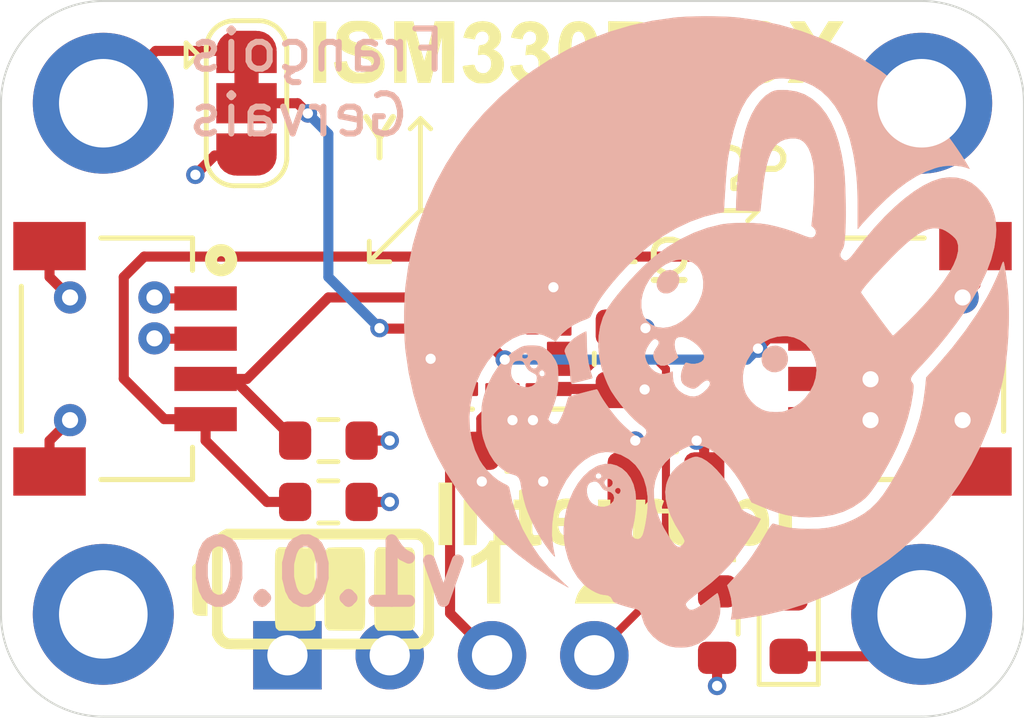
<source format=kicad_pcb>
(kicad_pcb (version 20171130) (host pcbnew 5.1.7-a382d34a8~88~ubuntu18.04.1)

  (general
    (thickness 1.6)
    (drawings 11)
    (tracks 124)
    (zones 0)
    (modules 22)
    (nets 11)
  )

  (page A4)
  (layers
    (0 F.Cu signal)
    (1 In1.Cu signal hide)
    (2 In2.Cu signal hide)
    (31 B.Cu signal)
    (32 B.Adhes user hide)
    (33 F.Adhes user hide)
    (34 B.Paste user)
    (35 F.Paste user hide)
    (36 B.SilkS user)
    (37 F.SilkS user)
    (38 B.Mask user)
    (39 F.Mask user)
    (40 Dwgs.User user hide)
    (41 Cmts.User user hide)
    (44 Edge.Cuts user)
    (45 Margin user hide)
    (46 B.CrtYd user)
    (47 F.CrtYd user hide)
    (48 B.Fab user hide)
    (49 F.Fab user hide)
  )

  (setup
    (last_trace_width 0.25)
    (user_trace_width 0.127)
    (user_trace_width 0.2)
    (trace_clearance 0.2)
    (zone_clearance 0.000001)
    (zone_45_only no)
    (trace_min 0.127)
    (via_size 0.8)
    (via_drill 0.4)
    (via_min_size 0.4)
    (via_min_drill 0.254)
    (user_via 0.4572 0.254)
    (uvia_size 0.3)
    (uvia_drill 0.1)
    (uvias_allowed no)
    (uvia_min_size 0.2)
    (uvia_min_drill 0.1)
    (edge_width 0.05)
    (segment_width 0.2)
    (pcb_text_width 0.3)
    (pcb_text_size 1.5 1.5)
    (mod_edge_width 0.12)
    (mod_text_size 1 1)
    (mod_text_width 0.15)
    (pad_size 1.524 1.524)
    (pad_drill 0.762)
    (pad_to_mask_clearance 0)
    (aux_axis_origin 0 0)
    (grid_origin 41.275 63.627)
    (visible_elements FFFFFF7F)
    (pcbplotparams
      (layerselection 0x010fc_ffffffff)
      (usegerberextensions false)
      (usegerberattributes true)
      (usegerberadvancedattributes true)
      (creategerberjobfile true)
      (excludeedgelayer true)
      (linewidth 0.100000)
      (plotframeref false)
      (viasonmask false)
      (mode 1)
      (useauxorigin false)
      (hpglpennumber 1)
      (hpglpenspeed 20)
      (hpglpendiameter 15.000000)
      (psnegative false)
      (psa4output false)
      (plotreference true)
      (plotvalue true)
      (plotinvisibletext false)
      (padsonsilk false)
      (subtractmaskfromsilk false)
      (outputformat 1)
      (mirror false)
      (drillshape 1)
      (scaleselection 1)
      (outputdirectory ""))
  )

  (net 0 "")
  (net 1 GND)
  (net 2 VCC)
  (net 3 "Net-(D1-Pad2)")
  (net 4 /SCL)
  (net 5 /SDA)
  (net 6 /INT2)
  (net 7 /INT1)
  (net 8 /SA0)
  (net 9 "Net-(U1-Pad11)")
  (net 10 "Net-(U1-Pad10)")

  (net_class Default "This is the default net class."
    (clearance 0.2)
    (trace_width 0.25)
    (via_dia 0.8)
    (via_drill 0.4)
    (uvia_dia 0.3)
    (uvia_drill 0.1)
    (add_net /INT1)
    (add_net /INT2)
    (add_net /SA0)
    (add_net /SCL)
    (add_net /SDA)
    (add_net GND)
    (add_net "Net-(D1-Pad2)")
    (add_net "Net-(U1-Pad10)")
    (add_net "Net-(U1-Pad11)")
    (add_net VCC)
  )

  (module hardware:bunny-01 (layer B.Cu) (tedit 0) (tstamp 632E9941)
    (at 53.721 63.119 180)
    (fp_text reference Ref** (at 0 0) (layer B.SilkS) hide
      (effects (font (size 1.27 1.27) (thickness 0.15)) (justify mirror))
    )
    (fp_text value Val** (at 0 0) (layer B.SilkS) hide
      (effects (font (size 1.27 1.27) (thickness 0.15)) (justify mirror))
    )
    (fp_poly (pts (xy -1.804657 6.167684) (xy -1.732519 6.1621) (xy -1.674517 6.14921) (xy -1.616585 6.126493)
      (xy -1.583742 6.110903) (xy -1.45586 6.027176) (xy -1.33295 5.905738) (xy -1.21805 5.751167)
      (xy -1.114196 5.568042) (xy -1.024425 5.360939) (xy -0.963112 5.17525) (xy -0.904517 4.940486)
      (xy -0.852694 4.670814) (xy -0.808574 4.373255) (xy -0.773089 4.05483) (xy -0.747171 3.72256)
      (xy -0.733824 3.447923) (xy -0.724403 3.181095) (xy -1.02366 3.169242) (xy -1.130949 3.165233)
      (xy -1.221575 3.162305) (xy -1.287925 3.160669) (xy -1.322384 3.160534) (xy -1.325524 3.160903)
      (xy -1.328377 3.182024) (xy -1.334652 3.238358) (xy -1.343614 3.32299) (xy -1.354529 3.429004)
      (xy -1.364108 3.523926) (xy -1.397667 3.818409) (xy -1.436059 4.073115) (xy -1.480471 4.290443)
      (xy -1.532097 4.472791) (xy -1.592124 4.622559) (xy -1.661745 4.742145) (xy -1.742148 4.83395)
      (xy -1.834525 4.900372) (xy -1.940065 4.94381) (xy -2.05996 4.966662) (xy -2.080884 4.968595)
      (xy -2.206733 4.969441) (xy -2.306326 4.946408) (xy -2.39078 4.895501) (xy -2.452163 4.835163)
      (xy -2.52584 4.724619) (xy -2.586244 4.576698) (xy -2.632178 4.394598) (xy -2.645452 4.318)
      (xy -2.656241 4.215475) (xy -2.663074 4.07968) (xy -2.666042 3.919488) (xy -2.665236 3.743769)
      (xy -2.660745 3.561393) (xy -2.65266 3.381232) (xy -2.64107 3.212157) (xy -2.63334 3.128129)
      (xy -2.599387 2.795508) (xy -2.657006 2.745946) (xy -2.703502 2.683162) (xy -2.712645 2.613329)
      (xy -2.683425 2.546921) (xy -2.676949 2.539299) (xy -2.639166 2.510536) (xy -2.590016 2.500672)
      (xy -2.522692 2.51041) (xy -2.430388 2.540457) (xy -2.348858 2.573279) (xy -2.153323 2.648079)
      (xy -1.934764 2.718852) (xy -1.712459 2.779867) (xy -1.505681 2.825397) (xy -1.49225 2.827863)
      (xy -1.339582 2.848432) (xy -1.159252 2.861467) (xy -0.964063 2.866956) (xy -0.766818 2.864891)
      (xy -0.580317 2.855263) (xy -0.417365 2.83806) (xy -0.359834 2.828723) (xy -0.020886 2.745738)
      (xy 0.318658 2.62254) (xy 0.654884 2.461008) (xy 0.983881 2.263021) (xy 1.301736 2.03046)
      (xy 1.30175 2.030449) (xy 1.440615 1.911586) (xy 1.593107 1.767953) (xy 1.75297 1.606506)
      (xy 1.913954 1.434202) (xy 2.069805 1.257997) (xy 2.214271 1.084849) (xy 2.341099 0.921714)
      (xy 2.444038 0.775549) (xy 2.478403 0.721289) (xy 2.577683 0.519323) (xy 2.647008 0.293057)
      (xy 2.685724 0.048745) (xy 2.693179 -0.207358) (xy 2.66872 -0.469) (xy 2.624894 -0.681349)
      (xy 2.580894 -0.829161) (xy 2.524916 -0.984486) (xy 2.462527 -1.1336) (xy 2.399298 -1.26278)
      (xy 2.364587 -1.322916) (xy 2.263725 -1.473821) (xy 2.150009 -1.626521) (xy 2.029472 -1.774146)
      (xy 1.908143 -1.90983) (xy 1.792054 -2.026705) (xy 1.687237 -2.117901) (xy 1.631133 -2.158165)
      (xy 1.570266 -2.203785) (xy 1.523041 -2.250906) (xy 1.506705 -2.275369) (xy 1.495073 -2.344147)
      (xy 1.517331 -2.406484) (xy 1.565151 -2.452829) (xy 1.630203 -2.473629) (xy 1.675897 -2.469417)
      (xy 1.726158 -2.445476) (xy 1.798162 -2.3964) (xy 1.884933 -2.328157) (xy 1.979493 -2.246711)
      (xy 2.074865 -2.15803) (xy 2.164072 -2.068079) (xy 2.227721 -1.997564) (xy 2.320739 -1.884049)
      (xy 2.414733 -1.761176) (xy 2.503733 -1.637465) (xy 2.58177 -1.521436) (xy 2.642874 -1.42161)
      (xy 2.676633 -1.356773) (xy 2.703653 -1.304633) (xy 2.726468 -1.273686) (xy 2.733129 -1.27)
      (xy 2.764082 -1.2752) (xy 2.825899 -1.28932) (xy 2.910224 -1.310135) (xy 3.0087 -1.335421)
      (xy 3.112968 -1.362953) (xy 3.214672 -1.390509) (xy 3.305456 -1.415864) (xy 3.37696 -1.436794)
      (xy 3.420829 -1.451075) (xy 3.430444 -1.455566) (xy 3.442571 -1.48273) (xy 3.461053 -1.53843)
      (xy 3.48029 -1.604892) (xy 3.512135 -1.708927) (xy 3.551095 -1.816711) (xy 3.593409 -1.91974)
      (xy 3.635314 -2.009515) (xy 3.67305 -2.077534) (xy 3.702854 -2.115294) (xy 3.707539 -2.118471)
      (xy 3.779368 -2.135081) (xy 3.850544 -2.114915) (xy 3.901203 -2.070105) (xy 3.943677 -2.01296)
      (xy 3.857843 -1.794938) (xy 3.797986 -1.637256) (xy 3.754353 -1.50563) (xy 3.724526 -1.388107)
      (xy 3.706086 -1.272737) (xy 3.696613 -1.147568) (xy 3.693688 -1.000649) (xy 3.69367 -0.988356)
      (xy 4.216361 -0.988356) (xy 4.228225 -1.073789) (xy 4.272847 -1.142044) (xy 4.343096 -1.190122)
      (xy 4.431839 -1.215022) (xy 4.531947 -1.213744) (xy 4.636287 -1.183286) (xy 4.656666 -1.173616)
      (xy 4.729465 -1.121844) (xy 4.796999 -1.04934) (xy 4.843122 -0.97374) (xy 4.84582 -0.966997)
      (xy 4.865853 -0.876132) (xy 4.864492 -0.778767) (xy 4.844268 -0.687037) (xy 4.807715 -0.613079)
      (xy 4.763395 -0.571979) (xy 4.711887 -0.55737) (xy 4.646461 -0.553948) (xy 4.639895 -0.5544)
      (xy 4.594274 -0.561604) (xy 4.562206 -0.580321) (xy 4.532941 -0.62015) (xy 4.502652 -0.676961)
      (xy 4.460132 -0.750429) (xy 4.414278 -0.799314) (xy 4.349325 -0.839501) (xy 4.333319 -0.847566)
      (xy 4.270527 -0.880767) (xy 4.236595 -0.908852) (xy 4.221624 -0.943734) (xy 4.216361 -0.988356)
      (xy 3.69367 -0.988356) (xy 3.693663 -0.983804) (xy 3.693893 -0.890752) (xy 4.02271 -0.890752)
      (xy 4.035774 -0.92936) (xy 4.048125 -0.938481) (xy 4.103504 -0.949368) (xy 4.143853 -0.926333)
      (xy 4.147822 -0.921766) (xy 4.166198 -0.876224) (xy 4.156764 -0.83148) (xy 4.128015 -0.798439)
      (xy 4.088446 -0.788006) (xy 4.05519 -0.80286) (xy 4.029505 -0.84238) (xy 4.02271 -0.890752)
      (xy 3.693893 -0.890752) (xy 3.693956 -0.865618) (xy 3.69594 -0.780033) (xy 3.70116 -0.717319)
      (xy 3.711162 -0.667747) (xy 3.719 -0.645583) (xy 4.191 -0.645583) (xy 4.207265 -0.709369)
      (xy 4.248517 -0.748217) (xy 4.303445 -0.756802) (xy 4.360732 -0.729801) (xy 4.363958 -0.726969)
      (xy 4.39824 -0.671509) (xy 4.393728 -0.609324) (xy 4.367636 -0.567875) (xy 4.315872 -0.535456)
      (xy 4.261599 -0.53775) (xy 4.216538 -0.569602) (xy 4.192409 -0.625854) (xy 4.191 -0.645583)
      (xy 3.719 -0.645583) (xy 3.727489 -0.621583) (xy 3.751688 -0.569098) (xy 3.763263 -0.545485)
      (xy 3.821565 -0.454302) (xy 4.440855 -0.454302) (xy 4.446564 -0.46859) (xy 4.481039 -0.498552)
      (xy 4.528741 -0.507014) (xy 4.571117 -0.493344) (xy 4.586616 -0.473372) (xy 4.586211 -0.423269)
      (xy 4.555276 -0.380221) (xy 4.518213 -0.362823) (xy 4.473361 -0.371617) (xy 4.444137 -0.407185)
      (xy 4.440855 -0.454302) (xy 3.821565 -0.454302) (xy 3.857845 -0.397562) (xy 3.979842 -0.280975)
      (xy 4.082101 -0.218313) (xy 4.139885 -0.197041) (xy 4.214604 -0.184941) (xy 4.31734 -0.180442)
      (xy 4.34975 -0.180322) (xy 4.447875 -0.182187) (xy 4.518475 -0.189223) (xy 4.576294 -0.204341)
      (xy 4.63608 -0.230451) (xy 4.656666 -0.240895) (xy 4.844749 -0.36055) (xy 5.02044 -0.516623)
      (xy 5.180088 -0.704114) (xy 5.320044 -0.918018) (xy 5.436659 -1.153336) (xy 5.526283 -1.405063)
      (xy 5.538783 -1.449916) (xy 5.561368 -1.539156) (xy 5.577047 -1.616792) (xy 5.587016 -1.694361)
      (xy 5.592472 -1.783399) (xy 5.594614 -1.895444) (xy 5.594789 -1.989666) (xy 5.593389 -2.130679)
      (xy 5.589105 -2.24) (xy 5.580955 -2.328229) (xy 5.567958 -2.405966) (xy 5.54913 -2.48381)
      (xy 5.548941 -2.484504) (xy 5.481624 -2.683349) (xy 5.392236 -2.87298) (xy 5.287929 -3.038713)
      (xy 5.263132 -3.071212) (xy 5.180291 -3.160597) (xy 5.081706 -3.243869) (xy 4.978232 -3.313491)
      (xy 4.880723 -3.361924) (xy 4.818955 -3.379664) (xy 4.727162 -3.410353) (xy 4.664887 -3.46988)
      (xy 4.629631 -3.560954) (xy 4.624548 -3.590384) (xy 4.588685 -3.800691) (xy 4.54036 -4.015144)
      (xy 4.494286 -4.1798) (xy 4.444587 -4.317927) (xy 4.376049 -4.478208) (xy 4.294641 -4.648495)
      (xy 4.206336 -4.816642) (xy 4.117105 -4.970501) (xy 4.067384 -5.04825) (xy 4.001731 -5.14375)
      (xy 3.937621 -5.232219) (xy 3.878977 -5.308835) (xy 3.829721 -5.368775) (xy 3.793774 -5.407217)
      (xy 3.775058 -5.419339) (xy 3.774741 -5.408083) (xy 3.784002 -5.368698) (xy 3.797759 -5.299878)
      (xy 3.813592 -5.213955) (xy 3.819928 -5.177769) (xy 3.84949 -4.894342) (xy 3.84314 -4.606245)
      (xy 3.802663 -4.319419) (xy 3.729845 -4.039806) (xy 3.626474 -3.773346) (xy 3.494335 -3.525981)
      (xy 3.335214 -3.303653) (xy 3.21778 -3.175) (xy 3.042478 -3.024191) (xy 2.863273 -2.914648)
      (xy 2.681362 -2.846519) (xy 2.497945 -2.819953) (xy 2.314221 -2.835101) (xy 2.131389 -2.892111)
      (xy 1.950646 -2.991134) (xy 1.919077 -3.012967) (xy 1.77344 -3.14251) (xy 1.654359 -3.302824)
      (xy 1.563032 -3.490782) (xy 1.500658 -3.703258) (xy 1.468435 -3.937125) (xy 1.467561 -4.189255)
      (xy 1.467663 -4.191) (xy 1.478616 -4.316068) (xy 1.496479 -4.453187) (xy 1.519256 -4.59129)
      (xy 1.544949 -4.719309) (xy 1.571562 -4.826178) (xy 1.594777 -4.895435) (xy 1.640611 -4.961739)
      (xy 1.704029 -4.991451) (xy 1.778877 -4.982002) (xy 1.790569 -4.977113) (xy 1.843924 -4.935876)
      (xy 1.866996 -4.872259) (xy 1.860769 -4.782328) (xy 1.850321 -4.738203) (xy 1.800957 -4.515569)
      (xy 1.770761 -4.287079) (xy 1.760706 -4.065432) (xy 1.765997 -3.96875) (xy 2.2987 -3.96875)
      (xy 2.317703 -4.04936) (xy 2.369521 -4.114697) (xy 2.44636 -4.161457) (xy 2.540429 -4.186338)
      (xy 2.643937 -4.186038) (xy 2.74628 -4.158442) (xy 2.808253 -4.12759) (xy 2.858834 -4.094286)
      (xy 2.864269 -4.089651) (xy 2.922842 -4.016601) (xy 2.962181 -3.926947) (xy 2.981752 -3.830415)
      (xy 2.98102 -3.736735) (xy 2.959451 -3.655636) (xy 2.916509 -3.596847) (xy 2.892203 -3.581258)
      (xy 2.805332 -3.552652) (xy 2.733312 -3.560313) (xy 2.670974 -3.606276) (xy 2.614208 -3.690601)
      (xy 2.57889 -3.741557) (xy 2.531914 -3.771872) (xy 2.474028 -3.789426) (xy 2.379689 -3.824623)
      (xy 2.322347 -3.877438) (xy 2.299395 -3.950539) (xy 2.2987 -3.96875) (xy 1.765997 -3.96875)
      (xy 1.771767 -3.863328) (xy 1.779093 -3.81) (xy 1.783722 -3.791529) (xy 2.13812 -3.791529)
      (xy 2.155826 -3.839587) (xy 2.163233 -3.8481) (xy 2.187713 -3.869243) (xy 2.210565 -3.86875)
      (xy 2.245058 -3.851588) (xy 2.279425 -3.815624) (xy 2.282813 -3.771738) (xy 2.261172 -3.732704)
      (xy 2.22045 -3.711298) (xy 2.181182 -3.714427) (xy 2.14737 -3.743863) (xy 2.13812 -3.791529)
      (xy 1.783722 -3.791529) (xy 1.824685 -3.628095) (xy 1.833177 -3.609608) (xy 2.333712 -3.609608)
      (xy 2.360855 -3.662686) (xy 2.416593 -3.698866) (xy 2.47571 -3.697299) (xy 2.526198 -3.658719)
      (xy 2.530684 -3.652286) (xy 2.553081 -3.588195) (xy 2.53751 -3.531651) (xy 2.486811 -3.492433)
      (xy 2.483886 -3.491284) (xy 2.42134 -3.485036) (xy 2.370524 -3.509553) (xy 2.338845 -3.554517)
      (xy 2.333712 -3.609608) (xy 1.833177 -3.609608) (xy 1.897318 -3.469987) (xy 1.924114 -3.433104)
      (xy 2.61166 -3.433104) (xy 2.625789 -3.462103) (xy 2.668806 -3.489083) (xy 2.717928 -3.489057)
      (xy 2.755453 -3.463701) (xy 2.762572 -3.44915) (xy 2.762825 -3.397288) (xy 2.735511 -3.361069)
      (xy 2.693537 -3.346185) (xy 2.649812 -3.358329) (xy 2.623942 -3.388019) (xy 2.61166 -3.433104)
      (xy 1.924114 -3.433104) (xy 1.993097 -3.338156) (xy 2.108128 -3.235084) (xy 2.238516 -3.163253)
      (xy 2.380367 -3.125144) (xy 2.529788 -3.12324) (xy 2.682883 -3.160022) (xy 2.752111 -3.189942)
      (xy 2.915927 -3.293634) (xy 3.06533 -3.432725) (xy 3.198414 -3.602169) (xy 3.31327 -3.79692)
      (xy 3.407992 -4.011933) (xy 3.480672 -4.242162) (xy 3.529402 -4.48256) (xy 3.552275 -4.728084)
      (xy 3.547383 -4.973686) (xy 3.51446 -5.206476) (xy 3.440326 -5.480391) (xy 3.337653 -5.723981)
      (xy 3.206734 -5.936664) (xy 3.057757 -6.108299) (xy 2.967099 -6.184919) (xy 2.861889 -6.25521)
      (xy 2.752961 -6.313459) (xy 2.651149 -6.353951) (xy 2.56729 -6.370972) (xy 2.559318 -6.371166)
      (xy 2.456683 -6.384869) (xy 2.385179 -6.426473) (xy 2.345936 -6.489468) (xy 2.330734 -6.523121)
      (xy 2.307916 -6.548608) (xy 2.268819 -6.571209) (xy 2.204779 -6.596204) (xy 2.128808 -6.621786)
      (xy 2.027688 -6.653277) (xy 1.925549 -6.682319) (xy 1.839884 -6.704019) (xy 1.817408 -6.708897)
      (xy 1.729315 -6.732904) (xy 1.6724 -6.768455) (xy 1.636516 -6.825768) (xy 1.611515 -6.915058)
      (xy 1.611214 -6.916488) (xy 1.55254 -7.096288) (xy 1.457782 -7.261922) (xy 1.332315 -7.407796)
      (xy 1.181512 -7.528317) (xy 1.010746 -7.617891) (xy 0.902754 -7.653974) (xy 0.776296 -7.67524)
      (xy 0.630543 -7.680457) (xy 0.485309 -7.66978) (xy 0.382751 -7.649884) (xy 0.20672 -7.581539)
      (xy 0.048625 -7.479055) (xy -0.087533 -7.348116) (xy -0.19775 -7.194407) (xy -0.278023 -7.023613)
      (xy -0.324351 -6.841418) (xy -0.332729 -6.653507) (xy -0.331413 -6.63565) (xy -0.320269 -6.543824)
      (xy -0.303733 -6.454908) (xy -0.284615 -6.381414) (xy -0.265727 -6.335853) (xy -0.263265 -6.33242)
      (xy -0.245498 -6.341697) (xy -0.202152 -6.372312) (xy -0.140538 -6.418953) (xy -0.094364 -6.455181)
      (xy 0.048069 -6.565882) (xy 0.163537 -6.649205) (xy 0.255919 -6.706763) (xy 0.329096 -6.740173)
      (xy 0.386948 -6.751048) (xy 0.433355 -6.741003) (xy 0.472199 -6.711653) (xy 0.485297 -6.696395)
      (xy 0.51573 -6.648976) (xy 0.529136 -6.610813) (xy 0.529166 -6.609612) (xy 0.516274 -6.577195)
      (xy 0.476135 -6.530576) (xy 0.406551 -6.467772) (xy 0.305325 -6.386806) (xy 0.170261 -6.285696)
      (xy 0.167674 -6.283802) (xy -0.10219 -6.073227) (xy -0.345341 -5.85683) (xy -0.555393 -5.640428)
      (xy -0.617188 -5.569016) (xy -0.707176 -5.455846) (xy -0.810706 -5.316254) (xy -0.920605 -5.160739)
      (xy -1.0297 -4.999799) (xy -1.130817 -4.84393) (xy -1.216785 -4.703632) (xy -1.258848 -4.629949)
      (xy -1.337433 -4.486816) (xy -1.256092 -4.453169) (xy -1.112618 -4.392072) (xy -1.004836 -4.341769)
      (xy -0.928266 -4.299702) (xy -0.878429 -4.263314) (xy -0.850844 -4.230047) (xy -0.84568 -4.218835)
      (xy -0.826608 -4.174421) (xy -0.793547 -4.103982) (xy -0.751993 -4.019074) (xy -0.726675 -3.96875)
      (xy -0.618412 -3.773103) (xy -0.499814 -3.58951) (xy -0.374432 -3.421624) (xy -0.245815 -3.273099)
      (xy -0.117513 -3.147587) (xy 0.006922 -3.048743) (xy 0.123942 -2.980219) (xy 0.229995 -2.945668)
      (xy 0.270935 -2.942166) (xy 0.344562 -2.955994) (xy 0.438336 -2.993694) (xy 0.542089 -3.04959)
      (xy 0.645652 -3.118009) (xy 0.738856 -3.193275) (xy 0.764649 -3.217697) (xy 0.864601 -3.329305)
      (xy 0.935952 -3.442491) (xy 0.988013 -3.573611) (xy 1.008418 -3.645897) (xy 1.030656 -3.81284)
      (xy 1.017936 -3.998722) (xy 0.971264 -4.200155) (xy 0.891649 -4.413749) (xy 0.780096 -4.636114)
      (xy 0.653354 -4.84075) (xy 0.606344 -4.915323) (xy 0.570584 -4.981393) (xy 0.551821 -5.027974)
      (xy 0.550333 -5.037672) (xy 0.564711 -5.082532) (xy 0.59959 -5.131121) (xy 0.602287 -5.133878)
      (xy 0.652661 -5.174035) (xy 0.700393 -5.186589) (xy 0.749931 -5.169194) (xy 0.805723 -5.119504)
      (xy 0.872217 -5.035175) (xy 0.919269 -4.966722) (xy 1.073726 -4.70911) (xy 1.191096 -4.457218)
      (xy 1.27115 -4.2128) (xy 1.313657 -3.977606) (xy 1.318388 -3.753387) (xy 1.285112 -3.541896)
      (xy 1.2136 -3.344884) (xy 1.147552 -3.227037) (xy 1.03361 -3.080955) (xy 0.888707 -2.942096)
      (xy 0.72413 -2.82032) (xy 0.60002 -2.748869) (xy 0.509783 -2.704696) (xy 0.44233 -2.677337)
      (xy 0.383529 -2.662889) (xy 0.319245 -2.657448) (xy 0.266984 -2.656895) (xy 0.149449 -2.6662)
      (xy 0.038934 -2.695657) (xy -0.070981 -2.748755) (xy -0.186713 -2.828982) (xy -0.314679 -2.939825)
      (xy -0.393241 -3.015739) (xy -0.553373 -3.185537) (xy -0.693093 -3.358276) (xy -0.820948 -3.545742)
      (xy -0.945484 -3.759723) (xy -0.981309 -3.826727) (xy -1.11125 -4.073755) (xy -1.322917 -4.163977)
      (xy -1.556906 -4.258671) (xy -1.765707 -4.331295) (xy -1.958833 -4.384031) (xy -2.145795 -4.41906)
      (xy -2.336105 -4.438563) (xy -2.539274 -4.444721) (xy -2.547154 -4.444721) (xy -2.854158 -4.429185)
      (xy -3.134194 -4.382542) (xy -3.390001 -4.303848) (xy -3.624318 -4.192156) (xy -3.839882 -4.046522)
      (xy -3.936667 -3.96503) (xy -4.011194 -3.886508) (xy -4.098836 -3.774922) (xy -4.196026 -3.636113)
      (xy -4.299196 -3.475926) (xy -4.404779 -3.300202) (xy -4.509208 -3.114785) (xy -4.608915 -2.925518)
      (xy -4.700333 -2.738243) (xy -4.743273 -2.643897) (xy -4.875111 -2.317373) (xy -4.982863 -1.989923)
      (xy -5.063925 -1.670614) (xy -5.115696 -1.368511) (xy -5.120118 -1.331158) (xy -5.128951 -1.242637)
      (xy -5.130686 -1.184842) (xy -5.124302 -1.146606) (xy -5.108773 -1.11676) (xy -5.099301 -1.10407)
      (xy -5.071928 -1.063103) (xy -5.060455 -1.024047) (xy -5.067533 -0.981324) (xy -5.095812 -0.929352)
      (xy -5.147942 -0.862552) (xy -5.207639 -0.796343) (xy -2.726076 -0.796343) (xy -2.703246 -0.983178)
      (xy -2.645395 -1.164649) (xy -2.556022 -1.335492) (xy -2.438626 -1.490443) (xy -2.296704 -1.624237)
      (xy -2.133755 -1.731611) (xy -1.953278 -1.807299) (xy -1.905389 -1.820765) (xy -1.847743 -1.829208)
      (xy -1.764631 -1.83398) (xy -1.672832 -1.83418) (xy -1.661584 -1.833839) (xy -1.549099 -1.825349)
      (xy -1.457166 -1.805741) (xy -1.364507 -1.770407) (xy -1.360544 -1.768628) (xy -1.228192 -1.689015)
      (xy -1.106156 -1.578339) (xy -1.005567 -1.447863) (xy -0.959124 -1.362546) (xy -0.916157 -1.231187)
      (xy -0.898591 -1.112955) (xy -0.082663 -1.112955) (xy -0.067279 -1.17658) (xy -0.015081 -1.24952)
      (xy 0.097323 -1.356379) (xy 0.206074 -1.422912) (xy 0.316062 -1.450254) (xy 0.432175 -1.439542)
      (xy 0.559303 -1.391912) (xy 0.5715 -1.385829) (xy 0.694932 -1.303475) (xy 0.78163 -1.200157)
      (xy 0.832016 -1.075194) (xy 0.846666 -0.942596) (xy 0.847975 -0.878612) (xy 0.851352 -0.83608)
      (xy 0.854665 -0.8255) (xy 0.877425 -0.832874) (xy 0.924007 -0.851192) (xy 0.938651 -0.85725)
      (xy 1.060877 -0.887797) (xy 1.179107 -0.877934) (xy 1.289674 -0.829583) (xy 1.388912 -0.744666)
      (xy 1.473154 -0.625104) (xy 1.505302 -0.560263) (xy 1.535816 -0.457927) (xy 1.533015 -0.357034)
      (xy 1.495611 -0.249754) (xy 1.438002 -0.151208) (xy 1.377193 -0.069737) (xy 1.325898 -0.02501)
      (xy 1.278846 -0.014102) (xy 1.230767 -0.034091) (xy 1.229035 -0.035289) (xy 1.192284 -0.079032)
      (xy 1.19271 -0.13485) (xy 1.230624 -0.205692) (xy 1.249604 -0.230625) (xy 1.30968 -0.330978)
      (xy 1.327502 -0.429303) (xy 1.303133 -0.524716) (xy 1.236637 -0.616335) (xy 1.220768 -0.631825)
      (xy 1.147618 -0.672854) (xy 1.058053 -0.677044) (xy 0.955204 -0.645108) (xy 0.842202 -0.577758)
      (xy 0.78467 -0.53255) (xy 0.712091 -0.471157) (xy 0.758212 -0.363946) (xy 0.79154 -0.260411)
      (xy 0.804482 -0.159231) (xy 0.796925 -0.071312) (xy 0.768756 -0.00756) (xy 0.762 0)
      (xy 0.699886 0.034347) (xy 0.619501 0.03841) (xy 0.527081 0.016426) (xy 0.428861 -0.027369)
      (xy 0.331074 -0.088739) (xy 0.239956 -0.163448) (xy 0.161743 -0.247259) (xy 0.102668 -0.335937)
      (xy 0.068966 -0.425245) (xy 0.0635 -0.474582) (xy 0.082787 -0.534697) (xy 0.134686 -0.583717)
      (xy 0.210253 -0.618622) (xy 0.300544 -0.636392) (xy 0.396614 -0.634007) (xy 0.476073 -0.6139)
      (xy 0.507572 -0.604778) (xy 0.530248 -0.611691) (xy 0.552315 -0.641969) (xy 0.581987 -0.702945)
      (xy 0.586257 -0.712253) (xy 0.626792 -0.829499) (xy 0.642641 -0.943854) (xy 0.633266 -1.044571)
      (xy 0.606163 -1.109774) (xy 0.55344 -1.162259) (xy 0.475837 -1.208576) (xy 0.390726 -1.23994)
      (xy 0.332107 -1.248368) (xy 0.283456 -1.2367) (xy 0.223543 -1.198104) (xy 0.160729 -1.143)
      (xy 0.081135 -1.075683) (xy 0.019269 -1.042779) (xy -0.02934 -1.042654) (xy -0.059267 -1.062566)
      (xy -0.082663 -1.112955) (xy -0.898591 -1.112955) (xy -0.893483 -1.078583) (xy -0.892158 -0.921197)
      (xy -0.913234 -0.775493) (xy -0.919927 -0.750248) (xy -0.996731 -0.550955) (xy -1.103385 -0.374273)
      (xy -1.235757 -0.223323) (xy -1.389712 -0.101224) (xy -1.561116 -0.011098) (xy -1.745837 0.043934)
      (xy -1.93974 0.060753) (xy -1.99118 0.058479) (xy -2.163679 0.025924) (xy -2.320776 -0.043549)
      (xy -2.458263 -0.146034) (xy -2.571931 -0.277621) (xy -2.657573 -0.434404) (xy -2.710388 -0.609409)
      (xy -2.726076 -0.796343) (xy -5.207639 -0.796343) (xy -5.226574 -0.775343) (xy -5.284498 -0.714121)
      (xy -5.512498 -0.46598) (xy -5.745172 -0.19537) (xy -5.972593 0.085487) (xy -6.184834 0.364368)
      (xy -6.354451 0.60325) (xy -6.587455 0.965451) (xy -6.782231 1.313002) (xy -6.938642 1.645565)
      (xy -7.056557 1.9628) (xy -7.13584 2.264368) (xy -7.141893 2.307035) (xy -6.243016 2.307035)
      (xy -6.240735 2.165317) (xy -6.202119 2.003787) (xy -6.12745 1.822913) (xy -6.017009 1.623163)
      (xy -5.871079 1.405008) (xy -5.68994 1.168916) (xy -5.473877 0.915354) (xy -5.223169 0.644793)
      (xy -4.99949 0.418042) (xy -4.898095 0.318571) (xy -4.806127 0.229879) (xy -4.727987 0.156087)
      (xy -4.668079 0.101318) (xy -4.630805 0.069693) (xy -4.620783 0.0635) (xy -4.603748 0.079989)
      (xy -4.565199 0.12667) (xy -4.508338 0.199367) (xy -4.436367 0.293902) (xy -4.352486 0.406099)
      (xy -4.259898 0.53178) (xy -4.221161 0.584868) (xy -4.12572 0.716205) (xy -4.037944 0.837353)
      (xy -3.961049 0.943845) (xy -3.89825 1.031213) (xy -3.852764 1.094992) (xy -3.827807 1.130713)
      (xy -3.824397 1.135963) (xy -3.831342 1.164152) (xy -3.867304 1.21985) (xy -3.930736 1.301274)
      (xy -4.020094 1.406641) (xy -4.025577 1.412789) (xy 0.085618 1.412789) (xy 0.089032 1.252888)
      (xy 0.121037 1.096679) (xy 0.126583 1.0795) (xy 0.206178 0.888231) (xy 0.310733 0.721488)
      (xy 0.443199 0.570935) (xy 0.598685 0.437533) (xy 0.759182 0.340122) (xy 0.921166 0.279888)
      (xy 1.08111 0.258018) (xy 1.23549 0.275698) (xy 1.280675 0.289056) (xy 1.392063 0.346816)
      (xy 1.491697 0.43491) (xy 1.567577 0.541337) (xy 1.594777 0.603158) (xy 1.630186 0.77019)
      (xy 1.628395 0.94434) (xy 1.592688 1.120353) (xy 1.52635 1.292977) (xy 1.432666 1.456958)
      (xy 1.314922 1.607043) (xy 1.176402 1.737977) (xy 1.020391 1.844509) (xy 0.850175 1.921384)
      (xy 0.753377 1.948745) (xy 0.604624 1.962261) (xy 0.462701 1.937671) (xy 0.33443 1.877905)
      (xy 0.226631 1.785891) (xy 0.161761 1.694717) (xy 0.110094 1.564144) (xy 0.085618 1.412789)
      (xy -4.025577 1.412789) (xy -4.133831 1.534167) (xy -4.270402 1.682069) (xy -4.428262 1.848563)
      (xy -4.561417 1.986329) (xy -4.760349 2.185038) (xy -4.938124 2.350321) (xy -5.097203 2.483884)
      (xy -5.240049 2.587432) (xy -5.369123 2.662672) (xy -5.486887 2.711309) (xy -5.595804 2.735049)
      (xy -5.646504 2.738109) (xy -5.730789 2.733675) (xy -5.811673 2.721387) (xy -5.847113 2.711995)
      (xy -5.927023 2.674923) (xy -6.014723 2.618948) (xy -6.098624 2.553159) (xy -6.167136 2.486643)
      (xy -6.208672 2.428486) (xy -6.208679 2.428472) (xy -6.243016 2.307035) (xy -7.141893 2.307035)
      (xy -7.176358 2.54993) (xy -7.182072 2.69875) (xy -7.174223 2.880347) (xy -7.14839 3.039024)
      (xy -7.100838 3.191728) (xy -7.045156 3.319918) (xy -6.962611 3.460781) (xy -6.852567 3.603193)
      (xy -6.726602 3.734136) (xy -6.596292 3.840591) (xy -6.561667 3.863571) (xy -6.398044 3.942281)
      (xy -6.215166 3.988001) (xy -6.021701 3.999556) (xy -5.826319 3.975772) (xy -5.792139 3.967779)
      (xy -5.590092 3.89937) (xy -5.374934 3.793407) (xy -5.148894 3.651793) (xy -4.914202 3.476428)
      (xy -4.673086 3.269216) (xy -4.427775 3.032059) (xy -4.180499 2.76686) (xy -3.933487 2.475519)
      (xy -3.715641 2.195738) (xy -3.630538 2.084874) (xy -3.563828 2.00627) (xy -3.510768 1.956736)
      (xy -3.466614 1.933082) (xy -3.426622 1.932117) (xy -3.38605 1.95065) (xy -3.36895 1.962545)
      (xy -3.318826 2.020382) (xy -3.308929 2.089983) (xy -3.339209 2.172125) (xy -3.354056 2.196236)
      (xy -3.376223 2.23351) (xy -3.392687 2.273632) (xy -3.405134 2.325013) (xy -3.415249 2.396067)
      (xy -3.424715 2.495204) (xy -3.43172 2.583986) (xy -3.4393 2.720858) (xy -3.444001 2.88611)
      (xy -3.445979 3.071636) (xy -3.445387 3.269331) (xy -3.442381 3.471092) (xy -3.437115 3.668813)
      (xy -3.429743 3.85439) (xy -3.420421 4.019717) (xy -3.409303 4.15669) (xy -3.400255 4.233334)
      (xy -3.343153 4.568742) (xy -3.272595 4.866685) (xy -3.187366 5.130221) (xy -3.08625 5.362409)
      (xy -2.968031 5.566309) (xy -2.831494 5.744981) (xy -2.775196 5.806232) (xy -2.607338 5.952731)
      (xy -2.423062 6.060872) (xy -2.220528 6.131422) (xy -1.997898 6.165146) (xy -1.905 6.168483)
      (xy -1.804657 6.167684)) (layer B.SilkS) (width 0.01))
    (fp_poly (pts (xy -7.353872 1.898016) (xy -7.333891 1.860232) (xy -7.315855 1.809709) (xy -7.2761 1.69832)
      (xy -7.220022 1.561335) (xy -7.152622 1.409727) (xy -7.078905 1.254468) (xy -7.003872 1.106532)
      (xy -6.950405 1.008159) (xy -6.701536 0.598013) (xy -6.413719 0.180978) (xy -6.08917 -0.239959)
      (xy -5.730104 -0.661809) (xy -5.626063 -0.77708) (xy -5.447888 -0.972077) (xy -5.42282 -1.238069)
      (xy -5.37295 -1.605123) (xy -5.291994 -1.970867) (xy -5.178632 -2.338866) (xy -5.031544 -2.712688)
      (xy -4.849411 -3.095901) (xy -4.630913 -3.49207) (xy -4.522292 -3.672416) (xy -4.376259 -3.891377)
      (xy -4.228564 -4.074562) (xy -4.072501 -4.22823) (xy -3.901363 -4.358636) (xy -3.708441 -4.472037)
      (xy -3.616358 -4.517487) (xy -3.407411 -4.605295) (xy -3.200666 -4.669483) (xy -2.986483 -4.711804)
      (xy -2.755219 -4.734011) (xy -2.497232 -4.73786) (xy -2.416258 -4.7358) (xy -2.266164 -4.729299)
      (xy -2.146354 -4.720057) (xy -2.0448 -4.706608) (xy -1.949473 -4.687489) (xy -1.883834 -4.670974)
      (xy -1.794014 -4.646548) (xy -1.717393 -4.625012) (xy -1.664748 -4.609428) (xy -1.649533 -4.604359)
      (xy -1.632451 -4.608511) (xy -1.606815 -4.633814) (xy -1.570166 -4.683801) (xy -1.520042 -4.762005)
      (xy -1.453983 -4.871959) (xy -1.406117 -4.95388) (xy -1.261651 -5.194189) (xy -1.123557 -5.404457)
      (xy -0.984567 -5.594719) (xy -0.837412 -5.77501) (xy -0.701241 -5.927096) (xy -0.507438 -6.135765)
      (xy -0.56082 -6.294789) (xy -0.603047 -6.454951) (xy -0.626546 -6.620923) (xy -0.62978 -6.777399)
      (xy -0.619018 -6.873875) (xy -0.598446 -6.985) (xy -0.664348 -6.982322) (xy -0.719445 -6.978282)
      (xy -0.798649 -6.970358) (xy -0.878417 -6.961043) (xy -1.444509 -6.869197) (xy -1.996252 -6.737823)
      (xy -2.532543 -6.567401) (xy -3.052276 -6.358412) (xy -3.554346 -6.111335) (xy -4.037649 -5.826649)
      (xy -4.50108 -5.504835) (xy -4.826 -5.246909) (xy -5.234465 -4.877107) (xy -5.614151 -4.477652)
      (xy -5.963534 -4.051181) (xy -6.281086 -3.60033) (xy -6.565281 -3.127735) (xy -6.814591 -2.636033)
      (xy -7.027491 -2.127859) (xy -7.202454 -1.60585) (xy -7.337953 -1.072642) (xy -7.386403 -0.8255)
      (xy -7.425496 -0.566374) (xy -7.456485 -0.279829) (xy -7.478895 0.022892) (xy -7.49225 0.330546)
      (xy -7.496075 0.631892) (xy -7.489897 0.915687) (xy -7.473237 1.170687) (xy -7.471547 1.188383)
      (xy -7.458533 1.310564) (xy -7.443074 1.438704) (xy -7.426308 1.565034) (xy -7.40937 1.681789)
      (xy -7.393396 1.781201) (xy -7.379525 1.855503) (xy -7.368891 1.896929) (xy -7.367365 1.900377)
      (xy -7.353872 1.898016)) (layer B.SilkS) (width 0.01))
    (fp_poly (pts (xy 0.283563 7.996847) (xy 0.499587 7.989706) (xy 0.691421 7.978337) (xy 0.79375 7.969124)
      (xy 1.34857 7.88968) (xy 1.889161 7.771396) (xy 2.414062 7.61573) (xy 2.921812 7.424144)
      (xy 3.410952 7.198097) (xy 3.88002 6.93905) (xy 4.327557 6.648461) (xy 4.752101 6.327791)
      (xy 5.152193 5.978501) (xy 5.526372 5.602049) (xy 5.873177 5.199896) (xy 6.191149 4.773503)
      (xy 6.478826 4.324328) (xy 6.734749 3.853832) (xy 6.957457 3.363474) (xy 7.145489 2.854716)
      (xy 7.297385 2.329016) (xy 7.411685 1.787835) (xy 7.481791 1.283161) (xy 7.496343 1.104408)
      (xy 7.506412 0.89544) (xy 7.511994 0.667462) (xy 7.513085 0.431681) (xy 7.509682 0.199305)
      (xy 7.501781 -0.018462) (xy 7.489379 -0.210411) (xy 7.482289 -0.28575) (xy 7.402558 -0.840734)
      (xy 7.282424 -1.386887) (xy 7.122823 -1.921359) (xy 6.924688 -2.441298) (xy 6.688954 -2.943855)
      (xy 6.495936 -3.294242) (xy 6.206788 -3.746827) (xy 5.882927 -4.180591) (xy 5.527758 -4.592228)
      (xy 5.144688 -4.978433) (xy 4.737122 -5.335902) (xy 4.308467 -5.661329) (xy 3.862128 -5.951411)
      (xy 3.608916 -6.095461) (xy 3.439583 -6.186996) (xy 3.647262 -5.990296) (xy 3.924914 -5.703463)
      (xy 4.1736 -5.397589) (xy 4.391092 -5.076649) (xy 4.575163 -4.744617) (xy 4.723585 -4.405468)
      (xy 4.834129 -4.063177) (xy 4.899253 -3.756595) (xy 4.908356 -3.712891) (xy 4.924722 -3.681641)
      (xy 4.957012 -3.654602) (xy 5.013887 -3.623532) (xy 5.065173 -3.598685) (xy 5.193756 -3.52159)
      (xy 5.326874 -3.414189) (xy 5.45483 -3.286045) (xy 5.567927 -3.146723) (xy 5.645031 -3.026833)
      (xy 5.762237 -2.774893) (xy 5.843044 -2.507299) (xy 5.888207 -2.228685) (xy 5.898481 -1.943685)
      (xy 5.874623 -1.656936) (xy 5.817386 -1.373071) (xy 5.727527 -1.096725) (xy 5.6058 -0.832534)
      (xy 5.452961 -0.585133) (xy 5.269765 -0.359155) (xy 5.198377 -0.28575) (xy 5.010649 -0.123302)
      (xy 4.82048 -0.000681) (xy 4.629412 0.081808) (xy 4.438987 0.12386) (xy 4.250749 0.125168)
      (xy 4.066239 0.085426) (xy 3.887 0.004328) (xy 3.849759 -0.018249) (xy 3.754002 -0.078976)
      (xy 3.704511 -0.006748) (xy 3.599903 0.116918) (xy 3.462747 0.234969) (xy 3.302808 0.340476)
      (xy 3.129851 0.426514) (xy 3.051085 0.456786) (xy 2.978887 0.484952) (xy 2.92331 0.512246)
      (xy 2.896072 0.532888) (xy 2.895815 0.533345) (xy 2.880605 0.564331) (xy 2.852755 0.622955)
      (xy 2.817378 0.698423) (xy 2.804063 0.727035) (xy 2.731098 0.862057) (xy 2.629511 1.017736)
      (xy 2.504039 1.188663) (xy 2.359418 1.36943) (xy 2.200383 1.55463) (xy 2.031671 1.738853)
      (xy 1.858019 1.916692) (xy 1.684161 2.082739) (xy 1.514835 2.231585) (xy 1.417614 2.310208)
      (xy 1.091446 2.542749) (xy 0.755045 2.740937) (xy 0.412488 2.902822) (xy 0.067851 3.026454)
      (xy -0.239954 3.103252) (xy -0.419827 3.138594) (xy -0.431057 3.331422) (xy -0.446131 3.584027)
      (xy -0.459777 3.798685) (xy -0.472339 3.979745) (xy -0.484158 4.131557) (xy -0.495577 4.258469)
      (xy -0.506938 4.36483) (xy -0.518583 4.45499) (xy -0.520509 4.468295) (xy -0.585381 4.841538)
      (xy -0.664539 5.17528) (xy -0.758213 5.469956) (xy -0.866632 5.725996) (xy -0.990026 5.943833)
      (xy -1.128624 6.123899) (xy -1.282657 6.266626) (xy -1.452353 6.372447) (xy -1.55575 6.416264)
      (xy -1.63099 6.439263) (xy -1.708766 6.453106) (xy -1.803024 6.459564) (xy -1.905 6.460576)
      (xy -2.163741 6.439925) (xy -2.404681 6.381193) (xy -2.627341 6.284924) (xy -2.831241 6.151665)
      (xy -3.015904 5.981961) (xy -3.180849 5.776357) (xy -3.325599 5.535398) (xy -3.449674 5.25963)
      (xy -3.552596 4.949599) (xy -3.633885 4.60585) (xy -3.659721 4.462155) (xy -3.689358 4.266477)
      (xy -3.712029 4.077033) (xy -3.728429 3.883897) (xy -3.739254 3.677145) (xy -3.745198 3.446851)
      (xy -3.746944 3.217334) (xy -3.747533 2.719917) (xy -3.846578 2.836334) (xy -3.895704 2.891803)
      (xy -3.966926 2.969236) (xy -4.052601 3.060467) (xy -4.145087 3.157328) (xy -4.200603 3.214683)
      (xy -4.464789 3.473303) (xy -4.717405 3.693859) (xy -4.961141 3.878145) (xy -5.198685 4.027958)
      (xy -5.432726 4.145092) (xy -5.665952 4.231343) (xy -5.764217 4.258767) (xy -5.90014 4.282925)
      (xy -6.050604 4.292915) (xy -6.201329 4.288999) (xy -6.338037 4.271442) (xy -6.431217 4.246481)
      (xy -6.523018 4.212745) (xy -6.465627 4.312998) (xy -6.397388 4.426196) (xy -6.31015 4.561919)
      (xy -6.211184 4.709494) (xy -6.107759 4.858248) (xy -6.007147 4.997507) (xy -5.929198 5.10053)
      (xy -5.565071 5.534462) (xy -5.173543 5.936732) (xy -4.756307 6.306398) (xy -4.315059 6.642518)
      (xy -3.851494 6.944147) (xy -3.367307 7.210344) (xy -2.864194 7.440164) (xy -2.34385 7.632665)
      (xy -1.80797 7.786904) (xy -1.258248 7.901938) (xy -0.772584 7.969124) (xy -0.60139 7.983125)
      (xy -0.399127 7.992898) (xy -0.176846 7.998443) (xy 0.054402 7.999759) (xy 0.283563 7.996847)) (layer B.SilkS) (width 0.01))
    (fp_poly (pts (xy 3.028137 0.158611) (xy 3.084507 0.130577) (xy 3.153992 0.091437) (xy 3.22555 0.047394)
      (xy 3.285085 0.006886) (xy 3.361532 -0.057546) (xy 3.430579 -0.131401) (xy 3.485779 -0.205926)
      (xy 3.520682 -0.272369) (xy 3.52884 -0.321979) (xy 3.528514 -0.32351) (xy 3.514818 -0.366431)
      (xy 3.489584 -0.433409) (xy 3.459086 -0.508) (xy 3.431278 -0.58017) (xy 3.412664 -0.649216)
      (xy 3.400831 -0.728449) (xy 3.393367 -0.831183) (xy 3.390987 -0.883708) (xy 3.384033 -1.00357)
      (xy 3.374595 -1.081312) (xy 3.362681 -1.116874) (xy 3.357544 -1.119319) (xy 3.328664 -1.113274)
      (xy 3.267854 -1.098707) (xy 3.184132 -1.077827) (xy 3.090333 -1.053832) (xy 2.99536 -1.029019)
      (xy 2.916949 -1.008073) (xy 2.863266 -0.993208) (xy 2.84248 -0.986645) (xy 2.846084 -0.966)
      (xy 2.859785 -0.91586) (xy 2.880634 -0.847001) (xy 2.881025 -0.845758) (xy 2.940568 -0.609379)
      (xy 2.974567 -0.356452) (xy 2.984471 -0.100541) (xy 2.985322 0.000761) (xy 2.987627 0.084721)
      (xy 2.99105 0.143402) (xy 2.995254 0.168869) (xy 2.995926 0.169334) (xy 3.028137 0.158611)) (layer B.SilkS) (width 0.01))
    (fp_poly (pts (xy -1.578083 -0.201609) (xy -1.474961 -0.256842) (xy -1.409796 -0.324343) (xy -1.376694 -0.397655)
      (xy -1.363254 -0.490974) (xy -1.369519 -0.587108) (xy -1.395532 -0.668866) (xy -1.408892 -0.690348)
      (xy -1.496964 -0.77902) (xy -1.597628 -0.829594) (xy -1.705879 -0.840791) (xy -1.816709 -0.811335)
      (xy -1.839271 -0.800172) (xy -1.927073 -0.733117) (xy -1.983195 -0.648509) (xy -2.009329 -0.553781)
      (xy -2.007165 -0.456366) (xy -1.978395 -0.363698) (xy -1.924709 -0.28321) (xy -1.847798 -0.222335)
      (xy -1.749353 -0.188507) (xy -1.699135 -0.184099) (xy -1.578083 -0.201609)) (layer B.SilkS) (width 0.01))
    (fp_poly (pts (xy 1.004933 1.681405) (xy 1.092222 1.639677) (xy 1.161092 1.576018) (xy 1.218679 1.478277)
      (xy 1.242592 1.381216) (xy 1.236195 1.290952) (xy 1.202854 1.213603) (xy 1.145935 1.155287)
      (xy 1.0688 1.122123) (xy 0.974816 1.120228) (xy 0.918195 1.134377) (xy 0.820964 1.188697)
      (xy 0.744356 1.27355) (xy 0.698936 1.374212) (xy 0.686532 1.480504) (xy 0.712469 1.57217)
      (xy 0.758103 1.635125) (xy 0.827187 1.680696) (xy 0.913026 1.6956) (xy 1.004933 1.681405)) (layer B.SilkS) (width 0.01))
  )

  (module hardware:ISM330DHCX (layer F.Cu) (tedit 0) (tstamp 6329AE26)
    (at 50.546 56.007)
    (fp_text reference Ref** (at 0 0) (layer F.SilkS) hide
      (effects (font (size 1.27 1.27) (thickness 0.15)))
    )
    (fp_text value Val** (at 0 0) (layer F.SilkS) hide
      (effects (font (size 1.27 1.27) (thickness 0.15)))
    )
    (fp_poly (pts (xy 6.438605 -0.761656) (xy 6.48999 -0.760942) (xy 6.529849 -0.759835) (xy 6.55477 -0.758425)
      (xy 6.561667 -0.757097) (xy 6.556115 -0.747437) (xy 6.540267 -0.721909) (xy 6.515332 -0.68241)
      (xy 6.482517 -0.630839) (xy 6.443033 -0.569093) (xy 6.398089 -0.499072) (xy 6.348893 -0.422671)
      (xy 6.328217 -0.390628) (xy 6.272717 -0.30408) (xy 6.223341 -0.225898) (xy 6.18101 -0.15761)
      (xy 6.146647 -0.100746) (xy 6.121175 -0.056833) (xy 6.105516 -0.027398) (xy 6.100593 -0.013971)
      (xy 6.100661 -0.013702) (xy 6.107679 -0.001878) (xy 6.125295 0.025565) (xy 6.152244 0.066716)
      (xy 6.18726 0.119666) (xy 6.229079 0.182503) (xy 6.276433 0.253319) (xy 6.328059 0.330202)
      (xy 6.355278 0.370619) (xy 6.408354 0.449618) (xy 6.457559 0.523364) (xy 6.501661 0.589976)
      (xy 6.539431 0.647571) (xy 6.569639 0.69427) (xy 6.591054 0.728189) (xy 6.602446 0.747447)
      (xy 6.604 0.751033) (xy 6.595188 0.755538) (xy 6.568191 0.758522) (xy 6.522167 0.760024)
      (xy 6.456274 0.760082) (xy 6.416662 0.759598) (xy 6.229323 0.756708) (xy 5.896279 0.24233)
      (xy 5.818568 0.361936) (xy 5.782746 0.417217) (xy 5.740479 0.482672) (xy 5.696711 0.550633)
      (xy 5.656385 0.613433) (xy 5.6512 0.621526) (xy 5.561542 0.761511) (xy 5.372555 0.761756)
      (xy 5.302375 0.761526) (xy 5.251127 0.760525) (xy 5.216586 0.758596) (xy 5.196529 0.755581)
      (xy 5.188728 0.751323) (xy 5.188693 0.748771) (xy 5.19544 0.737405) (xy 5.212659 0.710264)
      (xy 5.23913 0.669219) (xy 5.273636 0.61614) (xy 5.314958 0.552898) (xy 5.361877 0.481364)
      (xy 5.413176 0.403409) (xy 5.448113 0.350451) (xy 5.702409 -0.03464) (xy 5.625901 -0.152258)
      (xy 5.597999 -0.195134) (xy 5.561269 -0.251548) (xy 5.518442 -0.317306) (xy 5.47225 -0.388215)
      (xy 5.425424 -0.460081) (xy 5.398549 -0.50132) (xy 5.35771 -0.564202) (xy 5.320637 -0.621712)
      (xy 5.288929 -0.671334) (xy 5.264186 -0.710551) (xy 5.248009 -0.736846) (xy 5.242095 -0.747382)
      (xy 5.243231 -0.752764) (xy 5.253093 -0.756672) (xy 5.274237 -0.75931) (xy 5.30922 -0.760883)
      (xy 5.360598 -0.761598) (xy 5.42018 -0.761681) (xy 5.603875 -0.761361) (xy 5.752042 -0.523509)
      (xy 5.796935 -0.45172) (xy 5.83216 -0.396228) (xy 5.859042 -0.35524) (xy 5.878905 -0.326964)
      (xy 5.893072 -0.309606) (xy 5.902868 -0.301375) (xy 5.909616 -0.300478) (xy 5.914005 -0.304224)
      (xy 5.923243 -0.318205) (xy 5.941795 -0.347519) (xy 5.967955 -0.389428) (xy 6.00002 -0.441191)
      (xy 6.036284 -0.500071) (xy 6.062171 -0.542285) (xy 6.196542 -0.761778) (xy 6.379104 -0.761889)
      (xy 6.438605 -0.761656)) (layer F.SilkS) (width 0.01))
    (fp_poly (pts (xy 2.592917 -0.169333) (xy 3.175 -0.169333) (xy 3.175 -0.762) (xy 3.4925 -0.762)
      (xy 3.4925 0.762566) (xy 3.180292 0.756708) (xy 3.177495 0.425979) (xy 3.174699 0.09525)
      (xy 2.593218 0.09525) (xy 2.590422 0.425979) (xy 2.587625 0.756708) (xy 2.275417 0.762566)
      (xy 2.275417 -0.762) (xy 2.592917 -0.762) (xy 2.592917 -0.169333)) (layer F.SilkS) (width 0.01))
    (fp_poly (pts (xy 1.124479 -0.759356) (xy 1.235639 -0.75792) (xy 1.328032 -0.756252) (xy 1.404059 -0.754061)
      (xy 1.466118 -0.751058) (xy 1.51661 -0.746954) (xy 1.557935 -0.74146) (xy 1.592493 -0.734285)
      (xy 1.622683 -0.725141) (xy 1.650906 -0.713738) (xy 1.679561 -0.699786) (xy 1.697693 -0.690214)
      (xy 1.755032 -0.651602) (xy 1.813246 -0.598778) (xy 1.866678 -0.537666) (xy 1.90967 -0.474188)
      (xy 1.917228 -0.460375) (xy 1.955751 -0.376056) (xy 1.983903 -0.288853) (xy 2.00349 -0.192264)
      (xy 2.01308 -0.115509) (xy 2.019495 0.021724) (xy 2.011095 0.151594) (xy 1.988526 0.272497)
      (xy 1.95243 0.382831) (xy 1.90345 0.480993) (xy 1.84223 0.565382) (xy 1.769414 0.634394)
      (xy 1.692469 0.68306) (xy 1.657351 0.70023) (xy 1.624935 0.714378) (xy 1.592692 0.725833)
      (xy 1.558093 0.734925) (xy 1.518609 0.741982) (xy 1.471711 0.747334) (xy 1.414871 0.75131)
      (xy 1.345559 0.754239) (xy 1.261247 0.756449) (xy 1.159405 0.75827) (xy 1.108604 0.75903)
      (xy 0.73025 0.764499) (xy 0.73025 0.500566) (xy 1.04775 0.500566) (xy 1.240896 0.494709)
      (xy 1.314215 0.492126) (xy 1.370223 0.489141) (xy 1.412775 0.485324) (xy 1.445728 0.480247)
      (xy 1.472936 0.473482) (xy 1.492795 0.466702) (xy 1.54954 0.437827) (xy 1.595583 0.397149)
      (xy 1.631717 0.343057) (xy 1.658732 0.273942) (xy 1.677422 0.188191) (xy 1.688579 0.084196)
      (xy 1.689684 0.066353) (xy 1.691114 -0.05787) (xy 1.680656 -0.16747) (xy 1.658512 -0.261604)
      (xy 1.624884 -0.339424) (xy 1.579974 -0.400088) (xy 1.577674 -0.402418) (xy 1.54808 -0.429659)
      (xy 1.518362 -0.450647) (xy 1.48509 -0.466306) (xy 1.444834 -0.477559) (xy 1.394162 -0.485329)
      (xy 1.329645 -0.490541) (xy 1.247853 -0.494117) (xy 1.235604 -0.494516) (xy 1.04775 -0.500452)
      (xy 1.04775 0.500566) (xy 0.73025 0.500566) (xy 0.73025 -0.763956) (xy 1.124479 -0.759356)) (layer F.SilkS) (width 0.01))
    (fp_poly (pts (xy -4.103155 -0.711729) (xy -4.097386 -0.691031) (xy -4.08681 -0.652254) (xy -4.072067 -0.59777)
      (xy -4.053794 -0.529956) (xy -4.032631 -0.451185) (xy -4.009218 -0.363832) (xy -3.984193 -0.27027)
      (xy -3.967807 -0.208907) (xy -3.936179 -0.091428) (xy -3.908732 0.008339) (xy -3.885605 0.089915)
      (xy -3.866943 0.152821) (xy -3.852886 0.196579) (xy -3.843576 0.22071) (xy -3.839255 0.22501)
      (xy -3.835533 0.213269) (xy -3.827888 0.186333) (xy -3.816169 0.14364) (xy -3.800227 0.084631)
      (xy -3.779913 0.008744) (xy -3.755077 -0.084582) (xy -3.72557 -0.195907) (xy -3.691242 -0.325792)
      (xy -3.651944 -0.474798) (xy -3.607526 -0.643485) (xy -3.586789 -0.722313) (xy -3.576351 -0.762)
      (xy -3.100776 -0.762) (xy -3.106208 0.756708) (xy -3.251729 0.759653) (xy -3.39725 0.762597)
      (xy -3.398069 0.182861) (xy -3.398889 -0.396875) (xy -3.539225 0.153458) (xy -3.566054 0.258682)
      (xy -3.591467 0.358383) (xy -3.614953 0.450552) (xy -3.636001 0.533181) (xy -3.654098 0.604262)
      (xy -3.668734 0.661785) (xy -3.679398 0.703743) (xy -3.685577 0.728126) (xy -3.686774 0.732896)
      (xy -3.693986 0.762) (xy -3.997168 0.762) (xy -4.140875 0.198437) (xy -4.284581 -0.365125)
      (xy -4.285415 0.198437) (xy -4.28625 0.762) (xy -4.582583 0.762) (xy -4.582583 -0.762)
      (xy -4.117737 -0.762) (xy -4.103155 -0.711729)) (layer F.SilkS) (width 0.01))
    (fp_poly (pts (xy -6.281208 -0.756708) (xy -6.281208 0.756708) (xy -6.593416 0.762566) (xy -6.593416 -0.762566)
      (xy -6.281208 -0.756708)) (layer F.SilkS) (width 0.01))
    (fp_poly (pts (xy 4.531399 -0.772194) (xy 4.58284 -0.771226) (xy 4.621606 -0.769043) (xy 4.651941 -0.76523)
      (xy 4.67809 -0.759371) (xy 4.704296 -0.751053) (xy 4.713013 -0.74794) (xy 4.79811 -0.711355)
      (xy 4.869545 -0.667086) (xy 4.934585 -0.61062) (xy 4.935379 -0.609828) (xy 4.967894 -0.57193)
      (xy 5.000657 -0.524658) (xy 5.030565 -0.473572) (xy 5.054513 -0.42423) (xy 5.069399 -0.382192)
      (xy 5.072615 -0.363977) (xy 5.07283 -0.352296) (xy 5.069437 -0.34334) (xy 5.059293 -0.335688)
      (xy 5.03926 -0.327918) (xy 5.006196 -0.318606) (xy 4.95696 -0.306331) (xy 4.931834 -0.300224)
      (xy 4.869352 -0.285148) (xy 4.824506 -0.274772) (xy 4.794373 -0.268759) (xy 4.776029 -0.266775)
      (xy 4.766551 -0.268485) (xy 4.763016 -0.273553) (xy 4.7625 -0.28081) (xy 4.75623 -0.306088)
      (xy 4.739921 -0.340917) (xy 4.71732 -0.378789) (xy 4.692178 -0.413195) (xy 4.676133 -0.430729)
      (xy 4.615198 -0.475824) (xy 4.544612 -0.502981) (xy 4.462751 -0.512803) (xy 4.455584 -0.512858)
      (xy 4.365221 -0.504212) (xy 4.28697 -0.478237) (xy 4.220781 -0.434893) (xy 4.166608 -0.374141)
      (xy 4.124402 -0.295942) (xy 4.099312 -0.221137) (xy 4.090598 -0.173731) (xy 4.084624 -0.111456)
      (xy 4.081453 -0.040441) (xy 4.081152 0.033186) (xy 4.083785 0.103296) (xy 4.089416 0.163762)
      (xy 4.094888 0.195775) (xy 4.124491 0.291548) (xy 4.167285 0.370797) (xy 4.223253 0.433499)
      (xy 4.288457 0.477638) (xy 4.337938 0.495148) (xy 4.399141 0.505215) (xy 4.463815 0.507406)
      (xy 4.52371 0.501288) (xy 4.558405 0.491817) (xy 4.616633 0.459495) (xy 4.67076 0.410807)
      (xy 4.717006 0.350551) (xy 4.751587 0.283525) (xy 4.76903 0.224575) (xy 4.775569 0.201356)
      (xy 4.78609 0.194542) (xy 4.798134 0.196886) (xy 4.883485 0.223669) (xy 4.950499 0.245259)
      (xy 5.001157 0.262401) (xy 5.037439 0.27584) (xy 5.061324 0.286319) (xy 5.074793 0.294584)
      (xy 5.079827 0.301378) (xy 5.08 0.302856) (xy 5.074901 0.328638) (xy 5.061159 0.367336)
      (xy 5.041103 0.413765) (xy 5.017066 0.462741) (xy 4.991378 0.509081) (xy 4.97668 0.532648)
      (xy 4.910601 0.614155) (xy 4.829855 0.680617) (xy 4.73519 0.731493) (xy 4.667975 0.755528)
      (xy 4.629506 0.762991) (xy 4.575443 0.768254) (xy 4.511243 0.771305) (xy 4.442364 0.772134)
      (xy 4.374265 0.77073) (xy 4.312404 0.767082) (xy 4.26224 0.76118) (xy 4.239343 0.756366)
      (xy 4.148119 0.722671) (xy 4.062739 0.672486) (xy 3.979778 0.603716) (xy 3.963121 0.587494)
      (xy 3.896235 0.512366) (xy 3.844112 0.433679) (xy 3.805071 0.347577) (xy 3.777432 0.250204)
      (xy 3.759515 0.137703) (xy 3.757105 0.114646) (xy 3.751539 -0.025928) (xy 3.762401 -0.159286)
      (xy 3.789181 -0.283683) (xy 3.831368 -0.397375) (xy 3.888454 -0.498618) (xy 3.959928 -0.585665)
      (xy 3.962493 -0.588244) (xy 4.023791 -0.644869) (xy 4.082134 -0.687631) (xy 4.14479 -0.721196)
      (xy 4.209592 -0.746949) (xy 4.238006 -0.756324) (xy 4.264712 -0.763063) (xy 4.29403 -0.767599)
      (xy 4.330279 -0.770364) (xy 4.377779 -0.771791) (xy 4.440851 -0.772315) (xy 4.46304 -0.77236)
      (xy 4.531399 -0.772194)) (layer F.SilkS) (width 0.01))
    (fp_poly (pts (xy 0.11549 -0.750542) (xy 0.201563 -0.717324) (xy 0.277186 -0.66615) (xy 0.341709 -0.597497)
      (xy 0.394482 -0.511841) (xy 0.434856 -0.409659) (xy 0.445454 -0.371981) (xy 0.462433 -0.287837)
      (xy 0.474843 -0.189187) (xy 0.482288 -0.082274) (xy 0.484374 0.026659) (xy 0.480705 0.131366)
      (xy 0.478847 0.156097) (xy 0.462857 0.290246) (xy 0.438723 0.405833) (xy 0.405882 0.504061)
      (xy 0.363772 0.586131) (xy 0.311832 0.653244) (xy 0.249498 0.706601) (xy 0.209772 0.730958)
      (xy 0.18207 0.745555) (xy 0.159022 0.755665) (xy 0.135685 0.762204) (xy 0.107113 0.76609)
      (xy 0.068361 0.768238) (xy 0.014486 0.769566) (xy 0 0.769842) (xy -0.063532 0.770443)
      (xy -0.110254 0.769265) (xy -0.144473 0.765961) (xy -0.170498 0.760183) (xy -0.185208 0.754873)
      (xy -0.257082 0.716135) (xy -0.32479 0.663428) (xy -0.382608 0.601931) (xy -0.423581 0.539264)
      (xy -0.436508 0.508812) (xy -0.4518 0.465152) (xy -0.466952 0.415674) (xy -0.473266 0.392691)
      (xy -0.486181 0.32884) (xy -0.496288 0.249052) (xy -0.503438 0.158388) (xy -0.507486 0.061909)
      (xy -0.50782 0.021167) (xy -0.193591 0.021167) (xy -0.191727 0.143383) (xy -0.186112 0.246026)
      (xy -0.17626 0.330435) (xy -0.161685 0.397949) (xy -0.141903 0.44991) (xy -0.116426 0.487655)
      (xy -0.084769 0.512525) (xy -0.046446 0.52586) (xy -0.009365 0.529127) (xy 0.037965 0.522727)
      (xy 0.06766 0.506999) (xy 0.103127 0.466468) (xy 0.131673 0.406285) (xy 0.149456 0.343958)
      (xy 0.154347 0.31035) (xy 0.158286 0.259665) (xy 0.161267 0.195752) (xy 0.163286 0.122463)
      (xy 0.164336 0.043647) (xy 0.164413 -0.036845) (xy 0.163511 -0.115163) (xy 0.161625 -0.187456)
      (xy 0.158749 -0.249875) (xy 0.154878 -0.298568) (xy 0.150398 -0.328083) (xy 0.126627 -0.40351)
      (xy 0.095277 -0.459897) (xy 0.056623 -0.49695) (xy 0.010942 -0.514378) (xy -0.025542 -0.514686)
      (xy -0.066086 -0.504996) (xy -0.100094 -0.485859) (xy -0.128023 -0.455815) (xy -0.150331 -0.413406)
      (xy -0.167476 -0.357174) (xy -0.179913 -0.285661) (xy -0.188102 -0.197408) (xy -0.192498 -0.090957)
      (xy -0.193591 0.021167) (xy -0.50782 0.021167) (xy -0.508284 -0.035323) (xy -0.505686 -0.128248)
      (xy -0.499544 -0.211802) (xy -0.492387 -0.266092) (xy -0.465519 -0.389745) (xy -0.429133 -0.494822)
      (xy -0.382776 -0.581871) (xy -0.325998 -0.651443) (xy -0.258346 -0.704088) (xy -0.179368 -0.740355)
      (xy -0.088611 -0.760795) (xy -0.085407 -0.761206) (xy 0.019617 -0.765328) (xy 0.11549 -0.750542)) (layer F.SilkS) (width 0.01))
    (fp_poly (pts (xy -1.09339 -0.754754) (xy -1.000907 -0.727531) (xy -0.919816 -0.683398) (xy -0.851445 -0.622908)
      (xy -0.848288 -0.619356) (xy -0.797128 -0.54681) (xy -0.765447 -0.469809) (xy -0.752984 -0.390918)
      (xy -0.759478 -0.312706) (xy -0.784668 -0.237738) (xy -0.828291 -0.168583) (xy -0.890086 -0.107806)
      (xy -0.901275 -0.0993) (xy -0.954786 -0.06002) (xy -0.898148 -0.038892) (xy -0.839978 -0.007561)
      (xy -0.78536 0.039377) (xy -0.739628 0.096439) (xy -0.709049 0.155609) (xy -0.697904 0.189057)
      (xy -0.691425 0.221011) (xy -0.688814 0.258411) (xy -0.689273 0.308198) (xy -0.689774 0.323404)
      (xy -0.692337 0.37537) (xy -0.696707 0.413491) (xy -0.704506 0.445088) (xy -0.717354 0.477482)
      (xy -0.729615 0.503321) (xy -0.779414 0.582652) (xy -0.845279 0.653617) (xy -0.922417 0.71145)
      (xy -0.959344 0.731828) (xy -0.98826 0.745704) (xy -1.012411 0.755464) (xy -1.036575 0.761916)
      (xy -1.065528 0.76587) (xy -1.10405 0.768135) (xy -1.156917 0.769519) (xy -1.185061 0.770041)
      (xy -1.249144 0.770762) (xy -1.296713 0.770019) (xy -1.332396 0.767419) (xy -1.360821 0.762568)
      (xy -1.386612 0.755072) (xy -1.394634 0.75221) (xy -1.433702 0.73617) (xy -1.470592 0.718395)
      (xy -1.485508 0.709979) (xy -1.526575 0.678417) (xy -1.570842 0.634583) (xy -1.612324 0.585276)
      (xy -1.645041 0.537295) (xy -1.656225 0.515965) (xy -1.672719 0.475637) (xy -1.686823 0.43395)
      (xy -1.697117 0.396128) (xy -1.702179 0.367395) (xy -1.700588 0.352977) (xy -1.700563 0.352952)
      (xy -1.688265 0.349356) (xy -1.659892 0.344214) (xy -1.620423 0.338188) (xy -1.574833 0.33194)
      (xy -1.5281 0.326133) (xy -1.485201 0.321429) (xy -1.451113 0.318489) (xy -1.436687 0.317844)
      (xy -1.415233 0.321763) (xy -1.407524 0.330729) (xy -1.398451 0.378869) (xy -1.37457 0.428331)
      (xy -1.340281 0.472933) (xy -1.299983 0.50649) (xy -1.273407 0.519205) (xy -1.229917 0.527127)
      (xy -1.180341 0.526609) (xy -1.133064 0.518501) (xy -1.096471 0.503656) (xy -1.09229 0.500804)
      (xy -1.068526 0.478915) (xy -1.042369 0.448774) (xy -1.032973 0.436216) (xy -1.015856 0.408378)
      (xy -1.005463 0.379687) (xy -0.999527 0.342321) (xy -0.997179 0.312756) (xy -0.999888 0.234182)
      (xy -1.018157 0.168677) (xy -1.050883 0.117314) (xy -1.096961 0.081171) (xy -1.155288 0.061321)
      (xy -1.224759 0.05884) (xy -1.253876 0.06268) (xy -1.288666 0.068617) (xy -1.314164 0.072742)
      (xy -1.324085 0.074083) (xy -1.3247 0.064282) (xy -1.322843 0.037626) (xy -1.318876 -0.001761)
      (xy -1.31343 -0.047625) (xy -1.298049 -0.169333) (xy -1.265504 -0.169393) (xy -1.20251 -0.17827)
      (xy -1.145322 -0.202821) (xy -1.098925 -0.240277) (xy -1.073828 -0.275902) (xy -1.061182 -0.317791)
      (xy -1.05871 -0.368033) (xy -1.066088 -0.416985) (xy -1.079667 -0.450062) (xy -1.112992 -0.485295)
      (xy -1.158628 -0.508736) (xy -1.210347 -0.518811) (xy -1.261922 -0.513948) (xy -1.290121 -0.503249)
      (xy -1.330017 -0.474225) (xy -1.364366 -0.434245) (xy -1.387468 -0.390692) (xy -1.393017 -0.369906)
      (xy -1.398986 -0.342157) (xy -1.405564 -0.324899) (xy -1.407304 -0.322964) (xy -1.41944 -0.323126)
      (xy -1.447524 -0.326232) (xy -1.486666 -0.33152) (xy -1.531975 -0.338229) (xy -1.57856 -0.345596)
      (xy -1.621529 -0.35286) (xy -1.655992 -0.359259) (xy -1.677058 -0.364031) (xy -1.681083 -0.365607)
      (xy -1.681242 -0.378118) (xy -1.674706 -0.404942) (xy -1.663224 -0.440985) (xy -1.648543 -0.481149)
      (xy -1.632412 -0.52034) (xy -1.616733 -0.553173) (xy -1.566614 -0.626149) (xy -1.501941 -0.683942)
      (xy -1.423108 -0.726352) (xy -1.330508 -0.753184) (xy -1.224535 -0.764238) (xy -1.195937 -0.764512)
      (xy -1.09339 -0.754754)) (layer F.SilkS) (width 0.01))
    (fp_poly (pts (xy -2.301498 -0.758904) (xy -2.208802 -0.737478) (xy -2.184577 -0.729084) (xy -2.143192 -0.71006)
      (xy -2.103956 -0.683249) (xy -2.060449 -0.644134) (xy -2.052199 -0.635968) (xy -1.998854 -0.575534)
      (xy -1.963443 -0.516852) (xy -1.94387 -0.454826) (xy -1.938041 -0.38436) (xy -1.938706 -0.359833)
      (xy -1.947702 -0.290166) (xy -1.968939 -0.229453) (xy -2.004628 -0.174071) (xy -2.056982 -0.120394)
      (xy -2.111375 -0.076962) (xy -2.130014 -0.061545) (xy -2.131526 -0.054453) (xy -2.124252 -0.053252)
      (xy -2.095727 -0.04623) (xy -2.058126 -0.028405) (xy -2.017793 -0.003476) (xy -1.981072 0.024858)
      (xy -1.966407 0.038773) (xy -1.915649 0.105653) (xy -1.88263 0.18036) (xy -1.866672 0.260284)
      (xy -1.8671 0.342815) (xy -1.883236 0.425342) (xy -1.914406 0.505256) (xy -1.959931 0.579947)
      (xy -2.019137 0.646803) (xy -2.091346 0.703216) (xy -2.146516 0.7338) (xy -2.17522 0.746961)
      (xy -2.199615 0.7562) (xy -2.224504 0.762282) (xy -2.254689 0.765975) (xy -2.294973 0.768044)
      (xy -2.350157 0.769257) (xy -2.370666 0.769573) (xy -2.445373 0.769745) (xy -2.501252 0.767647)
      (xy -2.540533 0.763139) (xy -2.561745 0.757613) (xy -2.658677 0.711453) (xy -2.738558 0.652769)
      (xy -2.801466 0.581471) (xy -2.847482 0.497467) (xy -2.876686 0.400665) (xy -2.877906 0.394445)
      (xy -2.881676 0.376294) (xy -2.882939 0.363365) (xy -2.878746 0.354328) (xy -2.866148 0.347854)
      (xy -2.842196 0.342614) (xy -2.80394 0.33728) (xy -2.748433 0.330522) (xy -2.731463 0.328448)
      (xy -2.675974 0.321829) (xy -2.637893 0.318451) (xy -2.613627 0.318897) (xy -2.599585 0.323751)
      (xy -2.592173 0.333596) (xy -2.587801 0.349016) (xy -2.587174 0.351896) (xy -2.564079 0.41846)
      (xy -2.527497 0.470647) (xy -2.47907 0.506858) (xy -2.420443 0.52549) (xy -2.407434 0.526983)
      (xy -2.35607 0.528551) (xy -2.317419 0.521843) (xy -2.283935 0.504724) (xy -2.259112 0.485036)
      (xy -2.213974 0.434175) (xy -2.187024 0.375479) (xy -2.176833 0.305674) (xy -2.176668 0.296363)
      (xy -2.180664 0.230125) (xy -2.194739 0.17837) (xy -2.220717 0.136093) (xy -2.243599 0.112445)
      (xy -2.293004 0.076589) (xy -2.344342 0.058859) (xy -2.403016 0.057851) (xy -2.434594 0.06274)
      (xy -2.469304 0.06861) (xy -2.494947 0.071158) (xy -2.505164 0.070114) (xy -2.505966 0.058281)
      (xy -2.504269 0.030816) (xy -2.500661 -0.006972) (xy -2.49573 -0.049773) (xy -2.490065 -0.09228)
      (xy -2.484254 -0.129184) (xy -2.481418 -0.144161) (xy -2.474477 -0.158499) (xy -2.457503 -0.166743)
      (xy -2.424943 -0.171594) (xy -2.357679 -0.18667) (xy -2.303531 -0.216897) (xy -2.264081 -0.260901)
      (xy -2.240914 -0.317309) (xy -2.237724 -0.334026) (xy -2.239225 -0.385033) (xy -2.256401 -0.43482)
      (xy -2.286047 -0.476706) (xy -2.31775 -0.500649) (xy -2.3608 -0.513791) (xy -2.410965 -0.515863)
      (xy -2.4594 -0.507383) (xy -2.49546 -0.490245) (xy -2.536172 -0.449596) (xy -2.566112 -0.399011)
      (xy -2.578682 -0.357248) (xy -2.584627 -0.330753) (xy -2.593486 -0.320511) (xy -2.607622 -0.32125)
      (xy -2.626869 -0.325) (xy -2.661732 -0.33106) (xy -2.706907 -0.338527) (xy -2.74749 -0.345001)
      (xy -2.865021 -0.363448) (xy -2.85605 -0.403377) (xy -2.835752 -0.470789) (xy -2.806396 -0.539393)
      (xy -2.772737 -0.598096) (xy -2.772212 -0.598862) (xy -2.72039 -0.656245) (xy -2.653527 -0.702317)
      (xy -2.574916 -0.736348) (xy -2.487846 -0.757609) (xy -2.39561 -0.765371) (xy -2.301498 -0.758904)) (layer F.SilkS) (width 0.01))
    (fp_poly (pts (xy -5.382695 -0.772221) (xy -5.325625 -0.77093) (xy -5.281839 -0.768408) (xy -5.2474 -0.764354)
      (xy -5.218371 -0.758463) (xy -5.197738 -0.752645) (xy -5.105847 -0.71396) (xy -5.027332 -0.660055)
      (xy -4.963602 -0.592546) (xy -4.916068 -0.513049) (xy -4.886137 -0.423181) (xy -4.879862 -0.388018)
      (xy -4.875342 -0.353874) (xy -4.872601 -0.329723) (xy -4.872197 -0.321322) (xy -4.882684 -0.320563)
      (xy -4.910607 -0.319456) (xy -4.95224 -0.318126) (xy -5.003857 -0.316696) (xy -5.030335 -0.31603)
      (xy -5.187045 -0.312208) (xy -5.206103 -0.368135) (xy -5.233084 -0.426667) (xy -5.270112 -0.470071)
      (xy -5.319312 -0.499604) (xy -5.382808 -0.516523) (xy -5.462722 -0.522085) (xy -5.466291 -0.522089)
      (xy -5.544518 -0.516629) (xy -5.609642 -0.501195) (xy -5.660306 -0.476922) (xy -5.695151 -0.444945)
      (xy -5.712821 -0.4064) (xy -5.711956 -0.36242) (xy -5.698907 -0.327662) (xy -5.679423 -0.30331)
      (xy -5.645834 -0.279824) (xy -5.596652 -0.256572) (xy -5.530392 -0.232922) (xy -5.445567 -0.208243)
      (xy -5.376333 -0.190503) (xy -5.268433 -0.162041) (xy -5.178844 -0.133822) (xy -5.10476 -0.104632)
      (xy -5.043377 -0.073257) (xy -4.991888 -0.038485) (xy -4.958319 -0.009674) (xy -4.900713 0.058447)
      (xy -4.860337 0.135375) (xy -4.836757 0.218251) (xy -4.829539 0.304221) (xy -4.83825 0.390425)
      (xy -4.862455 0.474008) (xy -4.901722 0.552112) (xy -4.955616 0.621879) (xy -5.023704 0.680454)
      (xy -5.067079 0.706882) (xy -5.112921 0.729256) (xy -5.157661 0.746098) (xy -5.205401 0.758117)
      (xy -5.260243 0.766021) (xy -5.326287 0.770519) (xy -5.407635 0.772319) (xy -5.446652 0.772442)
      (xy -5.515162 0.77223) (xy -5.566877 0.771388) (xy -5.606166 0.769429) (xy -5.637401 0.765865)
      (xy -5.664952 0.76021) (xy -5.69319 0.751975) (xy -5.724055 0.741521) (xy -5.818884 0.697936)
      (xy -5.900316 0.638388) (xy -5.967479 0.563977) (xy -6.019499 0.475805) (xy -6.055504 0.374973)
      (xy -6.069514 0.305831) (xy -6.076768 0.257121) (xy -6.009655 0.250492) (xy -5.96437 0.246231)
      (xy -5.909679 0.241387) (xy -5.857282 0.236995) (xy -5.856394 0.236923) (xy -5.770247 0.229984)
      (xy -5.753502 0.287585) (xy -5.721357 0.365785) (xy -5.67535 0.428172) (xy -5.616151 0.474326)
      (xy -5.544427 0.503826) (xy -5.460849 0.51625) (xy -5.393311 0.514348) (xy -5.316751 0.501184)
      (xy -5.255947 0.476742) (xy -5.208023 0.439783) (xy -5.200183 0.431298) (xy -5.163956 0.378354)
      (xy -5.147909 0.326541) (xy -5.151745 0.277791) (xy -5.17517 0.234036) (xy -5.217886 0.197209)
      (xy -5.237751 0.186108) (xy -5.266014 0.174446) (xy -5.309436 0.159454) (xy -5.362629 0.142872)
      (xy -5.420201 0.12644) (xy -5.434541 0.122587) (xy -5.551105 0.090349) (xy -5.648892 0.05997)
      (xy -5.730067 0.030217) (xy -5.796795 -0.00014) (xy -5.851239 -0.032334) (xy -5.895564 -0.067596)
      (xy -5.931934 -0.107158) (xy -5.962512 -0.152251) (xy -5.982321 -0.189166) (xy -5.998733 -0.224369)
      (xy -6.008879 -0.253481) (xy -6.014235 -0.28385) (xy -6.016273 -0.322822) (xy -6.016516 -0.359611)
      (xy -6.015601 -0.411221) (xy -6.012155 -0.448876) (xy -6.004931 -0.479748) (xy -5.992681 -0.511009)
      (xy -5.988627 -0.519854) (xy -5.940007 -0.599726) (xy -5.875259 -0.666047) (xy -5.794813 -0.718449)
      (xy -5.71798 -0.750593) (xy -5.691393 -0.758637) (xy -5.664371 -0.764479) (xy -5.63292 -0.768458)
      (xy -5.593042 -0.770909) (xy -5.540743 -0.772169) (xy -5.472028 -0.772575) (xy -5.456985 -0.772583)
      (xy -5.382695 -0.772221)) (layer F.SilkS) (width 0.01))
  )

  (module "hardware:ISM330DHCX Stemma interrupts" locked (layer F.Cu) (tedit 0) (tstamp 63285D1F)
    (at 51.562 68.199)
    (fp_text reference Ref** (at 0 0) (layer F.SilkS) hide
      (effects (font (size 1.27 1.27) (thickness 0.15)))
    )
    (fp_text value Val** (at 0 0) (layer F.SilkS) hide
      (effects (font (size 1.27 1.27) (thickness 0.15)))
    )
    (fp_poly (pts (xy 0.933512 -1.091059) (xy 0.979344 -1.083358) (xy 1.022076 -1.072464) (xy 1.057287 -1.059731)
      (xy 1.080558 -1.046512) (xy 1.08747 -1.034161) (xy 1.087271 -1.033486) (xy 1.082138 -1.019307)
      (xy 1.071264 -0.989539) (xy 1.056213 -0.948458) (xy 1.038552 -0.900341) (xy 1.037489 -0.897448)
      (xy 0.991989 -0.773605) (xy 0.948432 -0.796247) (xy 0.900388 -0.813544) (xy 0.84806 -0.820146)
      (xy 0.798594 -0.815985) (xy 0.759135 -0.800995) (xy 0.754872 -0.798069) (xy 0.709488 -0.751854)
      (xy 0.676826 -0.691377) (xy 0.666441 -0.658384) (xy 0.66267 -0.63282) (xy 0.659073 -0.58828)
      (xy 0.655754 -0.526954) (xy 0.652814 -0.451033) (xy 0.650356 -0.362708) (xy 0.648693 -0.277813)
      (xy 0.643369 0.052916) (xy 0.328084 0.052916) (xy 0.328084 -1.068917) (xy 0.624417 -1.068917)
      (xy 0.624417 -0.936989) (xy 0.673184 -0.992737) (xy 0.720525 -1.040701) (xy 0.76616 -1.071733)
      (xy 0.816043 -1.088634) (xy 0.87613 -1.094203) (xy 0.889 -1.094213) (xy 0.933512 -1.091059)) (layer F.SilkS) (width 0.01))
    (fp_poly (pts (xy -4.169833 0.052916) (xy -4.497916 0.052916) (xy -4.497916 -1.49225) (xy -4.169833 -1.49225)
      (xy -4.169833 0.052916)) (layer F.SilkS) (width 0.01))
    (fp_poly (pts (xy 4.259649 -1.450462) (xy 4.261828 -1.422558) (xy 4.263549 -1.380077) (xy 4.264679 -1.326311)
      (xy 4.265084 -1.264709) (xy 4.265084 -1.068917) (xy 4.47675 -1.068917) (xy 4.47675 -0.8255)
      (xy 4.263362 -0.8255) (xy 4.266869 -0.522929) (xy 4.270375 -0.220358) (xy 4.296799 -0.198973)
      (xy 4.318414 -0.18696) (xy 4.347016 -0.182472) (xy 4.386786 -0.185453) (xy 4.441907 -0.195846)
      (xy 4.446836 -0.196936) (xy 4.464563 -0.1992) (xy 4.474103 -0.192361) (xy 4.479754 -0.171522)
      (xy 4.482102 -0.156746) (xy 4.486074 -0.120876) (xy 4.48931 -0.074945) (xy 4.49085 -0.037272)
      (xy 4.492625 0.035706) (xy 4.445 0.050374) (xy 4.401326 0.059863) (xy 4.345512 0.066383)
      (xy 4.284022 0.069767) (xy 4.22332 0.069849) (xy 4.169868 0.066463) (xy 4.13013 0.059443)
      (xy 4.127176 0.05854) (xy 4.090035 0.041897) (xy 4.050773 0.01745) (xy 4.034793 0.005013)
      (xy 4.015203 -0.012812) (xy 3.999138 -0.031015) (xy 3.986208 -0.051857) (xy 3.976022 -0.077598)
      (xy 3.968191 -0.110498) (xy 3.962323 -0.152817) (xy 3.95803 -0.206815) (xy 3.954919 -0.274752)
      (xy 3.952603 -0.358888) (xy 3.950689 -0.461483) (xy 3.950324 -0.484188) (xy 3.944922 -0.8255)
      (xy 3.81 -0.8255) (xy 3.81 -1.068917) (xy 3.946867 -1.068917) (xy 3.949871 -1.181585)
      (xy 3.952875 -1.294252) (xy 4.101042 -1.37737) (xy 4.151678 -1.405511) (xy 4.195878 -1.429577)
      (xy 4.230348 -1.447813) (xy 4.251794 -1.458466) (xy 4.257146 -1.460494) (xy 4.259649 -1.450462)) (layer F.SilkS) (width 0.01))
    (fp_poly (pts (xy 1.526164 -0.674688) (xy 1.527069 -0.57146) (xy 1.528053 -0.487248) (xy 1.529227 -0.419901)
      (xy 1.530697 -0.367267) (xy 1.532571 -0.327197) (xy 1.534958 -0.297538) (xy 1.537966 -0.276141)
      (xy 1.541703 -0.260855) (xy 1.546276 -0.249527) (xy 1.547653 -0.246897) (xy 1.581969 -0.204511)
      (xy 1.628188 -0.176215) (xy 1.682242 -0.162214) (xy 1.740058 -0.162714) (xy 1.797567 -0.177919)
      (xy 1.850696 -0.208034) (xy 1.875962 -0.230391) (xy 1.892568 -0.24783) (xy 1.906099 -0.264105)
      (xy 1.916896 -0.281523) (xy 1.925297 -0.302393) (xy 1.931641 -0.329022) (xy 1.936266 -0.363719)
      (xy 1.939513 -0.40879) (xy 1.94172 -0.466544) (xy 1.943226 -0.539289) (xy 1.944369 -0.629331)
      (xy 1.945108 -0.701146) (xy 1.948802 -1.068917) (xy 2.264834 -1.068917) (xy 2.264834 0.052916)
      (xy 1.9685 0.052916) (xy 1.9685 -0.098147) (xy 1.917087 -0.050056) (xy 1.854983 -0.000229)
      (xy 1.78835 0.03513) (xy 1.717891 0.058258) (xy 1.66066 0.068497) (xy 1.596211 0.072703)
      (xy 1.532866 0.070842) (xy 1.478945 0.06288) (xy 1.465792 0.059279) (xy 1.383636 0.024128)
      (xy 1.315635 -0.024228) (xy 1.263616 -0.084229) (xy 1.235658 -0.137241) (xy 1.229838 -0.152375)
      (xy 1.225042 -0.167555) (xy 1.221151 -0.184948) (xy 1.218046 -0.206725) (xy 1.215611 -0.235053)
      (xy 1.213725 -0.272103) (xy 1.212272 -0.320043) (xy 1.211132 -0.381043) (xy 1.210188 -0.457271)
      (xy 1.209321 -0.550897) (xy 1.208662 -0.632355) (xy 1.205222 -1.068917) (xy 1.523037 -1.068917)
      (xy 1.526164 -0.674688)) (layer F.SilkS) (width 0.01))
    (fp_poly (pts (xy -1.249445 -1.095275) (xy -1.153277 -1.077514) (xy -1.062388 -1.043975) (xy -0.97999 -0.99466)
      (xy -0.925693 -0.947317) (xy -0.872306 -0.88148) (xy -0.830321 -0.804141) (xy -0.798984 -0.713224)
      (xy -0.777541 -0.606651) (xy -0.767147 -0.510646) (xy -0.760545 -0.423334) (xy -1.536444 -0.423334)
      (xy -1.529038 -0.378355) (xy -1.508051 -0.303144) (xy -1.473018 -0.242586) (xy -1.425236 -0.197782)
      (xy -1.366006 -0.169834) (xy -1.296626 -0.159844) (xy -1.272319 -0.160632) (xy -1.213465 -0.171536)
      (xy -1.168671 -0.19629) (xy -1.134039 -0.237535) (xy -1.119878 -0.263973) (xy -1.103308 -0.294996)
      (xy -1.089462 -0.309577) (xy -1.074724 -0.311468) (xy -1.074208 -0.311363) (xy -1.055902 -0.308052)
      (xy -1.021539 -0.3023) (xy -0.975981 -0.294905) (xy -0.924086 -0.286666) (xy -0.922268 -0.286381)
      (xy -0.872146 -0.278198) (xy -0.830081 -0.270733) (xy -0.800242 -0.264768) (xy -0.786795 -0.261085)
      (xy -0.786531 -0.260893) (xy -0.788253 -0.249615) (xy -0.797614 -0.225012) (xy -0.811472 -0.194759)
      (xy -0.863469 -0.111832) (xy -0.930987 -0.042314) (xy -1.011975 0.012184) (xy -1.104383 0.050055)
      (xy -1.133401 0.057787) (xy -1.207314 0.069313) (xy -1.291928 0.073063) (xy -1.378313 0.069177)
      (xy -1.45754 0.057792) (xy -1.480609 0.052408) (xy -1.565488 0.02352) (xy -1.637022 -0.016493)
      (xy -1.701664 -0.071266) (xy -1.703617 -0.073229) (xy -1.763509 -0.147298) (xy -1.807907 -0.233399)
      (xy -1.83716 -0.332551) (xy -1.851612 -0.44577) (xy -1.853384 -0.513292) (xy -1.845792 -0.631029)
      (xy -1.84303 -0.644005) (xy -1.524 -0.644005) (xy -1.524 -0.613834) (xy -1.30175 -0.613834)
      (xy -1.225056 -0.614087) (xy -1.167253 -0.61494) (xy -1.126071 -0.616536) (xy -1.099239 -0.619018)
      (xy -1.084486 -0.622529) (xy -1.079542 -0.62721) (xy -1.0795 -0.627788) (xy -1.085478 -0.664711)
      (xy -1.10103 -0.70975) (xy -1.122579 -0.754435) (xy -1.146548 -0.790294) (xy -1.149587 -0.793791)
      (xy -1.196901 -0.833032) (xy -1.253106 -0.854513) (xy -1.314189 -0.859589) (xy -1.376294 -0.848284)
      (xy -1.431513 -0.819477) (xy -1.476585 -0.77652) (xy -1.508246 -0.722766) (xy -1.523235 -0.661566)
      (xy -1.524 -0.644005) (xy -1.84303 -0.644005) (xy -1.823751 -0.73455) (xy -1.786597 -0.825704)
      (xy -1.733662 -0.906341) (xy -1.697062 -0.947406) (xy -1.622674 -1.008537) (xy -1.537507 -1.05389)
      (xy -1.444772 -1.083463) (xy -1.34768 -1.097258) (xy -1.249445 -1.095275)) (layer F.SilkS) (width 0.01))
    (fp_poly (pts (xy -2.189452 -1.456461) (xy -2.185606 -1.445485) (xy -2.18294 -1.423221) (xy -2.18127 -1.387189)
      (xy -2.180407 -1.334909) (xy -2.180166 -1.265485) (xy -2.180166 -1.068917) (xy -1.9685 -1.068917)
      (xy -1.9685 -0.8255) (xy -2.180166 -0.8255) (xy -2.180166 -0.530594) (xy -2.180112 -0.443803)
      (xy -2.179826 -0.375626) (xy -2.179129 -0.323511) (xy -2.177841 -0.284906) (xy -2.175779 -0.25726)
      (xy -2.172764 -0.238019) (xy -2.168615 -0.224633) (xy -2.163151 -0.214548) (xy -2.157212 -0.206507)
      (xy -2.141668 -0.189354) (xy -2.125555 -0.181846) (xy -2.100953 -0.181648) (xy -2.080483 -0.183862)
      (xy -2.043037 -0.188993) (xy -2.01 -0.194475) (xy -1.99916 -0.196678) (xy -1.971613 -0.202956)
      (xy -1.958836 -0.089415) (xy -1.954206 -0.040131) (xy -1.952238 -0.000352) (xy -1.953054 0.025667)
      (xy -1.955302 0.033369) (xy -1.978252 0.045675) (xy -2.017458 0.055952) (xy -2.068079 0.063856)
      (xy -2.125273 0.069043) (xy -2.184196 0.07117) (xy -2.240008 0.069892) (xy -2.287865 0.064867)
      (xy -2.314319 0.058848) (xy -2.37575 0.033984) (xy -2.420903 0.001416) (xy -2.454269 -0.042484)
      (xy -2.464638 -0.062563) (xy -2.492375 -0.121709) (xy -2.499399 -0.825501) (xy -2.567324 -0.8255)
      (xy -2.63525 -0.8255) (xy -2.63525 -1.068917) (xy -2.497666 -1.068917) (xy -2.497351 -1.182688)
      (xy -2.497035 -1.296459) (xy -2.3531 -1.375834) (xy -2.302467 -1.403473) (xy -2.257699 -1.42738)
      (xy -2.222364 -1.445691) (xy -2.200033 -1.456539) (xy -2.194666 -1.458631) (xy -2.189452 -1.456461)) (layer F.SilkS) (width 0.01))
    (fp_poly (pts (xy 3.332628 -1.082691) (xy 3.418834 -1.050871) (xy 3.498737 -1.001297) (xy 3.540742 -0.964727)
      (xy 3.60341 -0.889861) (xy 3.650369 -0.803052) (xy 3.682092 -0.703123) (xy 3.69905 -0.588896)
      (xy 3.7006 -0.566209) (xy 3.699646 -0.445213) (xy 3.683146 -0.333827) (xy 3.652098 -0.233288)
      (xy 3.607503 -0.144835) (xy 3.550359 -0.069705) (xy 3.481665 -0.009138) (xy 3.402421 0.03563)
      (xy 3.313625 0.063359) (xy 3.216278 0.072813) (xy 3.185639 0.071904) (xy 3.105147 0.059857)
      (xy 3.030561 0.032192) (xy 2.956802 -0.013155) (xy 2.934229 -0.030395) (xy 2.878667 -0.074576)
      (xy 2.878667 0.47625) (xy 2.561167 0.47625) (xy 2.561167 -0.514113) (xy 2.880984 -0.514113)
      (xy 2.885777 -0.445345) (xy 2.895571 -0.382633) (xy 2.905993 -0.344331) (xy 2.927602 -0.301463)
      (xy 2.960188 -0.257996) (xy 2.998516 -0.219463) (xy 3.037349 -0.191397) (xy 3.060141 -0.181456)
      (xy 3.127452 -0.170839) (xy 3.19263 -0.176774) (xy 3.235172 -0.191451) (xy 3.28957 -0.227889)
      (xy 3.330783 -0.278612) (xy 3.359216 -0.344508) (xy 3.375274 -0.426464) (xy 3.379495 -0.507322)
      (xy 3.376106 -0.591419) (xy 3.364752 -0.659354) (xy 3.344217 -0.715024) (xy 3.313286 -0.76233)
      (xy 3.293008 -0.7846) (xy 3.237997 -0.82675) (xy 3.178755 -0.849962) (xy 3.118083 -0.855264)
      (xy 3.058782 -0.843681) (xy 3.003653 -0.81624) (xy 2.955498 -0.773969) (xy 2.917117 -0.717893)
      (xy 2.891313 -0.649039) (xy 2.888418 -0.636325) (xy 2.881696 -0.580564) (xy 2.880984 -0.514113)
      (xy 2.561167 -0.514113) (xy 2.561167 -1.068917) (xy 2.8575 -1.068917) (xy 2.8575 -0.924642)
      (xy 2.908705 -0.973997) (xy 2.982863 -1.031584) (xy 3.065238 -1.071204) (xy 3.152926 -1.092901)
      (xy 3.243024 -1.096715) (xy 3.332628 -1.082691)) (layer F.SilkS) (width 0.01))
    (fp_poly (pts (xy 0.054638 -1.096146) (xy 0.096087 -1.088383) (xy 0.13785 -1.07684) (xy 0.175236 -1.063323)
      (xy 0.203553 -1.04964) (xy 0.218108 -1.037598) (xy 0.218818 -1.032904) (xy 0.213456 -1.018467)
      (xy 0.202428 -0.988466) (xy 0.187321 -0.947223) (xy 0.16972 -0.899061) (xy 0.168937 -0.896917)
      (xy 0.123959 -0.773705) (xy 0.08318 -0.794509) (xy 0.019156 -0.818098) (xy -0.040769 -0.822574)
      (xy -0.094403 -0.808514) (xy -0.139559 -0.776493) (xy -0.174047 -0.727088) (xy -0.174172 -0.726832)
      (xy -0.187444 -0.695521) (xy -0.198138 -0.659791) (xy -0.2065 -0.617162) (xy -0.212776 -0.565154)
      (xy -0.217211 -0.501287) (xy -0.220052 -0.423081) (xy -0.221543 -0.328055) (xy -0.221923 -0.244902)
      (xy -0.22225 0.023489) (xy -0.158653 0.084759) (xy -0.109175 0.139695) (xy -0.072171 0.19575)
      (xy -0.066049 0.207952) (xy -0.053513 0.236463) (xy -0.045203 0.261947) (xy -0.040265 0.289983)
      (xy -0.037841 0.326146) (xy -0.037076 0.376014) (xy -0.037041 0.396875) (xy -0.037289 0.451176)
      (xy -0.038772 0.49023) (xy -0.042602 0.519957) (xy -0.049892 0.546276) (xy -0.061753 0.575105)
      (xy -0.076364 0.606224) (xy -0.104342 0.660243) (xy -0.135634 0.710501) (xy -0.172919 0.760276)
      (xy -0.218872 0.812846) (xy -0.276173 0.871491) (xy -0.347498 0.939488) (xy -0.351881 0.943564)
      (xy -0.430479 1.017187) (xy -0.496735 1.080511) (xy -0.549945 1.132829) (xy -0.589408 1.173435)
      (xy -0.614422 1.201622) (xy -0.624284 1.216686) (xy -0.624416 1.217638) (xy -0.614118 1.220604)
      (xy -0.584356 1.223128) (xy -0.53683 1.225151) (xy -0.47324 1.226617) (xy -0.395284 1.227467)
      (xy -0.328083 1.227666) (xy -0.03175 1.227666) (xy -0.03175 1.502833) (xy -1.112209 1.502833)
      (xy -1.105301 1.463145) (xy -1.093106 1.412045) (xy -1.073955 1.352422) (xy -1.051111 1.293286)
      (xy -1.027837 1.243651) (xy -1.022144 1.233458) (xy -0.988437 1.18171) (xy -0.944793 1.12514)
      (xy -0.88973 1.062116) (xy -0.821768 0.991007) (xy -0.739425 0.910179) (xy -0.665303 0.840306)
      (xy -0.584322 0.764351) (xy -0.51802 0.700227) (xy -0.465027 0.645959) (xy -0.423977 0.599573)
      (xy -0.393501 0.559096) (xy -0.372233 0.522553) (xy -0.358804 0.487971) (xy -0.351846 0.453375)
      (xy -0.349992 0.416791) (xy -0.351128 0.386865) (xy -0.36304 0.321485) (xy -0.389497 0.271478)
      (xy -0.430538 0.236802) (xy -0.486201 0.217415) (xy -0.512362 0.213949) (xy -0.577617 0.212932)
      (xy -0.628655 0.222806) (xy -0.669981 0.244586) (xy -0.678528 0.251337) (xy -0.708838 0.285278)
      (xy -0.733808 0.328319) (xy -0.748904 0.371728) (xy -0.751346 0.391583) (xy -0.752477 0.41284)
      (xy -0.757176 0.427645) (xy -0.768505 0.436763) (xy -0.789531 0.440961) (xy -0.823315 0.441007)
      (xy -0.872924 0.437667) (xy -0.91947 0.433658) (xy -1.068916 0.420417) (xy -1.068916 0.386754)
      (xy -1.064114 0.346194) (xy -1.051202 0.294714) (xy -1.032422 0.239859) (xy -1.010446 0.190016)
      (xy -0.966865 0.125899) (xy -0.906627 0.069119) (xy -0.833588 0.021809) (xy -0.751607 -0.013902)
      (xy -0.664542 -0.035882) (xy -0.590021 -0.042177) (xy -0.53975 -0.042334) (xy -0.53975 -1.068917)
      (xy -0.243416 -1.068917) (xy -0.243416 -0.943877) (xy -0.177271 -1.010007) (xy -0.140728 -1.044748)
      (xy -0.111561 -1.067112) (xy -0.083682 -1.081055) (xy -0.054736 -1.089656) (xy 0.001026 -1.097532)
      (xy 0.054638 -1.096146)) (layer F.SilkS) (width 0.01))
    (fp_poly (pts (xy -3.130075 -1.091827) (xy -3.040445 -1.069774) (xy -2.967607 -1.036567) (xy -2.909598 -0.990872)
      (xy -2.864458 -0.931352) (xy -2.847795 -0.899648) (xy -2.820458 -0.841375) (xy -2.817186 -0.39423)
      (xy -2.813913 0.052916) (xy -2.973916 0.052916) (xy -2.973916 1.502833) (xy -3.291228 1.502833)
      (xy -3.293968 0.953219) (xy -3.296708 0.403606) (xy -3.357871 0.449362) (xy -3.425337 0.494786)
      (xy -3.501866 0.538164) (xy -3.578427 0.574648) (xy -3.624753 0.592653) (xy -3.683 0.612693)
      (xy -3.683 0.333051) (xy -3.632683 0.31518) (xy -3.587281 0.294655) (xy -3.532384 0.263203)
      (xy -3.473632 0.224692) (xy -3.416663 0.182993) (xy -3.367119 0.141973) (xy -3.336158 0.111745)
      (xy -3.305037 0.07403) (xy -3.27645 0.033182) (xy -3.25785 0.000488) (xy -3.242897 -0.029619)
      (xy -3.230003 -0.045292) (xy -3.212353 -0.051317) (xy -3.183133 -0.052477) (xy -3.182394 -0.052483)
      (xy -3.13158 -0.052917) (xy -3.134769 -0.39423) (xy -3.135724 -0.488812) (xy -3.136732 -0.564615)
      (xy -3.137949 -0.624026) (xy -3.139528 -0.669434) (xy -3.141623 -0.703226) (xy -3.144389 -0.727789)
      (xy -3.14798 -0.74551) (xy -3.152549 -0.758778) (xy -3.158252 -0.76998) (xy -3.159125 -0.771478)
      (xy -3.198197 -0.819205) (xy -3.248114 -0.848969) (xy -3.307889 -0.860362) (xy -3.362243 -0.855955)
      (xy -3.425503 -0.834093) (xy -3.480781 -0.795209) (xy -3.522639 -0.743182) (xy -3.52425 -0.740364)
      (xy -3.550708 -0.693209) (xy -3.556 -0.322792) (xy -3.561291 0.047625) (xy -3.717396 0.050553)
      (xy -3.8735 0.053482) (xy -3.8735 -1.068917) (xy -3.58775 -1.068917) (xy -3.58775 -0.918627)
      (xy -3.529539 -0.971828) (xy -3.448501 -1.032468) (xy -3.359961 -1.07389) (xy -3.265807 -1.095526)
      (xy -3.167931 -1.096808) (xy -3.130075 -1.091827)) (layer F.SilkS) (width 0.01))
  )

  (module hardware:Batería locked (layer F.Cu) (tedit 0) (tstamp 6327C601)
    (at 43.942 69.342)
    (fp_text reference Ref** (at 0 0) (layer F.SilkS) hide
      (effects (font (size 1.27 1.27) (thickness 0.15)))
    )
    (fp_text value Val** (at 0 0) (layer F.SilkS) hide
      (effects (font (size 1.27 1.27) (thickness 0.15)))
    )
    (fp_poly (pts (xy 2.127745 -1.026557) (xy 2.212215 -1.026403) (xy 2.279747 -1.026011) (xy 2.332455 -1.025268)
      (xy 2.372454 -1.024063) (xy 2.401857 -1.022286) (xy 2.42278 -1.019825) (xy 2.437336 -1.016568)
      (xy 2.447641 -1.012404) (xy 2.455807 -1.007222) (xy 2.460527 -1.003603) (xy 2.483779 -0.978853)
      (xy 2.505115 -0.94603) (xy 2.509347 -0.937457) (xy 2.512814 -0.928991) (xy 2.515848 -0.918932)
      (xy 2.518476 -0.905892) (xy 2.520729 -0.888482) (xy 2.522635 -0.865315) (xy 2.524222 -0.835003)
      (xy 2.52552 -0.796156) (xy 2.526558 -0.747388) (xy 2.527364 -0.687309) (xy 2.527967 -0.614532)
      (xy 2.528396 -0.527669) (xy 2.52868 -0.42533) (xy 2.528848 -0.306129) (xy 2.528929 -0.168677)
      (xy 2.528951 -0.011585) (xy 2.528952 0.005291) (xy 2.528933 0.164427) (xy 2.52886 0.303785)
      (xy 2.528702 0.424752) (xy 2.52843 0.528718) (xy 2.528017 0.617069) (xy 2.527433 0.691195)
      (xy 2.526648 0.752483) (xy 2.525635 0.802322) (xy 2.524365 0.8421) (xy 2.522808 0.873205)
      (xy 2.520935 0.897026) (xy 2.518719 0.914949) (xy 2.516129 0.928365) (xy 2.513137 0.93866)
      (xy 2.509715 0.947224) (xy 2.509347 0.94804) (xy 2.490005 0.981001) (xy 2.466402 1.009064)
      (xy 2.460527 1.014186) (xy 2.452629 1.020028) (xy 2.443854 1.024785) (xy 2.432086 1.028569)
      (xy 2.415212 1.031491) (xy 2.391118 1.033663) (xy 2.357688 1.035195) (xy 2.312809 1.036199)
      (xy 2.254366 1.036787) (xy 2.180245 1.03707) (xy 2.088332 1.037159) (xy 2.024223 1.037166)
      (xy 1.617133 1.037166) (xy 1.582241 1.002274) (xy 1.557492 0.970643) (xy 1.538861 0.934875)
      (xy 1.535733 0.925545) (xy 1.533591 0.907198) (xy 1.531655 0.869635) (xy 1.529927 0.814803)
      (xy 1.528405 0.744651) (xy 1.52709 0.661128) (xy 1.525981 0.566183) (xy 1.525079 0.461763)
      (xy 1.524384 0.349818) (xy 1.523896 0.232296) (xy 1.523614 0.111145) (xy 1.523539 -0.011685)
      (xy 1.523671 -0.134246) (xy 1.52401 -0.25459) (xy 1.524555 -0.370768) (xy 1.525307 -0.480831)
      (xy 1.526266 -0.582831) (xy 1.527432 -0.674819) (xy 1.528804 -0.754847) (xy 1.530383 -0.820966)
      (xy 1.532169 -0.871227) (xy 1.534161 -0.903681) (xy 1.535733 -0.914962) (xy 1.551037 -0.949411)
      (xy 1.574832 -0.983638) (xy 1.582241 -0.991691) (xy 1.617133 -1.026584) (xy 2.024223 -1.026584)
      (xy 2.127745 -1.026557)) (layer F.SilkS) (width 0.01))
    (fp_poly (pts (xy 1.228294 -0.997974) (xy 1.239098 -0.989082) (xy 1.24859 -0.980839) (xy 1.256854 -0.971891)
      (xy 1.263976 -0.960884) (xy 1.27004 -0.946464) (xy 1.27513 -0.927279) (xy 1.279333 -0.901972)
      (xy 1.282732 -0.869193) (xy 1.285412 -0.827585) (xy 1.287459 -0.775796) (xy 1.288956 -0.712472)
      (xy 1.28999 -0.636259) (xy 1.290644 -0.545804) (xy 1.291005 -0.439752) (xy 1.291155 -0.31675)
      (xy 1.291181 -0.175444) (xy 1.291167 -0.014481) (xy 1.291167 0.005291) (xy 1.29118 0.168595)
      (xy 1.291163 0.312086) (xy 1.291031 0.437118) (xy 1.290699 0.545044) (xy 1.290083 0.637219)
      (xy 1.289097 0.714996) (xy 1.287657 0.779729) (xy 1.285677 0.832772) (xy 1.283074 0.875478)
      (xy 1.279761 0.909201) (xy 1.275656 0.935296) (xy 1.270671 0.955114) (xy 1.264723 0.970012)
      (xy 1.257727 0.981341) (xy 1.249598 0.990457) (xy 1.240251 0.998712) (xy 1.229602 1.007461)
      (xy 1.228294 1.008556) (xy 1.194292 1.037166) (xy 0.795584 1.03645) (xy 0.693977 1.035994)
      (xy 0.603163 1.03504) (xy 0.524965 1.033636) (xy 0.461209 1.03183) (xy 0.41372 1.029671)
      (xy 0.384323 1.027207) (xy 0.375572 1.025369) (xy 0.348856 1.003519) (xy 0.323315 0.967818)
      (xy 0.303358 0.92533) (xy 0.295352 0.896824) (xy 0.293834 0.878341) (xy 0.292466 0.840675)
      (xy 0.291246 0.785809) (xy 0.290176 0.715726) (xy 0.289255 0.632411) (xy 0.288483 0.537844)
      (xy 0.287861 0.434011) (xy 0.287387 0.322893) (xy 0.287063 0.206475) (xy 0.286888 0.086739)
      (xy 0.286862 -0.034332) (xy 0.286986 -0.154754) (xy 0.287258 -0.272544) (xy 0.28768 -0.385719)
      (xy 0.288251 -0.492297) (xy 0.288971 -0.590292) (xy 0.289841 -0.677724) (xy 0.290859 -0.752608)
      (xy 0.292027 -0.812961) (xy 0.293344 -0.8568) (xy 0.29481 -0.882142) (xy 0.295352 -0.886241)
      (xy 0.31001 -0.931562) (xy 0.333711 -0.973331) (xy 0.362066 -1.004744) (xy 0.378658 -1.015419)
      (xy 0.396815 -1.018667) (xy 0.435411 -1.021386) (xy 0.493724 -1.023555) (xy 0.571031 -1.025156)
      (xy 0.666611 -1.02617) (xy 0.779742 -1.026576) (xy 0.798727 -1.026584) (xy 1.194292 -1.026584)
      (xy 1.228294 -0.997974)) (layer F.SilkS) (width 0.01))
    (fp_poly (pts (xy -0.340333 -1.026549) (xy -0.251313 -1.026226) (xy -0.179332 -1.025284) (xy -0.122324 -1.023396)
      (xy -0.078225 -1.020231) (xy -0.044971 -1.015462) (xy -0.020498 -1.008759) (xy -0.00274 -0.999792)
      (xy 0.010366 -0.988233) (xy 0.020885 -0.973753) (xy 0.030881 -0.956023) (xy 0.034292 -0.949637)
      (xy 0.058208 -0.904875) (xy 0.058208 0.915458) (xy 0.034292 0.960219) (xy 0.024029 0.979054)
      (xy 0.0139 0.994534) (xy 0.001843 1.006988) (xy -0.014208 1.016745) (xy -0.036318 1.024134)
      (xy -0.06655 1.029484) (xy -0.106969 1.033124) (xy -0.159639 1.035383) (xy -0.226625 1.036591)
      (xy -0.30999 1.037075) (xy -0.411801 1.037166) (xy -0.845043 1.037166) (xy -0.879044 1.008556)
      (xy -0.889848 0.999664) (xy -0.89934 0.991421) (xy -0.907605 0.982473) (xy -0.914726 0.971466)
      (xy -0.92079 0.957047) (xy -0.925881 0.937861) (xy -0.930083 0.912555) (xy -0.933482 0.879775)
      (xy -0.936162 0.838167) (xy -0.938209 0.786379) (xy -0.939707 0.723055) (xy -0.94074 0.646842)
      (xy -0.941395 0.556386) (xy -0.941755 0.450335) (xy -0.941905 0.327333) (xy -0.941931 0.186027)
      (xy -0.941917 0.025063) (xy -0.941917 0.005291) (xy -0.94193 -0.158013) (xy -0.941913 -0.301504)
      (xy -0.941781 -0.426535) (xy -0.941449 -0.534462) (xy -0.940833 -0.626637) (xy -0.939847 -0.704414)
      (xy -0.938407 -0.769147) (xy -0.936427 -0.82219) (xy -0.933824 -0.864896) (xy -0.930512 -0.898619)
      (xy -0.926406 -0.924713) (xy -0.921421 -0.944532) (xy -0.915474 -0.959429) (xy -0.908478 -0.970759)
      (xy -0.900349 -0.979874) (xy -0.891002 -0.98813) (xy -0.880352 -0.996878) (xy -0.879044 -0.997974)
      (xy -0.845043 -1.026584) (xy -0.448454 -1.026584) (xy -0.340333 -1.026549)) (layer F.SilkS) (width 0.01))
    (fp_poly (pts (xy -2.624667 0.66675) (xy -2.743729 0.666741) (xy -2.79946 0.666116) (xy -2.839448 0.663752)
      (xy -2.869097 0.658901) (xy -2.893807 0.650817) (xy -2.908956 0.643882) (xy -2.927294 0.634984)
      (xy -2.942828 0.626756) (xy -2.95579 0.617471) (xy -2.966412 0.605397) (xy -2.974925 0.588807)
      (xy -2.981564 0.565972) (xy -2.98656 0.535162) (xy -2.990146 0.494649) (xy -2.992554 0.442703)
      (xy -2.994016 0.377595) (xy -2.994765 0.297596) (xy -2.995034 0.200978) (xy -2.995054 0.086011)
      (xy -2.995044 0.003457) (xy -2.995083 -0.54871) (xy -2.966473 -0.582711) (xy -2.941782 -0.607805)
      (xy -2.914112 -0.625433) (xy -2.879296 -0.636789) (xy -2.833168 -0.643063) (xy -2.771562 -0.645447)
      (xy -2.746715 -0.645584) (xy -2.624667 -0.645584) (xy -2.624667 0.66675)) (layer F.SilkS) (width 0.01))
    (fp_poly (pts (xy 2.733662 -1.446709) (xy 2.820432 -1.393577) (xy 2.891009 -1.327396) (xy 2.947033 -1.246517)
      (xy 2.96224 -1.217084) (xy 3.000375 -1.137709) (xy 3.000375 1.148291) (xy 2.962221 1.227666)
      (xy 2.909621 1.314217) (xy 2.841804 1.386243) (xy 2.758176 1.444339) (xy 2.73185 1.458188)
      (xy 2.652225 1.497541) (xy 0.265133 1.499889) (xy -0.000499 1.500144) (xy -0.245792 1.500361)
      (xy -0.471575 1.500535) (xy -0.678676 1.500661) (xy -0.867922 1.500733) (xy -1.040143 1.500746)
      (xy -1.196165 1.500694) (xy -1.336816 1.500572) (xy -1.462926 1.500374) (xy -1.575322 1.500096)
      (xy -1.674832 1.49973) (xy -1.762284 1.499273) (xy -1.838507 1.498719) (xy -1.904328 1.498061)
      (xy -1.960575 1.497296) (xy -2.008077 1.496416) (xy -2.047661 1.495418) (xy -2.080157 1.494294)
      (xy -2.10639 1.493041) (xy -2.127191 1.491653) (xy -2.143387 1.490123) (xy -2.155805 1.488447)
      (xy -2.165275 1.486619) (xy -2.172624 1.484634) (xy -2.175013 1.483844) (xy -2.269589 1.440526)
      (xy -2.35061 1.380975) (xy -2.417728 1.305499) (xy -2.46384 1.22854) (xy -2.502958 1.149389)
      (xy -2.502958 0.393686) (xy -2.252843 0.393686) (xy -2.252825 0.520748) (xy -2.252683 0.637922)
      (xy -2.25242 0.7437) (xy -2.25204 0.836573) (xy -2.251549 0.915032) (xy -2.25095 0.977571)
      (xy -2.250247 1.02268) (xy -2.249446 1.048852) (xy -2.249029 1.054232) (xy -2.230865 1.111835)
      (xy -2.19599 1.164787) (xy -2.148855 1.207988) (xy -2.093911 1.236338) (xy -2.088637 1.238016)
      (xy -2.075319 1.238871) (xy -2.041808 1.239688) (xy -1.989075 1.240465) (xy -1.918095 1.241197)
      (xy -1.829841 1.241883) (xy -1.725284 1.242519) (xy -1.6054 1.243102) (xy -1.471159 1.243629)
      (xy -1.323536 1.244097) (xy -1.163503 1.244503) (xy -0.992034 1.244844) (xy -0.8101 1.245117)
      (xy -0.618676 1.245319) (xy -0.418735 1.245447) (xy -0.211249 1.245498) (xy 0.002809 1.245469)
      (xy 0.222465 1.245356) (xy 0.264583 1.245326) (xy 0.526883 1.245116) (xy 0.768843 1.2449)
      (xy 0.991292 1.244673) (xy 1.195057 1.244426) (xy 1.380965 1.244154) (xy 1.549845 1.243849)
      (xy 1.702523 1.243505) (xy 1.839827 1.243115) (xy 1.962585 1.242672) (xy 2.071624 1.242169)
      (xy 2.167772 1.241599) (xy 2.251856 1.240957) (xy 2.324705 1.240234) (xy 2.387144 1.239424)
      (xy 2.440003 1.238521) (xy 2.484108 1.237517) (xy 2.520288 1.236406) (xy 2.549369 1.235181)
      (xy 2.572179 1.233835) (xy 2.589546 1.232362) (xy 2.602298 1.230754) (xy 2.611261 1.229005)
      (xy 2.617263 1.227108) (xy 2.619595 1.226003) (xy 2.667097 1.191565) (xy 2.709476 1.146076)
      (xy 2.728837 1.116761) (xy 2.731694 1.110229) (xy 2.734225 1.100844) (xy 2.736451 1.087374)
      (xy 2.73839 1.068589) (xy 2.740062 1.043254) (xy 2.741486 1.010139) (xy 2.742681 0.968012)
      (xy 2.743668 0.91564) (xy 2.744465 0.851792) (xy 2.745092 0.775235) (xy 2.745569 0.684738)
      (xy 2.745915 0.579068) (xy 2.746149 0.456993) (xy 2.74629 0.317283) (xy 2.746359 0.158703)
      (xy 2.746375 0.005291) (xy 2.746353 -0.170611) (xy 2.746276 -0.326579) (xy 2.746123 -0.463844)
      (xy 2.745875 -0.583638) (xy 2.745513 -0.687194) (xy 2.745017 -0.775743) (xy 2.744368 -0.850517)
      (xy 2.743547 -0.912749) (xy 2.742533 -0.96367) (xy 2.741308 -1.004512) (xy 2.739851 -1.036508)
      (xy 2.738145 -1.060889) (xy 2.736169 -1.078888) (xy 2.733903 -1.091736) (xy 2.731329 -1.100665)
      (xy 2.728837 -1.106179) (xy 2.694398 -1.153681) (xy 2.648909 -1.19606) (xy 2.619595 -1.215421)
      (xy 2.61489 -1.217394) (xy 2.607707 -1.219215) (xy 2.597221 -1.220889) (xy 2.582607 -1.222422)
      (xy 2.563039 -1.223821) (xy 2.537693 -1.225091) (xy 2.505745 -1.226239) (xy 2.466369 -1.227271)
      (xy 2.41874 -1.228193) (xy 2.362033 -1.229011) (xy 2.295424 -1.229731) (xy 2.218087 -1.230359)
      (xy 2.129198 -1.230902) (xy 2.027932 -1.231364) (xy 1.913463 -1.231754) (xy 1.784968 -1.232076)
      (xy 1.64162 -1.232336) (xy 1.482596 -1.232542) (xy 1.30707 -1.232698) (xy 1.114217 -1.232812)
      (xy 0.903213 -1.232888) (xy 0.673232 -1.232934) (xy 0.423449 -1.232955) (xy 0.248708 -1.232959)
      (xy -0.014492 -1.232951) (xy -0.25735 -1.232922) (xy -0.480691 -1.232866) (xy -0.68534 -1.232777)
      (xy -0.872123 -1.23265) (xy -1.041863 -1.232477) (xy -1.195386 -1.232253) (xy -1.333516 -1.231972)
      (xy -1.45708 -1.231627) (xy -1.5669 -1.231213) (xy -1.663803 -1.230724) (xy -1.748614 -1.230152)
      (xy -1.822157 -1.229493) (xy -1.885256 -1.22874) (xy -1.938738 -1.227887) (xy -1.983427 -1.226928)
      (xy -2.020148 -1.225857) (xy -2.049725 -1.224667) (xy -2.072984 -1.223353) (xy -2.09075 -1.221909)
      (xy -2.103847 -1.220327) (xy -2.1131 -1.218604) (xy -2.119335 -1.216731) (xy -2.122178 -1.215421)
      (xy -2.169681 -1.180982) (xy -2.21206 -1.135493) (xy -2.23142 -1.106179) (xy -2.234331 -1.099487)
      (xy -2.236916 -1.08981) (xy -2.239198 -1.075896) (xy -2.241203 -1.056491) (xy -2.242955 -1.030342)
      (xy -2.244477 -0.996195) (xy -2.245793 -0.952799) (xy -2.246928 -0.898898) (xy -2.247907 -0.833241)
      (xy -2.248752 -0.754574) (xy -2.249488 -0.661644) (xy -2.250139 -0.553197) (xy -2.25073 -0.427981)
      (xy -2.251285 -0.284742) (xy -2.251826 -0.122227) (xy -2.252105 -0.03175) (xy -2.252487 0.115928)
      (xy -2.252732 0.258243) (xy -2.252843 0.393686) (xy -2.502958 0.393686) (xy -2.502958 -1.138807)
      (xy -2.463605 -1.218432) (xy -2.409531 -1.305961) (xy -2.341155 -1.378013) (xy -2.257536 -1.435531)
      (xy -2.234432 -1.447606) (xy -2.154806 -1.486959) (xy 2.652223 -1.486959) (xy 2.733662 -1.446709)) (layer F.SilkS) (width 0.01))
  )

  (module "" (layer F.Cu) (tedit 0) (tstamp 63268A9E)
    (at 52.705 59.944)
    (fp_text reference "" (at 0 0) (layer F.SilkS)
      (effects (font (size 1.27 1.27) (thickness 0.15)))
    )
    (fp_text value "" (at 0 0) (layer F.SilkS)
      (effects (font (size 1.27 1.27) (thickness 0.15)))
    )
    (fp_line (start 0 0) (end 0 -2.286) (layer F.SilkS) (width 0.12))
    (fp_line (start 0 0) (end -1.27 1.27) (layer F.SilkS) (width 0.12))
    (fp_line (start 0 -2.286) (end -0.254 -2.032) (layer F.SilkS) (width 0.12))
    (fp_line (start 2.286 0) (end 2.032 0.254) (layer F.SilkS) (width 0.12))
    (fp_line (start 0 0) (end 2.286 0) (layer F.SilkS) (width 0.12))
    (fp_line (start -1.27 1.27) (end -1.27 0.762) (layer F.SilkS) (width 0.12))
    (fp_line (start -1.27 1.27) (end -0.762 1.27) (layer F.SilkS) (width 0.12))
    (fp_line (start 2.286 0) (end 2.032 -0.254) (layer F.SilkS) (width 0.12))
    (fp_line (start 0 -2.286) (end 0.254 -2.032) (layer F.SilkS) (width 0.12))
    (fp_text user ΩY (at 0.508 1.27) (layer F.SilkS)
      (effects (font (size 1 1) (thickness 0.15)))
    )
    (fp_text user ΩR (at -1.524 -1.778) (layer F.SilkS)
      (effects (font (size 1 1) (thickness 0.15)))
    )
    (fp_text user ΩP (at 2.032 -1.016) (layer F.SilkS)
      (effects (font (size 1 1) (thickness 0.15)))
    )
  )

  (module "" (layer F.Cu) (tedit 0) (tstamp 63268ACB)
    (at 46.609 59.944)
    (fp_text reference "" (at 0 0) (layer F.SilkS)
      (effects (font (size 1.27 1.27) (thickness 0.15)))
    )
    (fp_text value "" (at 0 0) (layer F.SilkS)
      (effects (font (size 1.27 1.27) (thickness 0.15)))
    )
    (fp_line (start 0 -2.286) (end -0.254 -2.032) (layer F.SilkS) (width 0.12))
    (fp_line (start 0 0) (end -1.27 1.27) (layer F.SilkS) (width 0.12))
    (fp_line (start 0 -2.286) (end 0.254 -2.032) (layer F.SilkS) (width 0.12))
    (fp_line (start 2.286 0) (end 2.032 0.254) (layer F.SilkS) (width 0.12))
    (fp_line (start -1.27 1.27) (end -1.27 0.762) (layer F.SilkS) (width 0.12))
    (fp_line (start -1.27 1.27) (end -0.762 1.27) (layer F.SilkS) (width 0.12))
    (fp_line (start 0 0) (end 2.286 0) (layer F.SilkS) (width 0.12))
    (fp_line (start 2.286 0) (end 2.032 -0.254) (layer F.SilkS) (width 0.12))
    (fp_line (start 0 0) (end 0 -2.286) (layer F.SilkS) (width 0.12))
    (fp_text user Z (at 0.254 1.27) (layer F.SilkS)
      (effects (font (size 1 1) (thickness 0.15)))
    )
    (fp_text user X (at 2.032 -1.016) (layer F.SilkS)
      (effects (font (size 1 1) (thickness 0.15)))
    )
    (fp_text user Y (at -1.016 -1.778) (layer F.SilkS)
      (effects (font (size 1 1) (thickness 0.15)))
    )
  )

  (module ISM330DHCXTR:PQFN50P250X300X86-14N (layer F.Cu) (tedit 6325F494) (tstamp 63265179)
    (at 48.895 63.627)
    (path /63261C2C)
    (fp_text reference U1 (at 0.032 -2.4064) (layer F.Fab)
      (effects (font (size 0.64 0.64) (thickness 0.15)))
    )
    (fp_text value ISM330DHCXTR (at 6.5344 2.4064) (layer F.Fab)
      (effects (font (size 0.64 0.64) (thickness 0.15)))
    )
    (fp_circle (center -2.1 -0.8) (end -2 -0.8) (layer F.SilkS) (width 0.2))
    (fp_circle (center -2.1 -0.8) (end -2 -0.8) (layer F.Fab) (width 0.2))
    (fp_line (start -1.5 -1.25) (end -1.5 1.25) (layer F.Fab) (width 0.127))
    (fp_line (start -1.5 1.25) (end 1.5 1.25) (layer F.Fab) (width 0.127))
    (fp_line (start 1.5 1.25) (end 1.5 -1.25) (layer F.Fab) (width 0.127))
    (fp_line (start 1.5 -1.25) (end -1.5 -1.25) (layer F.Fab) (width 0.127))
    (fp_line (start -1.5 -1.25) (end -0.995 -1.25) (layer F.SilkS) (width 0.127))
    (fp_line (start 1.5 -1.25) (end 0.995 -1.25) (layer F.SilkS) (width 0.127))
    (fp_line (start 1.5 1.25) (end 0.995 1.25) (layer F.SilkS) (width 0.127))
    (fp_line (start -1.5 1.25) (end -0.995 1.25) (layer F.SilkS) (width 0.127))
    (fp_line (start -1.75 -1.5) (end 1.75 -1.5) (layer F.CrtYd) (width 0.05))
    (fp_line (start 1.75 -1.5) (end 1.75 1.5) (layer F.CrtYd) (width 0.05))
    (fp_line (start 1.75 1.5) (end -1.75 1.5) (layer F.CrtYd) (width 0.05))
    (fp_line (start -1.75 1.5) (end -1.75 -1.5) (layer F.CrtYd) (width 0.05))
    (pad 14 smd roundrect (at -0.5 -0.91 270) (size 0.61 0.35) (layers F.Cu F.Paste F.Mask) (roundrect_rratio 0.09)
      (net 5 /SDA))
    (pad 13 smd roundrect (at 0 -0.91 270) (size 0.61 0.35) (layers F.Cu F.Paste F.Mask) (roundrect_rratio 0.09)
      (net 4 /SCL))
    (pad 12 smd roundrect (at 0.5 -0.91 270) (size 0.61 0.35) (layers F.Cu F.Paste F.Mask) (roundrect_rratio 0.09)
      (net 2 VCC))
    (pad 11 smd roundrect (at 1.16 -0.75 180) (size 0.61 0.35) (layers F.Cu F.Paste F.Mask) (roundrect_rratio 0.09)
      (net 9 "Net-(U1-Pad11)"))
    (pad 10 smd roundrect (at 1.16 -0.25 180) (size 0.61 0.35) (layers F.Cu F.Paste F.Mask) (roundrect_rratio 0.09)
      (net 10 "Net-(U1-Pad10)"))
    (pad 9 smd roundrect (at 1.16 0.25 180) (size 0.61 0.35) (layers F.Cu F.Paste F.Mask) (roundrect_rratio 0.09)
      (net 6 /INT2))
    (pad 8 smd roundrect (at 1.16 0.75 180) (size 0.61 0.35) (layers F.Cu F.Paste F.Mask) (roundrect_rratio 0.09)
      (net 2 VCC))
    (pad 7 smd roundrect (at 0.5 0.91 90) (size 0.61 0.35) (layers F.Cu F.Paste F.Mask) (roundrect_rratio 0.09)
      (net 1 GND))
    (pad 6 smd roundrect (at 0 0.91 90) (size 0.61 0.35) (layers F.Cu F.Paste F.Mask) (roundrect_rratio 0.09)
      (net 1 GND))
    (pad 5 smd roundrect (at -0.5 0.91 90) (size 0.61 0.35) (layers F.Cu F.Paste F.Mask) (roundrect_rratio 0.09)
      (net 2 VCC))
    (pad 4 smd roundrect (at -1.16 0.75) (size 0.61 0.35) (layers F.Cu F.Paste F.Mask) (roundrect_rratio 0.09)
      (net 7 /INT1))
    (pad 3 smd roundrect (at -1.16 0.25) (size 0.61 0.35) (layers F.Cu F.Paste F.Mask) (roundrect_rratio 0.09)
      (net 1 GND))
    (pad 2 smd roundrect (at -1.16 -0.25) (size 0.61 0.35) (layers F.Cu F.Paste F.Mask) (roundrect_rratio 0.09)
      (net 1 GND))
    (pad 1 smd roundrect (at -1.16 -0.75) (size 0.61 0.35) (layers F.Cu F.Paste F.Mask) (roundrect_rratio 0.09)
      (net 8 /SA0))
    (model ${KIPRJMOD}/kicad-library/ISM330DHCXTR/ISM330DHCXTR.step
      (at (xyz 0 0 0))
      (scale (xyz 1 1 1))
      (rotate (xyz -90 0 -180))
    )
  )

  (module Connector_PinHeader_2.54mm:PinHeader_1x04_P2.54mm_Vertical (layer F.Cu) (tedit 6325F2F6) (tstamp 632650B5)
    (at 43.307 70.993 90)
    (descr "Through hole straight pin header, 1x04, 2.54mm pitch, single row")
    (tags "Through hole pin header THT 1x04 2.54mm single row")
    (path /632D34B5)
    (fp_text reference J3 (at 0 -2.33 90) (layer F.Fab)
      (effects (font (size 1 1) (thickness 0.15)))
    )
    (fp_text value Conn_01x04_Male (at 0 9.95 90) (layer F.Fab)
      (effects (font (size 1 1) (thickness 0.15)))
    )
    (fp_line (start 1.8 -1.8) (end -1.8 -1.8) (layer F.CrtYd) (width 0.05))
    (fp_line (start 1.8 9.4) (end 1.8 -1.8) (layer F.CrtYd) (width 0.05))
    (fp_line (start -1.8 9.4) (end 1.8 9.4) (layer F.CrtYd) (width 0.05))
    (fp_line (start -1.8 -1.8) (end -1.8 9.4) (layer F.CrtYd) (width 0.05))
    (fp_line (start -1.27 -0.635) (end -0.635 -1.27) (layer F.Fab) (width 0.1))
    (fp_line (start -1.27 8.89) (end -1.27 -0.635) (layer F.Fab) (width 0.1))
    (fp_line (start 1.27 8.89) (end -1.27 8.89) (layer F.Fab) (width 0.1))
    (fp_line (start 1.27 -1.27) (end 1.27 8.89) (layer F.Fab) (width 0.1))
    (fp_line (start -0.635 -1.27) (end 1.27 -1.27) (layer F.Fab) (width 0.1))
    (fp_text user %R (at 0 3.81) (layer F.Fab)
      (effects (font (size 1 1) (thickness 0.15)))
    )
    (pad 4 thru_hole oval (at 0 7.62 90) (size 1.7 1.7) (drill 1) (layers *.Cu *.Mask)
      (net 6 /INT2))
    (pad 3 thru_hole oval (at 0 5.08 90) (size 1.7 1.7) (drill 1) (layers *.Cu *.Mask)
      (net 7 /INT1))
    (pad 2 thru_hole oval (at 0 2.54 90) (size 1.7 1.7) (drill 1) (layers *.Cu *.Mask)
      (net 1 GND))
    (pad 1 thru_hole rect (at 0 0 90) (size 1.7 1.7) (drill 1) (layers *.Cu *.Mask)
      (net 2 VCC))
    (model ${KISYS3DMOD}/Connector_PinHeader_2.54mm.3dshapes/PinHeader_1x04_P2.54mm_Vertical.wrl
      (at (xyz 0 0 0))
      (scale (xyz 1 1 1))
      (rotate (xyz 0 0 0))
    )
  )

  (module Capacitor_SMD:C_0603_1608Metric (layer F.Cu) (tedit 5F68FEEE) (tstamp 63265707)
    (at 51.435 63.627 90)
    (descr "Capacitor SMD 0603 (1608 Metric), square (rectangular) end terminal, IPC_7351 nominal, (Body size source: IPC-SM-782 page 76, https://www.pcb-3d.com/wordpress/wp-content/uploads/ipc-sm-782a_amendment_1_and_2.pdf), generated with kicad-footprint-generator")
    (tags capacitor)
    (path /63304100)
    (attr smd)
    (fp_text reference C3 (at 0 -1.43 90) (layer F.Fab)
      (effects (font (size 1 1) (thickness 0.15)))
    )
    (fp_text value 0.1uF (at 0 1.43 90) (layer F.Fab)
      (effects (font (size 1 1) (thickness 0.15)))
    )
    (fp_line (start 1.48 0.73) (end -1.48 0.73) (layer F.CrtYd) (width 0.05))
    (fp_line (start 1.48 -0.73) (end 1.48 0.73) (layer F.CrtYd) (width 0.05))
    (fp_line (start -1.48 -0.73) (end 1.48 -0.73) (layer F.CrtYd) (width 0.05))
    (fp_line (start -1.48 0.73) (end -1.48 -0.73) (layer F.CrtYd) (width 0.05))
    (fp_line (start -0.14058 0.51) (end 0.14058 0.51) (layer F.SilkS) (width 0.12))
    (fp_line (start -0.14058 -0.51) (end 0.14058 -0.51) (layer F.SilkS) (width 0.12))
    (fp_line (start 0.8 0.4) (end -0.8 0.4) (layer F.Fab) (width 0.1))
    (fp_line (start 0.8 -0.4) (end 0.8 0.4) (layer F.Fab) (width 0.1))
    (fp_line (start -0.8 -0.4) (end 0.8 -0.4) (layer F.Fab) (width 0.1))
    (fp_line (start -0.8 0.4) (end -0.8 -0.4) (layer F.Fab) (width 0.1))
    (fp_text user %R (at 0 0 90) (layer F.Fab)
      (effects (font (size 0.4 0.4) (thickness 0.06)))
    )
    (pad 2 smd roundrect (at 0.775 0 90) (size 0.9 0.95) (layers F.Cu F.Paste F.Mask) (roundrect_rratio 0.25)
      (net 1 GND))
    (pad 1 smd roundrect (at -0.775 0 90) (size 0.9 0.95) (layers F.Cu F.Paste F.Mask) (roundrect_rratio 0.25)
      (net 2 VCC))
    (model ${KISYS3DMOD}/Capacitor_SMD.3dshapes/C_0603_1608Metric.wrl
      (at (xyz 0 0 0))
      (scale (xyz 1 1 1))
      (rotate (xyz 0 0 0))
    )
  )

  (module Capacitor_SMD:C_0603_1608Metric (layer F.Cu) (tedit 5F68FEEE) (tstamp 632656F6)
    (at 48.895 65.913)
    (descr "Capacitor SMD 0603 (1608 Metric), square (rectangular) end terminal, IPC_7351 nominal, (Body size source: IPC-SM-782 page 76, https://www.pcb-3d.com/wordpress/wp-content/uploads/ipc-sm-782a_amendment_1_and_2.pdf), generated with kicad-footprint-generator")
    (tags capacitor)
    (path /632F9789)
    (attr smd)
    (fp_text reference C2 (at 0 -1.43) (layer F.Fab)
      (effects (font (size 1 1) (thickness 0.15)))
    )
    (fp_text value 0.1uF (at 0 1.43) (layer F.Fab)
      (effects (font (size 1 1) (thickness 0.15)))
    )
    (fp_line (start 1.48 0.73) (end -1.48 0.73) (layer F.CrtYd) (width 0.05))
    (fp_line (start 1.48 -0.73) (end 1.48 0.73) (layer F.CrtYd) (width 0.05))
    (fp_line (start -1.48 -0.73) (end 1.48 -0.73) (layer F.CrtYd) (width 0.05))
    (fp_line (start -1.48 0.73) (end -1.48 -0.73) (layer F.CrtYd) (width 0.05))
    (fp_line (start -0.14058 0.51) (end 0.14058 0.51) (layer F.SilkS) (width 0.12))
    (fp_line (start -0.14058 -0.51) (end 0.14058 -0.51) (layer F.SilkS) (width 0.12))
    (fp_line (start 0.8 0.4) (end -0.8 0.4) (layer F.Fab) (width 0.1))
    (fp_line (start 0.8 -0.4) (end 0.8 0.4) (layer F.Fab) (width 0.1))
    (fp_line (start -0.8 -0.4) (end 0.8 -0.4) (layer F.Fab) (width 0.1))
    (fp_line (start -0.8 0.4) (end -0.8 -0.4) (layer F.Fab) (width 0.1))
    (fp_text user %R (at 0 0) (layer F.Fab)
      (effects (font (size 0.4 0.4) (thickness 0.06)))
    )
    (pad 2 smd roundrect (at 0.775 0) (size 0.9 0.95) (layers F.Cu F.Paste F.Mask) (roundrect_rratio 0.25)
      (net 1 GND))
    (pad 1 smd roundrect (at -0.775 0) (size 0.9 0.95) (layers F.Cu F.Paste F.Mask) (roundrect_rratio 0.25)
      (net 2 VCC))
    (model ${KISYS3DMOD}/Capacitor_SMD.3dshapes/C_0603_1608Metric.wrl
      (at (xyz 0 0 0))
      (scale (xyz 1 1 1))
      (rotate (xyz 0 0 0))
    )
  )

  (module MountingHole:MountingHole_2.2mm_M2_ISO7380_Pad (layer F.Cu) (tedit 56D1B4CB) (tstamp 612F7763)
    (at 38.735 57.277)
    (descr "Mounting Hole 2.2mm, M2, ISO7380")
    (tags "mounting hole 2.2mm m2 iso7380")
    (path /613FC1ED)
    (attr virtual)
    (fp_text reference H4 (at 0 -2.75) (layer F.Fab) hide
      (effects (font (size 1 1) (thickness 0.15)))
    )
    (fp_text value MountingHole_Pad (at -0.7112 -4.3688) (layer F.Fab) hide
      (effects (font (size 1 1) (thickness 0.15)))
    )
    (fp_circle (center 0 0) (end 1.75 0) (layer Cmts.User) (width 0.15))
    (fp_circle (center 0 0) (end 2 0) (layer F.CrtYd) (width 0.05))
    (fp_text user %R (at 0.3 0) (layer F.Fab)
      (effects (font (size 1 1) (thickness 0.15)))
    )
    (pad 1 thru_hole circle (at 0 0) (size 3.5 3.5) (drill 2.2) (layers *.Cu *.Mask)
      (net 1 GND))
  )

  (module "SM04B-SRSS-TB(LF)(SN):JST_SM04B-SRSS-TB(LF)(SN)" locked (layer F.Cu) (tedit 62488FD6) (tstamp 612F7795)
    (at 41.275 63.627 270)
    (path /6137B0FC)
    (fp_text reference J2 (at -0.545095 -1.767685 90) (layer F.Fab)
      (effects (font (size 1.001173 1.001173) (thickness 0.015)))
    )
    (fp_text value "SM04B-SRSS-TB(LF)(SN)" (at 12.17039 5.74055 90) (layer F.Fab)
      (effects (font (size 1.000567 1.000567) (thickness 0.015)))
    )
    (fp_line (start -3.65 5.025) (end -3.65 -1.025) (layer F.CrtYd) (width 0.05))
    (fp_line (start 3.65 5.025) (end -3.65 5.025) (layer F.CrtYd) (width 0.05))
    (fp_line (start 3.65 -1.025) (end 3.65 5.025) (layer F.CrtYd) (width 0.05))
    (fp_line (start -3.65 -1.025) (end 3.65 -1.025) (layer F.CrtYd) (width 0.05))
    (fp_circle (center -2.45 -0.385) (end -2.35 -0.385) (layer F.Fab) (width 0.3))
    (fp_line (start -1.8 4.575) (end 1.8 4.575) (layer F.SilkS) (width 0.127))
    (fp_line (start 3 0.325) (end 3 2.6) (layer F.SilkS) (width 0.127))
    (fp_line (start 2.2 0.325) (end 3 0.325) (layer F.SilkS) (width 0.127))
    (fp_line (start -3 0.325) (end -3 2.6) (layer F.SilkS) (width 0.127))
    (fp_line (start -2.2 0.325) (end -3 0.325) (layer F.SilkS) (width 0.127))
    (fp_line (start -3 4.575) (end -3 0.325) (layer F.Fab) (width 0.127))
    (fp_line (start 3 4.575) (end -3 4.575) (layer F.Fab) (width 0.127))
    (fp_line (start 3 0.325) (end 3 4.575) (layer F.Fab) (width 0.127))
    (fp_line (start -3 0.325) (end 3 0.325) (layer F.Fab) (width 0.127))
    (fp_circle (center -2.45 -0.385) (end -2.35 -0.385) (layer F.SilkS) (width 0.3))
    (pad 4 smd rect (at 1.5 0 270) (size 0.6 1.55) (layers F.Cu F.Paste F.Mask)
      (net 4 /SCL))
    (pad 3 smd rect (at 0.5 0 270) (size 0.6 1.55) (layers F.Cu F.Paste F.Mask)
      (net 5 /SDA))
    (pad 2 smd rect (at -0.5 0 270) (size 0.6 1.55) (layers F.Cu F.Paste F.Mask)
      (net 2 VCC))
    (pad 1 smd rect (at -1.5 0 270) (size 0.6 1.55) (layers F.Cu F.Paste F.Mask)
      (net 1 GND))
    (pad S1 smd rect (at -2.8 3.875 270) (size 1.2 1.8) (layers F.Cu F.Paste F.Mask)
      (net 1 GND))
    (pad S2 smd rect (at 2.8 3.875 270) (size 1.2 1.8) (layers F.Cu F.Paste F.Mask)
      (net 1 GND))
    (model "${KIPRJMOD}/kicad-library/SM04B-SRSS-TB(LF)(SN)/SM04B-SRSS-TB_LF__SN_.step"
      (offset (xyz 0 -0.5 -0.3))
      (scale (xyz 1 1 1))
      (rotate (xyz -90 0 0))
    )
  )

  (module "SM04B-SRSS-TB(LF)(SN):JST_SM04B-SRSS-TB(LF)(SN)" locked (layer F.Cu) (tedit 62488FD6) (tstamp 612F777C)
    (at 56.515 63.627 90)
    (path /6137759C)
    (fp_text reference J1 (at -0.545095 -1.767685 90) (layer F.Fab)
      (effects (font (size 1.001173 1.001173) (thickness 0.015)))
    )
    (fp_text value "SM04B-SRSS-TB(LF)(SN)" (at 12.17039 5.74055 90) (layer F.Fab)
      (effects (font (size 1.000567 1.000567) (thickness 0.015)))
    )
    (fp_line (start -3.65 5.025) (end -3.65 -1.025) (layer F.CrtYd) (width 0.05))
    (fp_line (start 3.65 5.025) (end -3.65 5.025) (layer F.CrtYd) (width 0.05))
    (fp_line (start 3.65 -1.025) (end 3.65 5.025) (layer F.CrtYd) (width 0.05))
    (fp_line (start -3.65 -1.025) (end 3.65 -1.025) (layer F.CrtYd) (width 0.05))
    (fp_circle (center -2.45 -0.385) (end -2.35 -0.385) (layer F.Fab) (width 0.3))
    (fp_line (start -1.8 4.575) (end 1.8 4.575) (layer F.SilkS) (width 0.127))
    (fp_line (start 3 0.325) (end 3 2.6) (layer F.SilkS) (width 0.127))
    (fp_line (start 2.2 0.325) (end 3 0.325) (layer F.SilkS) (width 0.127))
    (fp_line (start -3 0.325) (end -3 2.6) (layer F.SilkS) (width 0.127))
    (fp_line (start -2.2 0.325) (end -3 0.325) (layer F.SilkS) (width 0.127))
    (fp_line (start -3 4.575) (end -3 0.325) (layer F.Fab) (width 0.127))
    (fp_line (start 3 4.575) (end -3 4.575) (layer F.Fab) (width 0.127))
    (fp_line (start 3 0.325) (end 3 4.575) (layer F.Fab) (width 0.127))
    (fp_line (start -3 0.325) (end 3 0.325) (layer F.Fab) (width 0.127))
    (fp_circle (center -2.45 -0.385) (end -2.35 -0.385) (layer F.SilkS) (width 0.3))
    (pad 4 smd rect (at 1.5 0 90) (size 0.6 1.55) (layers F.Cu F.Paste F.Mask)
      (net 4 /SCL))
    (pad 3 smd rect (at 0.5 0 90) (size 0.6 1.55) (layers F.Cu F.Paste F.Mask)
      (net 5 /SDA))
    (pad 2 smd rect (at -0.5 0 90) (size 0.6 1.55) (layers F.Cu F.Paste F.Mask)
      (net 2 VCC))
    (pad 1 smd rect (at -1.5 0 90) (size 0.6 1.55) (layers F.Cu F.Paste F.Mask)
      (net 1 GND))
    (pad S1 smd rect (at -2.8 3.875 90) (size 1.2 1.8) (layers F.Cu F.Paste F.Mask)
      (net 1 GND))
    (pad S2 smd rect (at 2.8 3.875 90) (size 1.2 1.8) (layers F.Cu F.Paste F.Mask)
      (net 1 GND))
    (model "${KIPRJMOD}/kicad-library/SM04B-SRSS-TB(LF)(SN)/SM04B-SRSS-TB_LF__SN_.step"
      (offset (xyz 0 -0.5 -0.3))
      (scale (xyz 1 1 1))
      (rotate (xyz -90 0 0))
    )
  )

  (module Resistor_SMD:R_0603_1608Metric (layer F.Cu) (tedit 5F68FEEE) (tstamp 6248A094)
    (at 44.323 65.659 180)
    (descr "Resistor SMD 0603 (1608 Metric), square (rectangular) end terminal, IPC_7351 nominal, (Body size source: IPC-SM-782 page 72, https://www.pcb-3d.com/wordpress/wp-content/uploads/ipc-sm-782a_amendment_1_and_2.pdf), generated with kicad-footprint-generator")
    (tags resistor)
    (path /625DCDA6)
    (attr smd)
    (fp_text reference R2 (at 0 -1.43) (layer F.Fab)
      (effects (font (size 1 1) (thickness 0.15)))
    )
    (fp_text value PU (at 0 1.43) (layer F.Fab)
      (effects (font (size 1 1) (thickness 0.15)))
    )
    (fp_line (start -0.8 0.4125) (end -0.8 -0.4125) (layer F.Fab) (width 0.1))
    (fp_line (start -0.8 -0.4125) (end 0.8 -0.4125) (layer F.Fab) (width 0.1))
    (fp_line (start 0.8 -0.4125) (end 0.8 0.4125) (layer F.Fab) (width 0.1))
    (fp_line (start 0.8 0.4125) (end -0.8 0.4125) (layer F.Fab) (width 0.1))
    (fp_line (start -0.237258 -0.5225) (end 0.237258 -0.5225) (layer F.SilkS) (width 0.12))
    (fp_line (start -0.237258 0.5225) (end 0.237258 0.5225) (layer F.SilkS) (width 0.12))
    (fp_line (start -1.48 0.73) (end -1.48 -0.73) (layer F.CrtYd) (width 0.05))
    (fp_line (start -1.48 -0.73) (end 1.48 -0.73) (layer F.CrtYd) (width 0.05))
    (fp_line (start 1.48 -0.73) (end 1.48 0.73) (layer F.CrtYd) (width 0.05))
    (fp_line (start 1.48 0.73) (end -1.48 0.73) (layer F.CrtYd) (width 0.05))
    (fp_text user %R (at 0 0) (layer F.Fab)
      (effects (font (size 0.4 0.4) (thickness 0.06)))
    )
    (pad 2 smd roundrect (at 0.825 0 180) (size 0.8 0.95) (layers F.Cu F.Paste F.Mask) (roundrect_rratio 0.25)
      (net 5 /SDA))
    (pad 1 smd roundrect (at -0.825 0 180) (size 0.8 0.95) (layers F.Cu F.Paste F.Mask) (roundrect_rratio 0.25)
      (net 2 VCC))
    (model ${KISYS3DMOD}/Resistor_SMD.3dshapes/R_0603_1608Metric.wrl
      (at (xyz 0 0 0))
      (scale (xyz 1 1 1))
      (rotate (xyz 0 0 0))
    )
  )

  (module Resistor_SMD:R_0603_1608Metric (layer F.Cu) (tedit 5F68FEEE) (tstamp 6248A083)
    (at 44.323 67.183 180)
    (descr "Resistor SMD 0603 (1608 Metric), square (rectangular) end terminal, IPC_7351 nominal, (Body size source: IPC-SM-782 page 72, https://www.pcb-3d.com/wordpress/wp-content/uploads/ipc-sm-782a_amendment_1_and_2.pdf), generated with kicad-footprint-generator")
    (tags resistor)
    (path /625DD416)
    (attr smd)
    (fp_text reference R1 (at 0 -1.43) (layer F.Fab)
      (effects (font (size 1 1) (thickness 0.15)))
    )
    (fp_text value PU (at 0 1.43) (layer F.Fab)
      (effects (font (size 1 1) (thickness 0.15)))
    )
    (fp_line (start -0.8 0.4125) (end -0.8 -0.4125) (layer F.Fab) (width 0.1))
    (fp_line (start -0.8 -0.4125) (end 0.8 -0.4125) (layer F.Fab) (width 0.1))
    (fp_line (start 0.8 -0.4125) (end 0.8 0.4125) (layer F.Fab) (width 0.1))
    (fp_line (start 0.8 0.4125) (end -0.8 0.4125) (layer F.Fab) (width 0.1))
    (fp_line (start -0.237258 -0.5225) (end 0.237258 -0.5225) (layer F.SilkS) (width 0.12))
    (fp_line (start -0.237258 0.5225) (end 0.237258 0.5225) (layer F.SilkS) (width 0.12))
    (fp_line (start -1.48 0.73) (end -1.48 -0.73) (layer F.CrtYd) (width 0.05))
    (fp_line (start -1.48 -0.73) (end 1.48 -0.73) (layer F.CrtYd) (width 0.05))
    (fp_line (start 1.48 -0.73) (end 1.48 0.73) (layer F.CrtYd) (width 0.05))
    (fp_line (start 1.48 0.73) (end -1.48 0.73) (layer F.CrtYd) (width 0.05))
    (fp_text user %R (at 0 0) (layer F.Fab)
      (effects (font (size 0.4 0.4) (thickness 0.06)))
    )
    (pad 2 smd roundrect (at 0.825 0 180) (size 0.8 0.95) (layers F.Cu F.Paste F.Mask) (roundrect_rratio 0.25)
      (net 4 /SCL))
    (pad 1 smd roundrect (at -0.825 0 180) (size 0.8 0.95) (layers F.Cu F.Paste F.Mask) (roundrect_rratio 0.25)
      (net 2 VCC))
    (model ${KISYS3DMOD}/Resistor_SMD.3dshapes/R_0603_1608Metric.wrl
      (at (xyz 0 0 0))
      (scale (xyz 1 1 1))
      (rotate (xyz 0 0 0))
    )
  )

  (module Jumper:SolderJumper-3_P1.3mm_Bridged12_RoundedPad1.0x1.5mm (layer F.Cu) (tedit 5C745321) (tstamp 6248A072)
    (at 42.291 57.277 270)
    (descr "SMD Solder 3-pad Jumper, 1x1.5mm rounded Pads, 0.3mm gap, pads 1-2 bridged with 1 copper strip")
    (tags "solder jumper open")
    (path /624D6D20)
    (attr virtual)
    (fp_text reference JP1 (at 0 -1.8 90) (layer F.Fab)
      (effects (font (size 1 1) (thickness 0.15)))
    )
    (fp_text value SolderJumper_3_Bridged12 (at 0 1.9 90) (layer F.Fab)
      (effects (font (size 1 1) (thickness 0.15)))
    )
    (fp_line (start -1.2 1.2) (end -0.9 1.5) (layer F.SilkS) (width 0.12))
    (fp_line (start -1.5 1.5) (end -0.9 1.5) (layer F.SilkS) (width 0.12))
    (fp_line (start -1.2 1.2) (end -1.5 1.5) (layer F.SilkS) (width 0.12))
    (fp_line (start -2.05 0.3) (end -2.05 -0.3) (layer F.SilkS) (width 0.12))
    (fp_line (start 1.4 1) (end -1.4 1) (layer F.SilkS) (width 0.12))
    (fp_line (start 2.05 -0.3) (end 2.05 0.3) (layer F.SilkS) (width 0.12))
    (fp_line (start -1.4 -1) (end 1.4 -1) (layer F.SilkS) (width 0.12))
    (fp_line (start -2.3 -1.25) (end 2.3 -1.25) (layer F.CrtYd) (width 0.05))
    (fp_line (start -2.3 -1.25) (end -2.3 1.25) (layer F.CrtYd) (width 0.05))
    (fp_line (start 2.3 1.25) (end 2.3 -1.25) (layer F.CrtYd) (width 0.05))
    (fp_line (start 2.3 1.25) (end -2.3 1.25) (layer F.CrtYd) (width 0.05))
    (fp_poly (pts (xy -0.9 -0.3) (xy -0.4 -0.3) (xy -0.4 0.3) (xy -0.9 0.3)) (layer F.Cu) (width 0))
    (fp_arc (start -1.35 -0.3) (end -1.35 -1) (angle -90) (layer F.SilkS) (width 0.12))
    (fp_arc (start -1.35 0.3) (end -2.05 0.3) (angle -90) (layer F.SilkS) (width 0.12))
    (fp_arc (start 1.35 0.3) (end 1.35 1) (angle -90) (layer F.SilkS) (width 0.12))
    (fp_arc (start 1.35 -0.3) (end 2.05 -0.3) (angle -90) (layer F.SilkS) (width 0.12))
    (pad 1 smd custom (at -1.3 0 270) (size 1 0.5) (layers F.Cu F.Mask)
      (net 1 GND) (zone_connect 2)
      (options (clearance outline) (anchor rect))
      (primitives
        (gr_circle (center 0 0.25) (end 0.5 0.25) (width 0))
        (gr_circle (center 0 -0.25) (end 0.5 -0.25) (width 0))
        (gr_poly (pts
           (xy 0.55 -0.75) (xy 0 -0.75) (xy 0 0.75) (xy 0.55 0.75)) (width 0))
      ))
    (pad 2 smd rect (at 0 0 270) (size 1 1.5) (layers F.Cu F.Mask)
      (net 8 /SA0))
    (pad 3 smd custom (at 1.3 0 270) (size 1 0.5) (layers F.Cu F.Mask)
      (net 2 VCC) (zone_connect 2)
      (options (clearance outline) (anchor rect))
      (primitives
        (gr_circle (center 0 0.25) (end 0.5 0.25) (width 0))
        (gr_circle (center 0 -0.25) (end 0.5 -0.25) (width 0))
        (gr_poly (pts
           (xy -0.55 -0.75) (xy 0 -0.75) (xy 0 0.75) (xy -0.55 0.75)) (width 0))
      ))
  )

  (module Capacitor_SMD:C_0805_2012Metric (layer F.Cu) (tedit 5F68FEEE) (tstamp 6159C2AF)
    (at 52.705 66.675)
    (descr "Capacitor SMD 0805 (2012 Metric), square (rectangular) end terminal, IPC_7351 nominal, (Body size source: IPC-SM-782 page 76, https://www.pcb-3d.com/wordpress/wp-content/uploads/ipc-sm-782a_amendment_1_and_2.pdf, https://docs.google.com/spreadsheets/d/1BsfQQcO9C6DZCsRaXUlFlo91Tg2WpOkGARC1WS5S8t0/edit?usp=sharing), generated with kicad-footprint-generator")
    (tags capacitor)
    (path /61314C76)
    (attr smd)
    (fp_text reference C1 (at 0 -1.68) (layer F.Fab)
      (effects (font (size 1 1) (thickness 0.15)))
    )
    (fp_text value 10uF (at 0 1.68) (layer F.Fab)
      (effects (font (size 1 1) (thickness 0.15)))
    )
    (fp_line (start -1 0.625) (end -1 -0.625) (layer F.Fab) (width 0.1))
    (fp_line (start -1 -0.625) (end 1 -0.625) (layer F.Fab) (width 0.1))
    (fp_line (start 1 -0.625) (end 1 0.625) (layer F.Fab) (width 0.1))
    (fp_line (start 1 0.625) (end -1 0.625) (layer F.Fab) (width 0.1))
    (fp_line (start -0.261252 -0.735) (end 0.261252 -0.735) (layer F.SilkS) (width 0.12))
    (fp_line (start -0.261252 0.735) (end 0.261252 0.735) (layer F.SilkS) (width 0.12))
    (fp_line (start -1.7 0.98) (end -1.7 -0.98) (layer F.CrtYd) (width 0.05))
    (fp_line (start -1.7 -0.98) (end 1.7 -0.98) (layer F.CrtYd) (width 0.05))
    (fp_line (start 1.7 -0.98) (end 1.7 0.98) (layer F.CrtYd) (width 0.05))
    (fp_line (start 1.7 0.98) (end -1.7 0.98) (layer F.CrtYd) (width 0.05))
    (fp_text user %R (at 0 0) (layer F.Fab)
      (effects (font (size 0.5 0.5) (thickness 0.08)))
    )
    (pad 2 smd roundrect (at 0.95 0) (size 1 1.45) (layers F.Cu F.Paste F.Mask) (roundrect_rratio 0.25)
      (net 1 GND))
    (pad 1 smd roundrect (at -0.95 0) (size 1 1.45) (layers F.Cu F.Paste F.Mask) (roundrect_rratio 0.25)
      (net 2 VCC))
    (model ${KISYS3DMOD}/Capacitor_SMD.3dshapes/C_0805_2012Metric.wrl
      (at (xyz 0 0 0))
      (scale (xyz 1 1 1))
      (rotate (xyz 0 0 0))
    )
  )

  (module MountingHole:MountingHole_2.2mm_M2_ISO7380_Pad (layer F.Cu) (tedit 56D1B4CB) (tstamp 612F775B)
    (at 59.055 69.977)
    (descr "Mounting Hole 2.2mm, M2, ISO7380")
    (tags "mounting hole 2.2mm m2 iso7380")
    (path /613FBE9D)
    (attr virtual)
    (fp_text reference H3 (at 0 -2.75) (layer F.Fab) hide
      (effects (font (size 1 1) (thickness 0.15)))
    )
    (fp_text value MountingHole_Pad (at 3.8862 4.4958) (layer F.Fab) hide
      (effects (font (size 1 1) (thickness 0.15)))
    )
    (fp_circle (center 0 0) (end 1.75 0) (layer Cmts.User) (width 0.15))
    (fp_circle (center 0 0) (end 2 0) (layer F.CrtYd) (width 0.05))
    (fp_text user %R (at 0.3 0) (layer F.Fab)
      (effects (font (size 1 1) (thickness 0.15)))
    )
    (pad 1 thru_hole circle (at 0 0) (size 3.5 3.5) (drill 2.2) (layers *.Cu *.Mask)
      (net 1 GND))
  )

  (module MountingHole:MountingHole_2.2mm_M2_ISO7380_Pad (layer F.Cu) (tedit 56D1B4CB) (tstamp 612F7753)
    (at 38.735 69.977)
    (descr "Mounting Hole 2.2mm, M2, ISO7380")
    (tags "mounting hole 2.2mm m2 iso7380")
    (path /613FBBE3)
    (attr virtual)
    (fp_text reference H2 (at 0 -2.75) (layer F.Fab) hide
      (effects (font (size 1 1) (thickness 0.15)))
    )
    (fp_text value MountingHole_Pad (at 1.9812 4.3688) (layer F.Fab) hide
      (effects (font (size 1 1) (thickness 0.15)))
    )
    (fp_circle (center 0 0) (end 1.75 0) (layer Cmts.User) (width 0.15))
    (fp_circle (center 0 0) (end 2 0) (layer F.CrtYd) (width 0.05))
    (fp_text user %R (at 0.3 0) (layer F.Fab)
      (effects (font (size 1 1) (thickness 0.15)))
    )
    (pad 1 thru_hole circle (at 0 0) (size 3.5 3.5) (drill 2.2) (layers *.Cu *.Mask)
      (net 1 GND))
  )

  (module MountingHole:MountingHole_2.2mm_M2_ISO7380_Pad (layer F.Cu) (tedit 56D1B4CB) (tstamp 6159B671)
    (at 59.055 57.277 90)
    (descr "Mounting Hole 2.2mm, M2, ISO7380")
    (tags "mounting hole 2.2mm m2 iso7380")
    (path /613F9A62)
    (attr virtual)
    (fp_text reference H1 (at 0 -2.75 90) (layer F.Fab) hide
      (effects (font (size 1 1) (thickness 0.15)))
    )
    (fp_text value MountingHole_Pad (at 4.2926 4.699 180) (layer F.Fab) hide
      (effects (font (size 1 1) (thickness 0.15)))
    )
    (fp_circle (center 0 0) (end 1.75 0) (layer Cmts.User) (width 0.15))
    (fp_circle (center 0 0) (end 2 0) (layer F.CrtYd) (width 0.05))
    (fp_text user %R (at 0.3 0 90) (layer F.Fab)
      (effects (font (size 1 1) (thickness 0.15)))
    )
    (pad 1 thru_hole circle (at 0 0 90) (size 3.5 3.5) (drill 2.2) (layers *.Cu *.Mask)
      (net 1 GND))
  )

  (module Resistor_SMD:R_0603_1608Metric (layer F.Cu) (tedit 5F68FEEE) (tstamp 6248ADEE)
    (at 53.975 70.231 90)
    (descr "Resistor SMD 0603 (1608 Metric), square (rectangular) end terminal, IPC_7351 nominal, (Body size source: IPC-SM-782 page 72, https://www.pcb-3d.com/wordpress/wp-content/uploads/ipc-sm-782a_amendment_1_and_2.pdf), generated with kicad-footprint-generator")
    (tags resistor)
    (path /613ACADC)
    (attr smd)
    (fp_text reference R3 (at -1.8796 0.0254 180) (layer F.Fab) hide
      (effects (font (size 1 1) (thickness 0.15)))
    )
    (fp_text value ? (at 1.7272 0.2286 180) (layer F.Fab)
      (effects (font (size 1 1) (thickness 0.15)))
    )
    (fp_line (start -0.8 0.4125) (end -0.8 -0.4125) (layer F.Fab) (width 0.1))
    (fp_line (start -0.8 -0.4125) (end 0.8 -0.4125) (layer F.Fab) (width 0.1))
    (fp_line (start 0.8 -0.4125) (end 0.8 0.4125) (layer F.Fab) (width 0.1))
    (fp_line (start 0.8 0.4125) (end -0.8 0.4125) (layer F.Fab) (width 0.1))
    (fp_line (start -0.237258 -0.5225) (end 0.237258 -0.5225) (layer F.SilkS) (width 0.12))
    (fp_line (start -0.237258 0.5225) (end 0.237258 0.5225) (layer F.SilkS) (width 0.12))
    (fp_line (start -1.48 0.73) (end -1.48 -0.73) (layer F.CrtYd) (width 0.05))
    (fp_line (start -1.48 -0.73) (end 1.48 -0.73) (layer F.CrtYd) (width 0.05))
    (fp_line (start 1.48 -0.73) (end 1.48 0.73) (layer F.CrtYd) (width 0.05))
    (fp_line (start 1.48 0.73) (end -1.48 0.73) (layer F.CrtYd) (width 0.05))
    (fp_text user %R (at 0 0 90) (layer F.Fab)
      (effects (font (size 0.4 0.4) (thickness 0.06)))
    )
    (pad 2 smd roundrect (at 0.825 0 90) (size 0.8 0.95) (layers F.Cu F.Paste F.Mask) (roundrect_rratio 0.25)
      (net 3 "Net-(D1-Pad2)"))
    (pad 1 smd roundrect (at -0.825 0 90) (size 0.8 0.95) (layers F.Cu F.Paste F.Mask) (roundrect_rratio 0.25)
      (net 2 VCC))
    (model ${KISYS3DMOD}/Resistor_SMD.3dshapes/R_0603_1608Metric.wrl
      (at (xyz 0 0 0))
      (scale (xyz 1 1 1))
      (rotate (xyz 0 0 0))
    )
  )

  (module LED_SMD:LED_0603_1608Metric (layer F.Cu) (tedit 5F68FEF1) (tstamp 6248ADB1)
    (at 55.753 70.231 90)
    (descr "LED SMD 0603 (1608 Metric), square (rectangular) end terminal, IPC_7351 nominal, (Body size source: http://www.tortai-tech.com/upload/download/2011102023233369053.pdf), generated with kicad-footprint-generator")
    (tags LED)
    (path /613B255F)
    (attr smd)
    (fp_text reference D1 (at -2.2352 0.1016 180) (layer F.Fab) hide
      (effects (font (size 1 1) (thickness 0.15)))
    )
    (fp_text value LED (at -2.2098 0.0508 180) (layer F.Fab)
      (effects (font (size 1 1) (thickness 0.15)))
    )
    (fp_line (start 0.8 -0.4) (end -0.5 -0.4) (layer F.Fab) (width 0.1))
    (fp_line (start -0.5 -0.4) (end -0.8 -0.1) (layer F.Fab) (width 0.1))
    (fp_line (start -0.8 -0.1) (end -0.8 0.4) (layer F.Fab) (width 0.1))
    (fp_line (start -0.8 0.4) (end 0.8 0.4) (layer F.Fab) (width 0.1))
    (fp_line (start 0.8 0.4) (end 0.8 -0.4) (layer F.Fab) (width 0.1))
    (fp_line (start 0.8 -0.735) (end -1.485 -0.735) (layer F.SilkS) (width 0.12))
    (fp_line (start -1.485 -0.735) (end -1.485 0.735) (layer F.SilkS) (width 0.12))
    (fp_line (start -1.485 0.735) (end 0.8 0.735) (layer F.SilkS) (width 0.12))
    (fp_line (start -1.48 0.73) (end -1.48 -0.73) (layer F.CrtYd) (width 0.05))
    (fp_line (start -1.48 -0.73) (end 1.48 -0.73) (layer F.CrtYd) (width 0.05))
    (fp_line (start 1.48 -0.73) (end 1.48 0.73) (layer F.CrtYd) (width 0.05))
    (fp_line (start 1.48 0.73) (end -1.48 0.73) (layer F.CrtYd) (width 0.05))
    (fp_text user %R (at 0 0 90) (layer F.Fab)
      (effects (font (size 0.4 0.4) (thickness 0.06)))
    )
    (pad 2 smd roundrect (at 0.7875 0 90) (size 0.875 0.95) (layers F.Cu F.Paste F.Mask) (roundrect_rratio 0.25)
      (net 3 "Net-(D1-Pad2)"))
    (pad 1 smd roundrect (at -0.7875 0 90) (size 0.875 0.95) (layers F.Cu F.Paste F.Mask) (roundrect_rratio 0.25)
      (net 1 GND))
    (model ${KISYS3DMOD}/LED_SMD.3dshapes/LED_0603_1608Metric.wrl
      (at (xyz 0 0 0))
      (scale (xyz 1 1 1))
      (rotate (xyz 0 0 0))
    )
  )

  (gr_text "François\nGervais" (at 40.767 56.769) (layer B.SilkS)
    (effects (font (size 1 1) (thickness 0.15)) (justify right mirror))
  )
  (gr_poly (pts (xy 45.847 56.769) (xy 41.275 56.769) (xy 41.275 54.229) (xy 45.847 54.229)) (layer Dwgs.User) (width 0.1))
  (gr_text v1.0.0 (at 44.323 68.961) (layer B.SilkS)
    (effects (font (size 1.5 1.5) (thickness 0.3)) (justify mirror))
  )
  (gr_arc (start 59.055 57.277) (end 61.595 57.277) (angle -90) (layer Edge.Cuts) (width 0.05) (tstamp 612F829C))
  (gr_line (start 61.595 69.977) (end 61.595 57.277) (layer Edge.Cuts) (width 0.05) (tstamp 612F8299))
  (gr_arc (start 38.735 69.977) (end 36.195 69.977) (angle -90) (layer Edge.Cuts) (width 0.05) (tstamp 612F7D1F))
  (gr_line (start 36.195 57.277) (end 36.195 69.977) (layer Edge.Cuts) (width 0.05) (tstamp 612F7D0A))
  (gr_line (start 59.055 54.737) (end 38.735 54.737) (layer Edge.Cuts) (width 0.05) (tstamp 612F7CED))
  (gr_arc (start 59.055 69.977) (end 59.055 72.517) (angle -90) (layer Edge.Cuts) (width 0.05) (tstamp 612F7CEA))
  (gr_line (start 38.735 72.517) (end 59.055 72.517) (layer Edge.Cuts) (width 0.05) (tstamp 612F77AF))
  (gr_arc (start 38.735 57.277) (end 38.735 54.737) (angle -90) (layer Edge.Cuts) (width 0.05) (tstamp 612F779E))

  (via (at 57.785 65.151) (size 0.8) (drill 0.4) (layers F.Cu B.Cu) (net 1))
  (segment (start 56.515 65.127) (end 57.761 65.127) (width 0.25) (layer F.Cu) (net 1))
  (segment (start 57.761 65.127) (end 57.785 65.151) (width 0.25) (layer F.Cu) (net 1))
  (via (at 40.005 62.103) (size 0.8) (drill 0.4) (layers F.Cu B.Cu) (net 1))
  (segment (start 41.275 62.127) (end 40.029 62.127) (width 0.25) (layer F.Cu) (net 1))
  (segment (start 40.029 62.127) (end 40.005 62.103) (width 0.25) (layer F.Cu) (net 1))
  (via (at 37.9095 65.151) (size 0.8) (drill 0.4) (layers F.Cu B.Cu) (net 1))
  (segment (start 37.4 66.427) (end 37.4 65.6605) (width 0.25) (layer F.Cu) (net 1))
  (segment (start 37.4 65.6605) (end 37.9095 65.151) (width 0.25) (layer F.Cu) (net 1))
  (segment (start 37.4 60.827) (end 37.4 61.593498) (width 0.25) (layer F.Cu) (net 1))
  (via (at 37.909501 62.102999) (size 0.8) (drill 0.4) (layers F.Cu B.Cu) (net 1))
  (segment (start 37.4 61.593498) (end 37.909501 62.102999) (width 0.25) (layer F.Cu) (net 1))
  (segment (start 60.39 60.827) (end 60.39 61.784) (width 0.25) (layer F.Cu) (net 1))
  (via (at 60.071 62.103) (size 0.8) (drill 0.4) (layers F.Cu B.Cu) (net 1))
  (segment (start 60.39 61.784) (end 60.071 62.103) (width 0.25) (layer F.Cu) (net 1))
  (via (at 60.071 65.151) (size 0.8) (drill 0.4) (layers F.Cu B.Cu) (net 1))
  (segment (start 60.39 66.427) (end 60.39 65.47) (width 0.25) (layer F.Cu) (net 1))
  (segment (start 60.39 65.47) (end 60.071 65.151) (width 0.25) (layer F.Cu) (net 1))
  (via (at 48.895 65.151) (size 0.4572) (drill 0.254) (layers F.Cu B.Cu) (net 1))
  (segment (start 48.895 64.537) (end 48.895 65.151) (width 0.25) (layer F.Cu) (net 1))
  (via (at 49.403 65.151) (size 0.4572) (drill 0.254) (layers F.Cu B.Cu) (net 1))
  (segment (start 49.395 64.537) (end 49.395 65.143) (width 0.25) (layer F.Cu) (net 1))
  (segment (start 49.395 65.143) (end 49.403 65.151) (width 0.25) (layer F.Cu) (net 1))
  (via (at 49.657 66.675) (size 0.4572) (drill 0.254) (layers F.Cu B.Cu) (net 1))
  (segment (start 49.67 65.913) (end 49.67 66.662) (width 0.25) (layer F.Cu) (net 1))
  (segment (start 49.67 66.662) (end 49.657 66.675) (width 0.25) (layer F.Cu) (net 1))
  (segment (start 58.0135 71.0185) (end 59.055 69.977) (width 0.25) (layer F.Cu) (net 1))
  (segment (start 55.753 71.0185) (end 58.0135 71.0185) (width 0.25) (layer F.Cu) (net 1))
  (segment (start 51.435 62.852) (end 52.184 62.852) (width 0.25) (layer F.Cu) (net 1))
  (via (at 52.197 62.865) (size 0.4572) (drill 0.254) (layers F.Cu B.Cu) (net 1))
  (segment (start 52.184 62.852) (end 52.197 62.865) (width 0.25) (layer F.Cu) (net 1))
  (via (at 46.863 63.627) (size 0.4572) (drill 0.254) (layers F.Cu B.Cu) (net 1))
  (segment (start 47.735 63.877) (end 47.113 63.877) (width 0.25) (layer F.Cu) (net 1))
  (segment (start 47.113 63.877) (end 46.863 63.627) (width 0.25) (layer F.Cu) (net 1))
  (segment (start 47.113 63.377) (end 46.863 63.627) (width 0.25) (layer F.Cu) (net 1))
  (segment (start 47.735 63.377) (end 47.113 63.377) (width 0.25) (layer F.Cu) (net 1))
  (via (at 53.467 65.659) (size 0.4572) (drill 0.254) (layers F.Cu B.Cu) (net 1))
  (segment (start 53.655 66.675) (end 53.655 65.847) (width 0.25) (layer F.Cu) (net 1))
  (segment (start 53.655 65.847) (end 53.467 65.659) (width 0.25) (layer F.Cu) (net 1))
  (segment (start 40.035 55.977) (end 38.735 57.277) (width 0.25) (layer F.Cu) (net 1))
  (segment (start 42.291 55.977) (end 40.035 55.977) (width 0.25) (layer F.Cu) (net 1))
  (via (at 51.943 65.659) (size 0.4572) (drill 0.254) (layers F.Cu B.Cu) (net 2))
  (segment (start 51.755 66.675) (end 51.755 65.847) (width 0.25) (layer F.Cu) (net 2))
  (segment (start 51.755 65.847) (end 51.943 65.659) (width 0.25) (layer F.Cu) (net 2))
  (via (at 57.785 64.135) (size 0.8) (drill 0.4) (layers F.Cu B.Cu) (net 2))
  (segment (start 56.515 64.127) (end 57.777 64.127) (width 0.25) (layer F.Cu) (net 2))
  (segment (start 57.777 64.127) (end 57.785 64.135) (width 0.25) (layer F.Cu) (net 2))
  (via (at 40.005 63.119) (size 0.8) (drill 0.4) (layers F.Cu B.Cu) (net 2))
  (segment (start 41.275 63.127) (end 40.013 63.127) (width 0.25) (layer F.Cu) (net 2))
  (segment (start 40.013 63.127) (end 40.005 63.119) (width 0.25) (layer F.Cu) (net 2))
  (via (at 41.021 59.055) (size 0.4572) (drill 0.254) (layers F.Cu B.Cu) (net 2))
  (segment (start 42.291 58.577) (end 41.499 58.577) (width 0.25) (layer F.Cu) (net 2))
  (segment (start 41.499 58.577) (end 41.021 59.055) (width 0.25) (layer F.Cu) (net 2))
  (segment (start 49.395 62.717) (end 49.395 62.364996) (width 0.25) (layer F.Cu) (net 2))
  (segment (start 49.395 62.364996) (end 49.911 61.848996) (width 0.25) (layer F.Cu) (net 2))
  (via (at 49.911 61.848996) (size 0.4572) (drill 0.254) (layers F.Cu B.Cu) (net 2))
  (via (at 48.133 66.675) (size 0.4572) (drill 0.254) (layers F.Cu B.Cu) (net 2))
  (segment (start 48.395 64.537) (end 48.395 64.842) (width 0.25) (layer F.Cu) (net 2))
  (segment (start 48.12 65.117) (end 48.12 65.913) (width 0.25) (layer F.Cu) (net 2))
  (segment (start 48.395 64.842) (end 48.12 65.117) (width 0.25) (layer F.Cu) (net 2))
  (segment (start 48.12 66.662) (end 48.133 66.675) (width 0.25) (layer F.Cu) (net 2))
  (segment (start 48.12 65.913) (end 48.12 66.662) (width 0.25) (layer F.Cu) (net 2))
  (via (at 45.847 65.659) (size 0.4572) (drill 0.254) (layers F.Cu B.Cu) (net 2))
  (segment (start 45.148 65.659) (end 45.847 65.659) (width 0.25) (layer F.Cu) (net 2))
  (via (at 45.847 67.183) (size 0.4572) (drill 0.254) (layers F.Cu B.Cu) (net 2))
  (segment (start 45.148 67.183) (end 45.847 67.183) (width 0.25) (layer F.Cu) (net 2))
  (via (at 53.975 71.755) (size 0.4572) (drill 0.254) (layers F.Cu B.Cu) (net 2))
  (segment (start 53.975 71.056) (end 53.975 71.755) (width 0.25) (layer F.Cu) (net 2))
  (segment (start 51.41 64.377) (end 51.435 64.402) (width 0.25) (layer F.Cu) (net 2))
  (segment (start 50.055 64.377) (end 51.41 64.377) (width 0.25) (layer F.Cu) (net 2))
  (via (at 52.17639 64.389) (size 0.4572) (drill 0.254) (layers F.Cu B.Cu) (net 2))
  (segment (start 52.16339 64.402) (end 52.17639 64.389) (width 0.25) (layer F.Cu) (net 2))
  (segment (start 51.435 64.402) (end 52.16339 64.402) (width 0.25) (layer F.Cu) (net 2))
  (segment (start 55.7155 69.406) (end 55.753 69.4435) (width 0.25) (layer F.Cu) (net 3) (tstamp 6248AD9A))
  (segment (start 53.975 69.406) (end 55.7155 69.406) (width 0.25) (layer F.Cu) (net 3) (tstamp 6248AD9D))
  (segment (start 41.275 65.127) (end 41.275 65.659) (width 0.25) (layer F.Cu) (net 4))
  (segment (start 42.799 67.183) (end 43.498 67.183) (width 0.25) (layer F.Cu) (net 4))
  (segment (start 41.275 65.659) (end 42.799 67.183) (width 0.25) (layer F.Cu) (net 4))
  (segment (start 48.895 62.717) (end 48.895 62.09083) (width 0.25) (layer F.Cu) (net 4))
  (segment (start 47.89117 61.087) (end 48.895 62.09083) (width 0.25) (layer F.Cu) (net 4))
  (segment (start 40.25 65.127) (end 39.243 64.12) (width 0.25) (layer F.Cu) (net 4))
  (segment (start 41.275 65.127) (end 40.25 65.127) (width 0.25) (layer F.Cu) (net 4))
  (segment (start 39.243 64.12) (end 39.243 61.595) (width 0.25) (layer F.Cu) (net 4))
  (segment (start 39.243 61.595) (end 39.751 61.087) (width 0.25) (layer F.Cu) (net 4))
  (segment (start 39.751 61.087) (end 47.89117 61.087) (width 0.25) (layer F.Cu) (net 4))
  (segment (start 48.895 62.045668) (end 49.853668 61.087) (width 0.25) (layer F.Cu) (net 4))
  (segment (start 55.475 61.087) (end 56.515 62.127) (width 0.25) (layer F.Cu) (net 4))
  (segment (start 48.895 62.09083) (end 48.895 62.045668) (width 0.25) (layer F.Cu) (net 4))
  (segment (start 49.853668 61.087) (end 55.475 61.087) (width 0.25) (layer F.Cu) (net 4))
  (segment (start 44.324 62.103) (end 42.3 64.127) (width 0.25) (layer F.Cu) (net 5))
  (segment (start 48.086 62.103) (end 44.324 62.103) (width 0.25) (layer F.Cu) (net 5))
  (segment (start 48.395 62.717) (end 48.395 62.412) (width 0.25) (layer F.Cu) (net 5))
  (segment (start 48.395 62.412) (end 48.086 62.103) (width 0.25) (layer F.Cu) (net 5))
  (segment (start 41.966 64.127) (end 43.498 65.659) (width 0.25) (layer F.Cu) (net 5))
  (segment (start 42.3 64.127) (end 41.275 64.127) (width 0.25) (layer F.Cu) (net 5))
  (segment (start 41.275 64.127) (end 41.966 64.127) (width 0.25) (layer F.Cu) (net 5))
  (via (at 48.702672 63.646161) (size 0.4572) (drill 0.254) (layers F.Cu B.Cu) (net 5))
  (segment (start 48.395 62.717) (end 48.395 63.338489) (width 0.25) (layer F.Cu) (net 5))
  (segment (start 48.395 63.338489) (end 48.702672 63.646161) (width 0.25) (layer F.Cu) (net 5))
  (segment (start 48.702672 63.646161) (end 54.463839 63.646161) (width 0.25) (layer B.Cu) (net 5))
  (via (at 54.991 63.373) (size 0.4572) (drill 0.254) (layers F.Cu B.Cu) (net 5))
  (segment (start 54.463839 63.646161) (end 54.717839 63.646161) (width 0.25) (layer B.Cu) (net 5))
  (segment (start 54.717839 63.646161) (end 54.991 63.373) (width 0.25) (layer B.Cu) (net 5))
  (segment (start 54.991 63.373) (end 55.245 63.119) (width 0.25) (layer F.Cu) (net 5))
  (segment (start 56.507 63.119) (end 56.515 63.127) (width 0.25) (layer F.Cu) (net 5))
  (segment (start 55.245 63.119) (end 56.507 63.119) (width 0.25) (layer F.Cu) (net 5))
  (segment (start 50.967532 63.65199) (end 52.47599 63.65199) (width 0.2) (layer F.Cu) (net 6))
  (segment (start 50.055 63.877) (end 50.742522 63.877) (width 0.2) (layer F.Cu) (net 6))
  (segment (start 50.742522 63.877) (end 50.967532 63.65199) (width 0.2) (layer F.Cu) (net 6))
  (segment (start 52.47599 63.65199) (end 52.705 63.881) (width 0.2) (layer F.Cu) (net 6))
  (segment (start 52.705 69.215) (end 50.927 70.993) (width 0.2) (layer F.Cu) (net 6))
  (segment (start 52.705 63.881) (end 52.705 69.215) (width 0.2) (layer F.Cu) (net 6))
  (segment (start 47.34499 69.95099) (end 48.387 70.993) (width 0.25) (layer F.Cu) (net 7))
  (segment (start 47.34499 64.76701) (end 47.34499 69.95099) (width 0.25) (layer F.Cu) (net 7))
  (segment (start 47.735 64.377) (end 47.34499 64.76701) (width 0.25) (layer F.Cu) (net 7))
  (via (at 45.593 62.865) (size 0.4572) (drill 0.254) (layers F.Cu B.Cu) (net 8))
  (segment (start 47.735 62.877) (end 45.605 62.877) (width 0.25) (layer F.Cu) (net 8))
  (segment (start 45.605 62.877) (end 45.593 62.865) (width 0.25) (layer F.Cu) (net 8))
  (segment (start 45.593 62.865) (end 44.323 61.595) (width 0.25) (layer B.Cu) (net 8))
  (via (at 43.815 57.531) (size 0.4572) (drill 0.254) (layers F.Cu B.Cu) (net 8))
  (segment (start 44.323 61.595) (end 44.323 58.039) (width 0.25) (layer B.Cu) (net 8))
  (segment (start 44.323 58.039) (end 43.815 57.531) (width 0.25) (layer B.Cu) (net 8))
  (segment (start 43.815 57.531) (end 43.561 57.277) (width 0.25) (layer F.Cu) (net 8))
  (segment (start 43.561 57.277) (end 42.291 57.277) (width 0.25) (layer F.Cu) (net 8))

  (zone (net 1) (net_name GND) (layer In1.Cu) (tstamp 613366D1) (hatch edge 0.508)
    (priority 6)
    (connect_pads (clearance 0.000001))
    (min_thickness 0.127)
    (fill yes (arc_segments 32) (thermal_gap 0.304) (thermal_bridge_width 0.304))
    (polygon
      (pts
        (xy 61.722 72.644) (xy 36.068 72.644) (xy 36.068 54.61) (xy 61.722 54.61)
      )
    )
    (filled_polygon
      (pts
        (xy 59.531083 54.872606) (xy 59.989031 55.010868) (xy 60.411408 55.23545) (xy 60.782112 55.53779) (xy 61.087032 55.906376)
        (xy 61.314556 56.327171) (xy 61.456012 56.784144) (xy 61.506454 57.264063) (xy 61.5065 57.277309) (xy 61.506499 69.972668)
        (xy 61.459394 70.453083) (xy 61.32113 70.911034) (xy 61.09655 71.333408) (xy 60.794213 71.704109) (xy 60.425624 72.009032)
        (xy 60.004829 72.236556) (xy 59.547857 72.378012) (xy 59.067937 72.428454) (xy 59.054977 72.428499) (xy 38.739332 72.428499)
        (xy 38.258917 72.381394) (xy 37.800966 72.24313) (xy 37.378592 72.01855) (xy 37.007891 71.716213) (xy 36.810657 71.477797)
        (xy 37.359361 71.477797) (xy 37.557022 71.748912) (xy 37.92534 71.944677) (xy 38.324772 72.064826) (xy 38.73997 72.104741)
        (xy 39.154976 72.062887) (xy 39.553843 71.940874) (xy 39.912978 71.748912) (xy 40.110639 71.477797) (xy 38.735 70.102158)
        (xy 37.359361 71.477797) (xy 36.810657 71.477797) (xy 36.702968 71.347624) (xy 36.475444 70.926829) (xy 36.333988 70.469857)
        (xy 36.283546 69.989937) (xy 36.283519 69.98197) (xy 36.607259 69.98197) (xy 36.649113 70.396976) (xy 36.771126 70.795843)
        (xy 36.963088 71.154978) (xy 37.234203 71.352639) (xy 38.609842 69.977) (xy 38.860158 69.977) (xy 40.235797 71.352639)
        (xy 40.506912 71.154978) (xy 40.702677 70.78666) (xy 40.822826 70.387228) (xy 40.846304 70.143) (xy 42.192226 70.143)
        (xy 42.192226 71.843) (xy 42.197314 71.894655) (xy 42.212381 71.944325) (xy 42.236848 71.990101) (xy 42.269777 72.030223)
        (xy 42.309899 72.063152) (xy 42.355675 72.087619) (xy 42.405345 72.102686) (xy 42.457 72.107774) (xy 44.157 72.107774)
        (xy 44.208655 72.102686) (xy 44.258325 72.087619) (xy 44.304101 72.063152) (xy 44.344223 72.030223) (xy 44.377152 71.990101)
        (xy 44.401619 71.944325) (xy 44.416686 71.894655) (xy 44.421774 71.843) (xy 44.421774 71.270366) (xy 44.661511 71.270366)
        (xy 44.738401 71.496314) (xy 44.857894 71.70292) (xy 45.015398 71.882244) (xy 45.20486 72.027395) (xy 45.418999 72.132795)
        (xy 45.569634 72.178485) (xy 45.7585 72.115141) (xy 45.7585 71.0815) (xy 45.9355 71.0815) (xy 45.9355 72.115141)
        (xy 46.124366 72.178485) (xy 46.275001 72.132795) (xy 46.48914 72.027395) (xy 46.678602 71.882244) (xy 46.836106 71.70292)
        (xy 46.955599 71.496314) (xy 47.032489 71.270366) (xy 46.969408 71.0815) (xy 45.9355 71.0815) (xy 45.7585 71.0815)
        (xy 44.724592 71.0815) (xy 44.661511 71.270366) (xy 44.421774 71.270366) (xy 44.421774 70.715634) (xy 44.661511 70.715634)
        (xy 44.724592 70.9045) (xy 45.7585 70.9045) (xy 45.7585 69.870859) (xy 45.9355 69.870859) (xy 45.9355 70.9045)
        (xy 46.969408 70.9045) (xy 46.976478 70.88333) (xy 47.2735 70.88333) (xy 47.2735 71.10267) (xy 47.316291 71.317796)
        (xy 47.400229 71.52044) (xy 47.522088 71.702815) (xy 47.677185 71.857912) (xy 47.85956 71.979771) (xy 48.062204 72.063709)
        (xy 48.27733 72.1065) (xy 48.49667 72.1065) (xy 48.711796 72.063709) (xy 48.91444 71.979771) (xy 49.096815 71.857912)
        (xy 49.251912 71.702815) (xy 49.373771 71.52044) (xy 49.457709 71.317796) (xy 49.5005 71.10267) (xy 49.5005 70.88333)
        (xy 49.8135 70.88333) (xy 49.8135 71.10267) (xy 49.856291 71.317796) (xy 49.940229 71.52044) (xy 50.062088 71.702815)
        (xy 50.217185 71.857912) (xy 50.39956 71.979771) (xy 50.602204 72.063709) (xy 50.81733 72.1065) (xy 51.03667 72.1065)
        (xy 51.251796 72.063709) (xy 51.45444 71.979771) (xy 51.636815 71.857912) (xy 51.788195 71.706532) (xy 53.4829 71.706532)
        (xy 53.4829 71.803468) (xy 53.501811 71.89854) (xy 53.538907 71.988097) (xy 53.592761 72.068695) (xy 53.661305 72.137239)
        (xy 53.741903 72.191093) (xy 53.83146 72.228189) (xy 53.926532 72.2471) (xy 54.023468 72.2471) (xy 54.11854 72.228189)
        (xy 54.208097 72.191093) (xy 54.288695 72.137239) (xy 54.357239 72.068695) (xy 54.411093 71.988097) (xy 54.448189 71.89854)
        (xy 54.4671 71.803468) (xy 54.4671 71.706532) (xy 54.448189 71.61146) (xy 54.411093 71.521903) (xy 54.381623 71.477797)
        (xy 57.679361 71.477797) (xy 57.877022 71.748912) (xy 58.24534 71.944677) (xy 58.644772 72.064826) (xy 59.05997 72.104741)
        (xy 59.474976 72.062887) (xy 59.873843 71.940874) (xy 60.232978 71.748912) (xy 60.430639 71.477797) (xy 59.055 70.102158)
        (xy 57.679361 71.477797) (xy 54.381623 71.477797) (xy 54.357239 71.441305) (xy 54.288695 71.372761) (xy 54.208097 71.318907)
        (xy 54.11854 71.281811) (xy 54.023468 71.2629) (xy 53.926532 71.2629) (xy 53.83146 71.281811) (xy 53.741903 71.318907)
        (xy 53.661305 71.372761) (xy 53.592761 71.441305) (xy 53.538907 71.521903) (xy 53.501811 71.61146) (xy 53.4829 71.706532)
        (xy 51.788195 71.706532) (xy 51.791912 71.702815) (xy 51.913771 71.52044) (xy 51.997709 71.317796) (xy 52.0405 71.10267)
        (xy 52.0405 70.88333) (xy 51.997709 70.668204) (xy 51.913771 70.46556) (xy 51.791912 70.283185) (xy 51.636815 70.128088)
        (xy 51.45444 70.006229) (xy 51.395874 69.98197) (xy 56.927259 69.98197) (xy 56.969113 70.396976) (xy 57.091126 70.795843)
        (xy 57.283088 71.154978) (xy 57.554203 71.352639) (xy 58.929842 69.977) (xy 59.180158 69.977) (xy 60.555797 71.352639)
        (xy 60.826912 71.154978) (xy 61.022677 70.78666) (xy 61.142826 70.387228) (xy 61.182741 69.97203) (xy 61.140887 69.557024)
        (xy 61.018874 69.158157) (xy 60.826912 68.799022) (xy 60.555797 68.601361) (xy 59.180158 69.977) (xy 58.929842 69.977)
        (xy 57.554203 68.601361) (xy 57.283088 68.799022) (xy 57.087323 69.16734) (xy 56.967174 69.566772) (xy 56.927259 69.98197)
        (xy 51.395874 69.98197) (xy 51.251796 69.922291) (xy 51.03667 69.8795) (xy 50.81733 69.8795) (xy 50.602204 69.922291)
        (xy 50.39956 70.006229) (xy 50.217185 70.128088) (xy 50.062088 70.283185) (xy 49.940229 70.46556) (xy 49.856291 70.668204)
        (xy 49.8135 70.88333) (xy 49.5005 70.88333) (xy 49.457709 70.668204) (xy 49.373771 70.46556) (xy 49.251912 70.283185)
        (xy 49.096815 70.128088) (xy 48.91444 70.006229) (xy 48.711796 69.922291) (xy 48.49667 69.8795) (xy 48.27733 69.8795)
        (xy 48.062204 69.922291) (xy 47.85956 70.006229) (xy 47.677185 70.128088) (xy 47.522088 70.283185) (xy 47.400229 70.46556)
        (xy 47.316291 70.668204) (xy 47.2735 70.88333) (xy 46.976478 70.88333) (xy 47.032489 70.715634) (xy 46.955599 70.489686)
        (xy 46.836106 70.28308) (xy 46.678602 70.103756) (xy 46.48914 69.958605) (xy 46.275001 69.853205) (xy 46.124366 69.807515)
        (xy 45.9355 69.870859) (xy 45.7585 69.870859) (xy 45.569634 69.807515) (xy 45.418999 69.853205) (xy 45.20486 69.958605)
        (xy 45.015398 70.103756) (xy 44.857894 70.28308) (xy 44.738401 70.489686) (xy 44.661511 70.715634) (xy 44.421774 70.715634)
        (xy 44.421774 70.143) (xy 44.416686 70.091345) (xy 44.401619 70.041675) (xy 44.377152 69.995899) (xy 44.344223 69.955777)
        (xy 44.304101 69.922848) (xy 44.258325 69.898381) (xy 44.208655 69.883314) (xy 44.157 69.878226) (xy 42.457 69.878226)
        (xy 42.405345 69.883314) (xy 42.355675 69.898381) (xy 42.309899 69.922848) (xy 42.269777 69.955777) (xy 42.236848 69.995899)
        (xy 42.212381 70.041675) (xy 42.197314 70.091345) (xy 42.192226 70.143) (xy 40.846304 70.143) (xy 40.862741 69.97203)
        (xy 40.820887 69.557024) (xy 40.698874 69.158157) (xy 40.506912 68.799022) (xy 40.235797 68.601361) (xy 38.860158 69.977)
        (xy 38.609842 69.977) (xy 37.234203 68.601361) (xy 36.963088 68.799022) (xy 36.767323 69.16734) (xy 36.647174 69.566772)
        (xy 36.607259 69.98197) (xy 36.283519 69.98197) (xy 36.283501 69.976977) (xy 36.283501 68.476203) (xy 37.359361 68.476203)
        (xy 38.735 69.851842) (xy 40.110639 68.476203) (xy 57.679361 68.476203) (xy 59.055 69.851842) (xy 60.430639 68.476203)
        (xy 60.232978 68.205088) (xy 59.86466 68.009323) (xy 59.465228 67.889174) (xy 59.05003 67.849259) (xy 58.635024 67.891113)
        (xy 58.236157 68.013126) (xy 57.877022 68.205088) (xy 57.679361 68.476203) (xy 40.110639 68.476203) (xy 39.912978 68.205088)
        (xy 39.54466 68.009323) (xy 39.145228 67.889174) (xy 38.73003 67.849259) (xy 38.315024 67.891113) (xy 37.916157 68.013126)
        (xy 37.557022 68.205088) (xy 37.359361 68.476203) (xy 36.283501 68.476203) (xy 36.283501 67.134532) (xy 45.3549 67.134532)
        (xy 45.3549 67.231468) (xy 45.373811 67.32654) (xy 45.410907 67.416097) (xy 45.464761 67.496695) (xy 45.533305 67.565239)
        (xy 45.613903 67.619093) (xy 45.70346 67.656189) (xy 45.798532 67.6751) (xy 45.895468 67.6751) (xy 45.99054 67.656189)
        (xy 46.080097 67.619093) (xy 46.160695 67.565239) (xy 46.229239 67.496695) (xy 46.283093 67.416097) (xy 46.320189 67.32654)
        (xy 46.3391 67.231468) (xy 46.3391 67.134532) (xy 46.320189 67.03946) (xy 46.283093 66.949903) (xy 46.229239 66.869305)
        (xy 46.160695 66.800761) (xy 46.080097 66.746907) (xy 45.99054 66.709811) (xy 45.895468 66.6909) (xy 45.798532 66.6909)
        (xy 45.70346 66.709811) (xy 45.613903 66.746907) (xy 45.533305 66.800761) (xy 45.464761 66.869305) (xy 45.410907 66.949903)
        (xy 45.373811 67.03946) (xy 45.3549 67.134532) (xy 36.283501 67.134532) (xy 36.283501 66.626532) (xy 47.6409 66.626532)
        (xy 47.6409 66.723468) (xy 47.659811 66.81854) (xy 47.696907 66.908097) (xy 47.750761 66.988695) (xy 47.819305 67.057239)
        (xy 47.899903 67.111093) (xy 47.98946 67.148189) (xy 48.084532 67.1671) (xy 48.181468 67.1671) (xy 48.27654 67.148189)
        (xy 48.366097 67.111093) (xy 48.446695 67.057239) (xy 48.515239 66.988695) (xy 48.569093 66.908097) (xy 48.606189 66.81854)
        (xy 48.6251 66.723468) (xy 48.6251 66.626532) (xy 48.606189 66.53146) (xy 48.569093 66.441903) (xy 48.515239 66.361305)
        (xy 48.446695 66.292761) (xy 48.366097 66.238907) (xy 48.27654 66.201811) (xy 48.181468 66.1829) (xy 48.084532 66.1829)
        (xy 47.98946 66.201811) (xy 47.899903 66.238907) (xy 47.819305 66.292761) (xy 47.750761 66.361305) (xy 47.696907 66.441903)
        (xy 47.659811 66.53146) (xy 47.6409 66.626532) (xy 36.283501 66.626532) (xy 36.283501 65.610532) (xy 45.3549 65.610532)
        (xy 45.3549 65.707468) (xy 45.373811 65.80254) (xy 45.410907 65.892097) (xy 45.464761 65.972695) (xy 45.533305 66.041239)
        (xy 45.613903 66.095093) (xy 45.70346 66.132189) (xy 45.798532 66.1511) (xy 45.895468 66.1511) (xy 45.99054 66.132189)
        (xy 46.080097 66.095093) (xy 46.160695 66.041239) (xy 46.229239 65.972695) (xy 46.283093 65.892097) (xy 46.320189 65.80254)
        (xy 46.3391 65.707468) (xy 46.3391 65.610532) (xy 51.4509 65.610532) (xy 51.4509 65.707468) (xy 51.469811 65.80254)
        (xy 51.506907 65.892097) (xy 51.560761 65.972695) (xy 51.629305 66.041239) (xy 51.709903 66.095093) (xy 51.79946 66.132189)
        (xy 51.894532 66.1511) (xy 51.991468 66.1511) (xy 52.08654 66.132189) (xy 52.176097 66.095093) (xy 52.256695 66.041239)
        (xy 52.325239 65.972695) (xy 52.379093 65.892097) (xy 52.416189 65.80254) (xy 52.4351 65.707468) (xy 52.4351 65.610532)
        (xy 52.416189 65.51546) (xy 52.379093 65.425903) (xy 52.325239 65.345305) (xy 52.256695 65.276761) (xy 52.176097 65.222907)
        (xy 52.08654 65.185811) (xy 51.991468 65.1669) (xy 51.894532 65.1669) (xy 51.79946 65.185811) (xy 51.709903 65.222907)
        (xy 51.629305 65.276761) (xy 51.560761 65.345305) (xy 51.506907 65.425903) (xy 51.469811 65.51546) (xy 51.4509 65.610532)
        (xy 46.3391 65.610532) (xy 46.320189 65.51546) (xy 46.283093 65.425903) (xy 46.229239 65.345305) (xy 46.160695 65.276761)
        (xy 46.080097 65.222907) (xy 45.99054 65.185811) (xy 45.895468 65.1669) (xy 45.798532 65.1669) (xy 45.70346 65.185811)
        (xy 45.613903 65.222907) (xy 45.533305 65.276761) (xy 45.464761 65.345305) (xy 45.410907 65.425903) (xy 45.373811 65.51546)
        (xy 45.3549 65.610532) (xy 36.283501 65.610532) (xy 36.283501 64.340532) (xy 51.68429 64.340532) (xy 51.68429 64.437468)
        (xy 51.703201 64.53254) (xy 51.740297 64.622097) (xy 51.794151 64.702695) (xy 51.862695 64.771239) (xy 51.943293 64.825093)
        (xy 52.03285 64.862189) (xy 52.127922 64.8811) (xy 52.224858 64.8811) (xy 52.31993 64.862189) (xy 52.409487 64.825093)
        (xy 52.490085 64.771239) (xy 52.558629 64.702695) (xy 52.612483 64.622097) (xy 52.649579 64.53254) (xy 52.66849 64.437468)
        (xy 52.66849 64.340532) (xy 52.649579 64.24546) (xy 52.612483 64.155903) (xy 52.558629 64.075305) (xy 52.552975 64.069651)
        (xy 57.1215 64.069651) (xy 57.1215 64.200349) (xy 57.146998 64.328536) (xy 57.197014 64.449285) (xy 57.269626 64.557956)
        (xy 57.362044 64.650374) (xy 57.470715 64.722986) (xy 57.591464 64.773002) (xy 57.719651 64.7985) (xy 57.850349 64.7985)
        (xy 57.978536 64.773002) (xy 58.099285 64.722986) (xy 58.207956 64.650374) (xy 58.300374 64.557956) (xy 58.372986 64.449285)
        (xy 58.423002 64.328536) (xy 58.4485 64.200349) (xy 58.4485 64.069651) (xy 58.423002 63.941464) (xy 58.372986 63.820715)
        (xy 58.300374 63.712044) (xy 58.207956 63.619626) (xy 58.099285 63.547014) (xy 57.978536 63.496998) (xy 57.850349 63.4715)
        (xy 57.719651 63.4715) (xy 57.591464 63.496998) (xy 57.470715 63.547014) (xy 57.362044 63.619626) (xy 57.269626 63.712044)
        (xy 57.197014 63.820715) (xy 57.146998 63.941464) (xy 57.1215 64.069651) (xy 52.552975 64.069651) (xy 52.490085 64.006761)
        (xy 52.409487 63.952907) (xy 52.31993 63.915811) (xy 52.224858 63.8969) (xy 52.127922 63.8969) (xy 52.03285 63.915811)
        (xy 51.943293 63.952907) (xy 51.862695 64.006761) (xy 51.794151 64.075305) (xy 51.740297 64.155903) (xy 51.703201 64.24546)
        (xy 51.68429 64.340532) (xy 36.283501 64.340532) (xy 36.283501 63.053651) (xy 39.3415 63.053651) (xy 39.3415 63.184349)
        (xy 39.366998 63.312536) (xy 39.417014 63.433285) (xy 39.489626 63.541956) (xy 39.582044 63.634374) (xy 39.690715 63.706986)
        (xy 39.811464 63.757002) (xy 39.939651 63.7825) (xy 40.070349 63.7825) (xy 40.198536 63.757002) (xy 40.319285 63.706986)
        (xy 40.427956 63.634374) (xy 40.464637 63.597693) (xy 48.210572 63.597693) (xy 48.210572 63.694629) (xy 48.229483 63.789701)
        (xy 48.266579 63.879258) (xy 48.320433 63.959856) (xy 48.388977 64.0284) (xy 48.469575 64.082254) (xy 48.559132 64.11935)
        (xy 48.654204 64.138261) (xy 48.75114 64.138261) (xy 48.846212 64.11935) (xy 48.935769 64.082254) (xy 49.016367 64.0284)
        (xy 49.084911 63.959856) (xy 49.138765 63.879258) (xy 49.175861 63.789701) (xy 49.194772 63.694629) (xy 49.194772 63.597693)
        (xy 49.175861 63.502621) (xy 49.138765 63.413064) (xy 49.084911 63.332466) (xy 49.076977 63.324532) (xy 54.4989 63.324532)
        (xy 54.4989 63.421468) (xy 54.517811 63.51654) (xy 54.554907 63.606097) (xy 54.608761 63.686695) (xy 54.677305 63.755239)
        (xy 54.757903 63.809093) (xy 54.84746 63.846189) (xy 54.942532 63.8651) (xy 55.039468 63.8651) (xy 55.13454 63.846189)
        (xy 55.224097 63.809093) (xy 55.304695 63.755239) (xy 55.373239 63.686695) (xy 55.427093 63.606097) (xy 55.464189 63.51654)
        (xy 55.4831 63.421468) (xy 55.4831 63.324532) (xy 55.464189 63.22946) (xy 55.427093 63.139903) (xy 55.373239 63.059305)
        (xy 55.304695 62.990761) (xy 55.224097 62.936907) (xy 55.13454 62.899811) (xy 55.039468 62.8809) (xy 54.942532 62.8809)
        (xy 54.84746 62.899811) (xy 54.757903 62.936907) (xy 54.677305 62.990761) (xy 54.608761 63.059305) (xy 54.554907 63.139903)
        (xy 54.517811 63.22946) (xy 54.4989 63.324532) (xy 49.076977 63.324532) (xy 49.016367 63.263922) (xy 48.935769 63.210068)
        (xy 48.846212 63.172972) (xy 48.75114 63.154061) (xy 48.654204 63.154061) (xy 48.559132 63.172972) (xy 48.469575 63.210068)
        (xy 48.388977 63.263922) (xy 48.320433 63.332466) (xy 48.266579 63.413064) (xy 48.229483 63.502621) (xy 48.210572 63.597693)
        (xy 40.464637 63.597693) (xy 40.520374 63.541956) (xy 40.592986 63.433285) (xy 40.643002 63.312536) (xy 40.6685 63.184349)
        (xy 40.6685 63.053651) (xy 40.643002 62.925464) (xy 40.597881 62.816532) (xy 45.1009 62.816532) (xy 45.1009 62.913468)
        (xy 45.119811 63.00854) (xy 45.156907 63.098097) (xy 45.210761 63.178695) (xy 45.279305 63.247239) (xy 45.359903 63.301093)
        (xy 45.44946 63.338189) (xy 45.544532 63.3571) (xy 45.641468 63.3571) (xy 45.73654 63.338189) (xy 45.826097 63.301093)
        (xy 45.906695 63.247239) (xy 45.975239 63.178695) (xy 46.029093 63.098097) (xy 46.066189 63.00854) (xy 46.0851 62.913468)
        (xy 46.0851 62.816532) (xy 46.066189 62.72146) (xy 46.029093 62.631903) (xy 45.975239 62.551305) (xy 45.906695 62.482761)
        (xy 45.826097 62.428907) (xy 45.73654 62.391811) (xy 45.641468 62.3729) (xy 45.544532 62.3729) (xy 45.44946 62.391811)
        (xy 45.359903 62.428907) (xy 45.279305 62.482761) (xy 45.210761 62.551305) (xy 45.156907 62.631903) (xy 45.119811 62.72146)
        (xy 45.1009 62.816532) (xy 40.597881 62.816532) (xy 40.592986 62.804715) (xy 40.520374 62.696044) (xy 40.427956 62.603626)
        (xy 40.319285 62.531014) (xy 40.198536 62.480998) (xy 40.070349 62.4555) (xy 39.939651 62.4555) (xy 39.811464 62.480998)
        (xy 39.690715 62.531014) (xy 39.582044 62.603626) (xy 39.489626 62.696044) (xy 39.417014 62.804715) (xy 39.366998 62.925464)
        (xy 39.3415 63.053651) (xy 36.283501 63.053651) (xy 36.283501 61.800528) (xy 49.4189 61.800528) (xy 49.4189 61.897464)
        (xy 49.437811 61.992536) (xy 49.474907 62.082093) (xy 49.528761 62.162691) (xy 49.597305 62.231235) (xy 49.677903 62.285089)
        (xy 49.76746 62.322185) (xy 49.862532 62.341096) (xy 49.959468 62.341096) (xy 50.05454 62.322185) (xy 50.144097 62.285089)
        (xy 50.224695 62.231235) (xy 50.293239 62.162691) (xy 50.347093 62.082093) (xy 50.384189 61.992536) (xy 50.4031 61.897464)
        (xy 50.4031 61.800528) (xy 50.384189 61.705456) (xy 50.347093 61.615899) (xy 50.293239 61.535301) (xy 50.224695 61.466757)
        (xy 50.144097 61.412903) (xy 50.05454 61.375807) (xy 49.959468 61.356896) (xy 49.862532 61.356896) (xy 49.76746 61.375807)
        (xy 49.677903 61.412903) (xy 49.597305 61.466757) (xy 49.528761 61.535301) (xy 49.474907 61.615899) (xy 49.437811 61.705456)
        (xy 49.4189 61.800528) (xy 36.283501 61.800528) (xy 36.283501 58.777797) (xy 37.359361 58.777797) (xy 37.557022 59.048912)
        (xy 37.92534 59.244677) (xy 38.324772 59.364826) (xy 38.73997 59.404741) (xy 39.154976 59.362887) (xy 39.553843 59.240874)
        (xy 39.912978 59.048912) (xy 39.943875 59.006532) (xy 40.5289 59.006532) (xy 40.5289 59.103468) (xy 40.547811 59.19854)
        (xy 40.584907 59.288097) (xy 40.638761 59.368695) (xy 40.707305 59.437239) (xy 40.787903 59.491093) (xy 40.87746 59.528189)
        (xy 40.972532 59.5471) (xy 41.069468 59.5471) (xy 41.16454 59.528189) (xy 41.254097 59.491093) (xy 41.334695 59.437239)
        (xy 41.403239 59.368695) (xy 41.457093 59.288097) (xy 41.494189 59.19854) (xy 41.5131 59.103468) (xy 41.5131 59.006532)
        (xy 41.494189 58.91146) (xy 41.457093 58.821903) (xy 41.427623 58.777797) (xy 57.679361 58.777797) (xy 57.877022 59.048912)
        (xy 58.24534 59.244677) (xy 58.644772 59.364826) (xy 59.05997 59.404741) (xy 59.474976 59.362887) (xy 59.873843 59.240874)
        (xy 60.232978 59.048912) (xy 60.430639 58.777797) (xy 59.055 57.402158) (xy 57.679361 58.777797) (xy 41.427623 58.777797)
        (xy 41.403239 58.741305) (xy 41.334695 58.672761) (xy 41.254097 58.618907) (xy 41.16454 58.581811) (xy 41.069468 58.5629)
        (xy 40.972532 58.5629) (xy 40.87746 58.581811) (xy 40.787903 58.618907) (xy 40.707305 58.672761) (xy 40.638761 58.741305)
        (xy 40.584907 58.821903) (xy 40.547811 58.91146) (xy 40.5289 59.006532) (xy 39.943875 59.006532) (xy 40.110639 58.777797)
        (xy 38.735 57.402158) (xy 37.359361 58.777797) (xy 36.283501 58.777797) (xy 36.283501 57.28197) (xy 36.607259 57.28197)
        (xy 36.649113 57.696976) (xy 36.771126 58.095843) (xy 36.963088 58.454978) (xy 37.234203 58.652639) (xy 38.609842 57.277)
        (xy 38.860158 57.277) (xy 40.235797 58.652639) (xy 40.506912 58.454978) (xy 40.702677 58.08666) (xy 40.822826 57.687228)
        (xy 40.842504 57.482532) (xy 43.3229 57.482532) (xy 43.3229 57.579468) (xy 43.341811 57.67454) (xy 43.378907 57.764097)
        (xy 43.432761 57.844695) (xy 43.501305 57.913239) (xy 43.581903 57.967093) (xy 43.67146 58.004189) (xy 43.766532 58.0231)
        (xy 43.863468 58.0231) (xy 43.95854 58.004189) (xy 44.048097 57.967093) (xy 44.128695 57.913239) (xy 44.197239 57.844695)
        (xy 44.251093 57.764097) (xy 44.288189 57.67454) (xy 44.3071 57.579468) (xy 44.3071 57.482532) (xy 44.288189 57.38746)
        (xy 44.251093 57.297903) (xy 44.240447 57.28197) (xy 56.927259 57.28197) (xy 56.969113 57.696976) (xy 57.091126 58.095843)
        (xy 57.283088 58.454978) (xy 57.554203 58.652639) (xy 58.929842 57.277) (xy 59.180158 57.277) (xy 60.555797 58.652639)
        (xy 60.826912 58.454978) (xy 61.022677 58.08666) (xy 61.142826 57.687228) (xy 61.182741 57.27203) (xy 61.140887 56.857024)
        (xy 61.018874 56.458157) (xy 60.826912 56.099022) (xy 60.555797 55.901361) (xy 59.180158 57.277) (xy 58.929842 57.277)
        (xy 57.554203 55.901361) (xy 57.283088 56.099022) (xy 57.087323 56.46734) (xy 56.967174 56.866772) (xy 56.927259 57.28197)
        (xy 44.240447 57.28197) (xy 44.197239 57.217305) (xy 44.128695 57.148761) (xy 44.048097 57.094907) (xy 43.95854 57.057811)
        (xy 43.863468 57.0389) (xy 43.766532 57.0389) (xy 43.67146 57.057811) (xy 43.581903 57.094907) (xy 43.501305 57.148761)
        (xy 43.432761 57.217305) (xy 43.378907 57.297903) (xy 43.341811 57.38746) (xy 43.3229 57.482532) (xy 40.842504 57.482532)
        (xy 40.862741 57.27203) (xy 40.820887 56.857024) (xy 40.698874 56.458157) (xy 40.506912 56.099022) (xy 40.235797 55.901361)
        (xy 38.860158 57.277) (xy 38.609842 57.277) (xy 37.234203 55.901361) (xy 36.963088 56.099022) (xy 36.767323 56.46734)
        (xy 36.647174 56.866772) (xy 36.607259 57.28197) (xy 36.283501 57.28197) (xy 36.283501 57.281332) (xy 36.330606 56.800917)
        (xy 36.468868 56.342969) (xy 36.69345 55.920592) (xy 36.811211 55.776203) (xy 37.359361 55.776203) (xy 38.735 57.151842)
        (xy 40.110639 55.776203) (xy 57.679361 55.776203) (xy 59.055 57.151842) (xy 60.430639 55.776203) (xy 60.232978 55.505088)
        (xy 59.86466 55.309323) (xy 59.465228 55.189174) (xy 59.05003 55.149259) (xy 58.635024 55.191113) (xy 58.236157 55.313126)
        (xy 57.877022 55.505088) (xy 57.679361 55.776203) (xy 40.110639 55.776203) (xy 39.912978 55.505088) (xy 39.54466 55.309323)
        (xy 39.145228 55.189174) (xy 38.73003 55.149259) (xy 38.315024 55.191113) (xy 37.916157 55.313126) (xy 37.557022 55.505088)
        (xy 37.359361 55.776203) (xy 36.811211 55.776203) (xy 36.99579 55.549888) (xy 37.364376 55.244968) (xy 37.785171 55.017444)
        (xy 38.242144 54.875988) (xy 38.722063 54.825546) (xy 38.735023 54.825501) (xy 59.050668 54.825501)
      )
    )
  )
  (zone (net 2) (net_name VCC) (layer In2.Cu) (tstamp 613366CE) (hatch edge 0.508)
    (priority 6)
    (connect_pads (clearance 0.000001))
    (min_thickness 0.127)
    (fill yes (arc_segments 32) (thermal_gap 0.304) (thermal_bridge_width 0.304))
    (polygon
      (pts
        (xy 61.722 72.644) (xy 36.068 72.644) (xy 36.068 54.61) (xy 61.722 54.61)
      )
    )
    (filled_polygon
      (pts
        (xy 59.531083 54.872606) (xy 59.989031 55.010868) (xy 60.411408 55.23545) (xy 60.782112 55.53779) (xy 61.087032 55.906376)
        (xy 61.314556 56.327171) (xy 61.456012 56.784144) (xy 61.506454 57.264063) (xy 61.5065 57.277309) (xy 61.506499 69.972668)
        (xy 61.459394 70.453083) (xy 61.32113 70.911034) (xy 61.09655 71.333408) (xy 60.794213 71.704109) (xy 60.425624 72.009032)
        (xy 60.004829 72.236556) (xy 59.547857 72.378012) (xy 59.067937 72.428454) (xy 59.054977 72.428499) (xy 38.739332 72.428499)
        (xy 38.258917 72.381394) (xy 37.800966 72.24313) (xy 37.378592 72.01855) (xy 37.007891 71.716213) (xy 36.702968 71.347624)
        (xy 36.475444 70.926829) (xy 36.333988 70.469857) (xy 36.283546 69.989937) (xy 36.283501 69.976977) (xy 36.283501 69.778688)
        (xy 36.7215 69.778688) (xy 36.7215 70.175312) (xy 36.798878 70.564316) (xy 36.95066 70.93075) (xy 37.171013 71.260531)
        (xy 37.451469 71.540987) (xy 37.78125 71.76134) (xy 38.147684 71.913122) (xy 38.536688 71.9905) (xy 38.933312 71.9905)
        (xy 39.322316 71.913122) (xy 39.491605 71.843) (xy 42.087722 71.843) (xy 42.094818 71.915043) (xy 42.115832 71.984317)
        (xy 42.149957 72.04816) (xy 42.195881 72.104119) (xy 42.25184 72.150043) (xy 42.315683 72.184168) (xy 42.384957 72.205182)
        (xy 42.457 72.212278) (xy 43.126625 72.2105) (xy 43.2185 72.118625) (xy 43.2185 71.0815) (xy 43.3955 71.0815)
        (xy 43.3955 72.118625) (xy 43.487375 72.2105) (xy 44.157 72.212278) (xy 44.229043 72.205182) (xy 44.298317 72.184168)
        (xy 44.36216 72.150043) (xy 44.418119 72.104119) (xy 44.464043 72.04816) (xy 44.498168 71.984317) (xy 44.519182 71.915043)
        (xy 44.526278 71.843) (xy 44.5245 71.173375) (xy 44.432625 71.0815) (xy 43.3955 71.0815) (xy 43.2185 71.0815)
        (xy 42.181375 71.0815) (xy 42.0895 71.173375) (xy 42.087722 71.843) (xy 39.491605 71.843) (xy 39.68875 71.76134)
        (xy 40.018531 71.540987) (xy 40.298987 71.260531) (xy 40.51934 70.93075) (xy 40.671122 70.564316) (xy 40.7485 70.175312)
        (xy 40.7485 70.143) (xy 42.087722 70.143) (xy 42.0895 70.812625) (xy 42.181375 70.9045) (xy 43.2185 70.9045)
        (xy 43.2185 69.867375) (xy 43.3955 69.867375) (xy 43.3955 70.9045) (xy 44.432625 70.9045) (xy 44.453795 70.88333)
        (xy 44.7335 70.88333) (xy 44.7335 71.10267) (xy 44.776291 71.317796) (xy 44.860229 71.52044) (xy 44.982088 71.702815)
        (xy 45.137185 71.857912) (xy 45.31956 71.979771) (xy 45.522204 72.063709) (xy 45.73733 72.1065) (xy 45.95667 72.1065)
        (xy 46.171796 72.063709) (xy 46.37444 71.979771) (xy 46.556815 71.857912) (xy 46.711912 71.702815) (xy 46.833771 71.52044)
        (xy 46.917709 71.317796) (xy 46.9605 71.10267) (xy 46.9605 70.88333) (xy 47.2735 70.88333) (xy 47.2735 71.10267)
        (xy 47.316291 71.317796) (xy 47.400229 71.52044) (xy 47.522088 71.702815) (xy 47.677185 71.857912) (xy 47.85956 71.979771)
        (xy 48.062204 72.063709) (xy 48.27733 72.1065) (xy 48.49667 72.1065) (xy 48.711796 72.063709) (xy 48.91444 71.979771)
        (xy 49.096815 71.857912) (xy 49.251912 71.702815) (xy 49.373771 71.52044) (xy 49.457709 71.317796) (xy 49.5005 71.10267)
        (xy 49.5005 70.88333) (xy 49.8135 70.88333) (xy 49.8135 71.10267) (xy 49.856291 71.317796) (xy 49.940229 71.52044)
        (xy 50.062088 71.702815) (xy 50.217185 71.857912) (xy 50.39956 71.979771) (xy 50.602204 72.063709) (xy 50.81733 72.1065)
        (xy 51.03667 72.1065) (xy 51.251796 72.063709) (xy 51.45444 71.979771) (xy 51.636815 71.857912) (xy 51.791912 71.702815)
        (xy 51.913771 71.52044) (xy 51.997709 71.317796) (xy 52.0405 71.10267) (xy 52.0405 70.88333) (xy 51.997709 70.668204)
        (xy 51.913771 70.46556) (xy 51.791912 70.283185) (xy 51.636815 70.128088) (xy 51.45444 70.006229) (xy 51.251796 69.922291)
        (xy 51.03667 69.8795) (xy 50.81733 69.8795) (xy 50.602204 69.922291) (xy 50.39956 70.006229) (xy 50.217185 70.128088)
        (xy 50.062088 70.283185) (xy 49.940229 70.46556) (xy 49.856291 70.668204) (xy 49.8135 70.88333) (xy 49.5005 70.88333)
        (xy 49.457709 70.668204) (xy 49.373771 70.46556) (xy 49.251912 70.283185) (xy 49.096815 70.128088) (xy 48.91444 70.006229)
        (xy 48.711796 69.922291) (xy 48.49667 69.8795) (xy 48.27733 69.8795) (xy 48.062204 69.922291) (xy 47.85956 70.006229)
        (xy 47.677185 70.128088) (xy 47.522088 70.283185) (xy 47.400229 70.46556) (xy 47.316291 70.668204) (xy 47.2735 70.88333)
        (xy 46.9605 70.88333) (xy 46.917709 70.668204) (xy 46.833771 70.46556) (xy 46.711912 70.283185) (xy 46.556815 70.128088)
        (xy 46.37444 70.006229) (xy 46.171796 69.922291) (xy 45.95667 69.8795) (xy 45.73733 69.8795) (xy 45.522204 69.922291)
        (xy 45.31956 70.006229) (xy 45.137185 70.128088) (xy 44.982088 70.283185) (xy 44.860229 70.46556) (xy 44.776291 70.668204)
        (xy 44.7335 70.88333) (xy 44.453795 70.88333) (xy 44.5245 70.812625) (xy 44.526278 70.143) (xy 44.519182 70.070957)
        (xy 44.498168 70.001683) (xy 44.464043 69.93784) (xy 44.418119 69.881881) (xy 44.36216 69.835957) (xy 44.298317 69.801832)
        (xy 44.229043 69.780818) (xy 44.207418 69.778688) (xy 57.0415 69.778688) (xy 57.0415 70.175312) (xy 57.118878 70.564316)
        (xy 57.27066 70.93075) (xy 57.491013 71.260531) (xy 57.771469 71.540987) (xy 58.10125 71.76134) (xy 58.467684 71.913122)
        (xy 58.856688 71.9905) (xy 59.253312 71.9905) (xy 59.642316 71.913122) (xy 60.00875 71.76134) (xy 60.338531 71.540987)
        (xy 60.618987 71.260531) (xy 60.83934 70.93075) (xy 60.991122 70.564316) (xy 61.0685 70.175312) (xy 61.0685 69.778688)
        (xy 60.991122 69.389684) (xy 60.83934 69.02325) (xy 60.618987 68.693469) (xy 60.338531 68.413013) (xy 60.00875 68.19266)
        (xy 59.642316 68.040878) (xy 59.253312 67.9635) (xy 58.856688 67.9635) (xy 58.467684 68.040878) (xy 58.10125 68.19266)
        (xy 57.771469 68.413013) (xy 57.491013 68.693469) (xy 57.27066 69.02325) (xy 57.118878 69.389684) (xy 57.0415 69.778688)
        (xy 44.207418 69.778688) (xy 44.157 69.773722) (xy 43.487375 69.7755) (xy 43.3955 69.867375) (xy 43.2185 69.867375)
        (xy 43.126625 69.7755) (xy 42.457 69.773722) (xy 42.384957 69.780818) (xy 42.315683 69.801832) (xy 42.25184 69.835957)
        (xy 42.195881 69.881881) (xy 42.149957 69.93784) (xy 42.115832 70.001683) (xy 42.094818 70.070957) (xy 42.087722 70.143)
        (xy 40.7485 70.143) (xy 40.7485 69.778688) (xy 40.671122 69.389684) (xy 40.51934 69.02325) (xy 40.298987 68.693469)
        (xy 40.018531 68.413013) (xy 39.68875 68.19266) (xy 39.322316 68.040878) (xy 38.933312 67.9635) (xy 38.536688 67.9635)
        (xy 38.147684 68.040878) (xy 37.78125 68.19266) (xy 37.451469 68.413013) (xy 37.171013 68.693469) (xy 36.95066 69.02325)
        (xy 36.798878 69.389684) (xy 36.7215 69.778688) (xy 36.283501 69.778688) (xy 36.283501 66.626532) (xy 49.1649 66.626532)
        (xy 49.1649 66.723468) (xy 49.183811 66.81854) (xy 49.220907 66.908097) (xy 49.274761 66.988695) (xy 49.343305 67.057239)
        (xy 49.423903 67.111093) (xy 49.51346 67.148189) (xy 49.608532 67.1671) (xy 49.705468 67.1671) (xy 49.80054 67.148189)
        (xy 49.890097 67.111093) (xy 49.970695 67.057239) (xy 50.039239 66.988695) (xy 50.093093 66.908097) (xy 50.130189 66.81854)
        (xy 50.1491 66.723468) (xy 50.1491 66.626532) (xy 50.130189 66.53146) (xy 50.093093 66.441903) (xy 50.039239 66.361305)
        (xy 49.970695 66.292761) (xy 49.890097 66.238907) (xy 49.80054 66.201811) (xy 49.705468 66.1829) (xy 49.608532 66.1829)
        (xy 49.51346 66.201811) (xy 49.423903 66.238907) (xy 49.343305 66.292761) (xy 49.274761 66.361305) (xy 49.220907 66.441903)
        (xy 49.183811 66.53146) (xy 49.1649 66.626532) (xy 36.283501 66.626532) (xy 36.283501 65.085651) (xy 37.246 65.085651)
        (xy 37.246 65.216349) (xy 37.271498 65.344536) (xy 37.321514 65.465285) (xy 37.394126 65.573956) (xy 37.486544 65.666374)
        (xy 37.595215 65.738986) (xy 37.715964 65.789002) (xy 37.844151 65.8145) (xy 37.974849 65.8145) (xy 38.103036 65.789002)
        (xy 38.223785 65.738986) (xy 38.332456 65.666374) (xy 38.424874 65.573956) (xy 38.497486 65.465285) (xy 38.547502 65.344536)
        (xy 38.573 65.216349) (xy 38.573 65.102532) (xy 48.4029 65.102532) (xy 48.4029 65.199468) (xy 48.421811 65.29454)
        (xy 48.458907 65.384097) (xy 48.512761 65.464695) (xy 48.581305 65.533239) (xy 48.661903 65.587093) (xy 48.75146 65.624189)
        (xy 48.846532 65.6431) (xy 48.943468 65.6431) (xy 49.03854 65.624189) (xy 49.128097 65.587093) (xy 49.149 65.573126)
        (xy 49.169903 65.587093) (xy 49.25946 65.624189) (xy 49.354532 65.6431) (xy 49.451468 65.6431) (xy 49.54654 65.624189)
        (xy 49.57951 65.610532) (xy 52.9749 65.610532) (xy 52.9749 65.707468) (xy 52.993811 65.80254) (xy 53.030907 65.892097)
        (xy 53.084761 65.972695) (xy 53.153305 66.041239) (xy 53.233903 66.095093) (xy 53.32346 66.132189) (xy 53.418532 66.1511)
        (xy 53.515468 66.1511) (xy 53.61054 66.132189) (xy 53.700097 66.095093) (xy 53.780695 66.041239) (xy 53.849239 65.972695)
        (xy 53.903093 65.892097) (xy 53.940189 65.80254) (xy 53.9591 65.707468) (xy 53.9591 65.610532) (xy 53.940189 65.51546)
        (xy 53.903093 65.425903) (xy 53.849239 65.345305) (xy 53.780695 65.276761) (xy 53.700097 65.222907) (xy 53.61054 65.185811)
        (xy 53.515468 65.1669) (xy 53.418532 65.1669) (xy 53.32346 65.185811) (xy 53.233903 65.222907) (xy 53.153305 65.276761)
        (xy 53.084761 65.345305) (xy 53.030907 65.425903) (xy 52.993811 65.51546) (xy 52.9749 65.610532) (xy 49.57951 65.610532)
        (xy 49.636097 65.587093) (xy 49.716695 65.533239) (xy 49.785239 65.464695) (xy 49.839093 65.384097) (xy 49.876189 65.29454)
        (xy 49.8951 65.199468) (xy 49.8951 65.102532) (xy 49.891743 65.085651) (xy 57.1215 65.085651) (xy 57.1215 65.216349)
        (xy 57.146998 65.344536) (xy 57.197014 65.465285) (xy 57.269626 65.573956) (xy 57.362044 65.666374) (xy 57.470715 65.738986)
        (xy 57.591464 65.789002) (xy 57.719651 65.8145) (xy 57.850349 65.8145) (xy 57.978536 65.789002) (xy 58.099285 65.738986)
        (xy 58.207956 65.666374) (xy 58.300374 65.573956) (xy 58.372986 65.465285) (xy 58.423002 65.344536) (xy 58.4485 65.216349)
        (xy 58.4485 65.085651) (xy 59.4075 65.085651) (xy 59.4075 65.216349) (xy 59.432998 65.344536) (xy 59.483014 65.465285)
        (xy 59.555626 65.573956) (xy 59.648044 65.666374) (xy 59.756715 65.738986) (xy 59.877464 65.789002) (xy 60.005651 65.8145)
        (xy 60.136349 65.8145) (xy 60.264536 65.789002) (xy 60.385285 65.738986) (xy 60.493956 65.666374) (xy 60.586374 65.573956)
        (xy 60.658986 65.465285) (xy 60.709002 65.344536) (xy 60.7345 65.216349) (xy 60.7345 65.085651) (xy 60.709002 64.957464)
        (xy 60.658986 64.836715) (xy 60.586374 64.728044) (xy 60.493956 64.635626) (xy 60.385285 64.563014) (xy 60.264536 64.512998)
        (xy 60.136349 64.4875) (xy 60.005651 64.4875) (xy 59.877464 64.512998) (xy 59.756715 64.563014) (xy 59.648044 64.635626)
        (xy 59.555626 64.728044) (xy 59.483014 64.836715) (xy 59.432998 64.957464) (xy 59.4075 65.085651) (xy 58.4485 65.085651)
        (xy 58.423002 64.957464) (xy 58.372986 64.836715) (xy 58.300374 64.728044) (xy 58.207956 64.635626) (xy 58.099285 64.563014)
        (xy 57.978536 64.512998) (xy 57.850349 64.4875) (xy 57.719651 64.4875) (xy 57.591464 64.512998) (xy 57.470715 64.563014)
        (xy 57.362044 64.635626) (xy 57.269626 64.728044) (xy 57.197014 64.836715) (xy 57.146998 64.957464) (xy 57.1215 65.085651)
        (xy 49.891743 65.085651) (xy 49.876189 65.00746) (xy 49.839093 64.917903) (xy 49.785239 64.837305) (xy 49.716695 64.768761)
        (xy 49.636097 64.714907) (xy 49.54654 64.677811) (xy 49.451468 64.6589) (xy 49.354532 64.6589) (xy 49.25946 64.677811)
        (xy 49.169903 64.714907) (xy 49.149 64.728874) (xy 49.128097 64.714907) (xy 49.03854 64.677811) (xy 48.943468 64.6589)
        (xy 48.846532 64.6589) (xy 48.75146 64.677811) (xy 48.661903 64.714907) (xy 48.581305 64.768761) (xy 48.512761 64.837305)
        (xy 48.458907 64.917903) (xy 48.421811 65.00746) (xy 48.4029 65.102532) (xy 38.573 65.102532) (xy 38.573 65.085651)
        (xy 38.547502 64.957464) (xy 38.497486 64.836715) (xy 38.424874 64.728044) (xy 38.332456 64.635626) (xy 38.223785 64.563014)
        (xy 38.103036 64.512998) (xy 37.974849 64.4875) (xy 37.844151 64.4875) (xy 37.715964 64.512998) (xy 37.595215 64.563014)
        (xy 37.486544 64.635626) (xy 37.394126 64.728044) (xy 37.321514 64.836715) (xy 37.271498 64.957464) (xy 37.246 65.085651)
        (xy 36.283501 65.085651) (xy 36.283501 63.578532) (xy 46.3709 63.578532) (xy 46.3709 63.675468) (xy 46.389811 63.77054)
        (xy 46.426907 63.860097) (xy 46.480761 63.940695) (xy 46.549305 64.009239) (xy 46.629903 64.063093) (xy 46.71946 64.100189)
        (xy 46.814532 64.1191) (xy 46.911468 64.1191) (xy 47.00654 64.100189) (xy 47.096097 64.063093) (xy 47.176695 64.009239)
        (xy 47.245239 63.940695) (xy 47.299093 63.860097) (xy 47.336189 63.77054) (xy 47.3551 63.675468) (xy 47.3551 63.597693)
        (xy 48.210572 63.597693) (xy 48.210572 63.694629) (xy 48.229483 63.789701) (xy 48.266579 63.879258) (xy 48.320433 63.959856)
        (xy 48.388977 64.0284) (xy 48.469575 64.082254) (xy 48.559132 64.11935) (xy 48.654204 64.138261) (xy 48.75114 64.138261)
        (xy 48.846212 64.11935) (xy 48.935769 64.082254) (xy 49.016367 64.0284) (xy 49.084911 63.959856) (xy 49.138765 63.879258)
        (xy 49.175861 63.789701) (xy 49.194772 63.694629) (xy 49.194772 63.597693) (xy 49.175861 63.502621) (xy 49.138765 63.413064)
        (xy 49.084911 63.332466) (xy 49.016367 63.263922) (xy 48.935769 63.210068) (xy 48.846212 63.172972) (xy 48.75114 63.154061)
        (xy 48.654204 63.154061) (xy 48.559132 63.172972) (xy 48.469575 63.210068) (xy 48.388977 63.263922) (xy 48.320433 63.332466)
        (xy 48.266579 63.413064) (xy 48.229483 63.502621) (xy 48.210572 63.597693) (xy 47.3551 63.597693) (xy 47.3551 63.578532)
        (xy 47.336189 63.48346) (xy 47.299093 63.393903) (xy 47.245239 63.313305) (xy 47.176695 63.244761) (xy 47.096097 63.190907)
        (xy 47.00654 63.153811) (xy 46.911468 63.1349) (xy 46.814532 63.1349) (xy 46.71946 63.153811) (xy 46.629903 63.190907)
        (xy 46.549305 63.244761) (xy 46.480761 63.313305) (xy 46.426907 63.393903) (xy 46.389811 63.48346) (xy 46.3709 63.578532)
        (xy 36.283501 63.578532) (xy 36.283501 62.816532) (xy 45.1009 62.816532) (xy 45.1009 62.913468) (xy 45.119811 63.00854)
        (xy 45.156907 63.098097) (xy 45.210761 63.178695) (xy 45.279305 63.247239) (xy 45.359903 63.301093) (xy 45.44946 63.338189)
        (xy 45.544532 63.3571) (xy 45.641468 63.3571) (xy 45.73654 63.338189) (xy 45.826097 63.301093) (xy 45.906695 63.247239)
        (xy 45.975239 63.178695) (xy 46.029093 63.098097) (xy 46.066189 63.00854) (xy 46.0851 62.913468) (xy 46.0851 62.816532)
        (xy 51.7049 62.816532) (xy 51.7049 62.913468) (xy 51.723811 63.00854) (xy 51.760907 63.098097) (xy 51.814761 63.178695)
        (xy 51.883305 63.247239) (xy 51.963903 63.301093) (xy 52.05346 63.338189) (xy 52.148532 63.3571) (xy 52.245468 63.3571)
        (xy 52.34054 63.338189) (xy 52.37351 63.324532) (xy 54.4989 63.324532) (xy 54.4989 63.421468) (xy 54.517811 63.51654)
        (xy 54.554907 63.606097) (xy 54.608761 63.686695) (xy 54.677305 63.755239) (xy 54.757903 63.809093) (xy 54.84746 63.846189)
        (xy 54.942532 63.8651) (xy 55.039468 63.8651) (xy 55.13454 63.846189) (xy 55.224097 63.809093) (xy 55.304695 63.755239)
        (xy 55.373239 63.686695) (xy 55.427093 63.606097) (xy 55.464189 63.51654) (xy 55.4831 63.421468) (xy 55.4831 63.324532)
        (xy 55.464189 63.22946) (xy 55.427093 63.139903) (xy 55.373239 63.059305) (xy 55.304695 62.990761) (xy 55.224097 62.936907)
        (xy 55.13454 62.899811) (xy 55.039468 62.8809) (xy 54.942532 62.8809) (xy 54.84746 62.899811) (xy 54.757903 62.936907)
        (xy 54.677305 62.990761) (xy 54.608761 63.059305) (xy 54.554907 63.139903) (xy 54.517811 63.22946) (xy 54.4989 63.324532)
        (xy 52.37351 63.324532) (xy 52.430097 63.301093) (xy 52.510695 63.247239) (xy 52.579239 63.178695) (xy 52.633093 63.098097)
        (xy 52.670189 63.00854) (xy 52.6891 62.913468) (xy 52.6891 62.816532) (xy 52.670189 62.72146) (xy 52.633093 62.631903)
        (xy 52.579239 62.551305) (xy 52.510695 62.482761) (xy 52.430097 62.428907) (xy 52.34054 62.391811) (xy 52.245468 62.3729)
        (xy 52.148532 62.3729) (xy 52.05346 62.391811) (xy 51.963903 62.428907) (xy 51.883305 62.482761) (xy 51.814761 62.551305)
        (xy 51.760907 62.631903) (xy 51.723811 62.72146) (xy 51.7049 62.816532) (xy 46.0851 62.816532) (xy 46.066189 62.72146)
        (xy 46.029093 62.631903) (xy 45.975239 62.551305) (xy 45.906695 62.482761) (xy 45.826097 62.428907) (xy 45.73654 62.391811)
        (xy 45.641468 62.3729) (xy 45.544532 62.3729) (xy 45.44946 62.391811) (xy 45.359903 62.428907) (xy 45.279305 62.482761)
        (xy 45.210761 62.551305) (xy 45.156907 62.631903) (xy 45.119811 62.72146) (xy 45.1009 62.816532) (xy 36.283501 62.816532)
        (xy 36.283501 62.03765) (xy 37.246001 62.03765) (xy 37.246001 62.168348) (xy 37.271499 62.296535) (xy 37.321515 62.417284)
        (xy 37.394127 62.525955) (xy 37.486545 62.618373) (xy 37.595216 62.690985) (xy 37.715965 62.741001) (xy 37.844152 62.766499)
        (xy 37.97485 62.766499) (xy 38.103037 62.741001) (xy 38.223786 62.690985) (xy 38.332457 62.618373) (xy 38.424875 62.525955)
        (xy 38.497487 62.417284) (xy 38.547503 62.296535) (xy 38.573001 62.168348) (xy 38.573001 62.037651) (xy 39.3415 62.037651)
        (xy 39.3415 62.168349) (xy 39.366998 62.296536) (xy 39.417014 62.417285) (xy 39.489626 62.525956) (xy 39.582044 62.618374)
        (xy 39.690715 62.690986) (xy 39.811464 62.741002) (xy 39.939651 62.7665) (xy 40.070349 62.7665) (xy 40.198536 62.741002)
        (xy 40.319285 62.690986) (xy 40.427956 62.618374) (xy 40.520374 62.525956) (xy 40.592986 62.417285) (xy 40.643002 62.296536)
        (xy 40.6685 62.168349) (xy 40.6685 62.037651) (xy 59.4075 62.037651) (xy 59.4075 62.168349) (xy 59.432998 62.296536)
        (xy 59.483014 62.417285) (xy 59.555626 62.525956) (xy 59.648044 62.618374) (xy 59.756715 62.690986) (xy 59.877464 62.741002)
        (xy 60.005651 62.7665) (xy 60.136349 62.7665) (xy 60.264536 62.741002) (xy 60.385285 62.690986) (xy 60.493956 62.618374)
        (xy 60.586374 62.525956) (xy 60.658986 62.417285) (xy 60.709002 62.296536) (xy 60.7345 62.168349) (xy 60.7345 62.037651)
        (xy 60.709002 61.909464) (xy 60.658986 61.788715) (xy 60.586374 61.680044) (xy 60.493956 61.587626) (xy 60.385285 61.515014)
        (xy 60.264536 61.464998) (xy 60.136349 61.4395) (xy 60.005651 61.4395) (xy 59.877464 61.464998) (xy 59.756715 61.515014)
        (xy 59.648044 61.587626) (xy 59.555626 61.680044) (xy 59.483014 61.788715) (xy 59.432998 61.909464) (xy 59.4075 62.037651)
        (xy 40.6685 62.037651) (xy 40.643002 61.909464) (xy 40.592986 61.788715) (xy 40.520374 61.680044) (xy 40.427956 61.587626)
        (xy 40.319285 61.515014) (xy 40.198536 61.464998) (xy 40.070349 61.4395) (xy 39.939651 61.4395) (xy 39.811464 61.464998)
        (xy 39.690715 61.515014) (xy 39.582044 61.587626) (xy 39.489626 61.680044) (xy 39.417014 61.788715) (xy 39.366998 61.909464)
        (xy 39.3415 62.037651) (xy 38.573001 62.037651) (xy 38.573001 62.03765) (xy 38.547503 61.909463) (xy 38.497487 61.788714)
        (xy 38.424875 61.680043) (xy 38.332457 61.587625) (xy 38.223786 61.515013) (xy 38.103037 61.464997) (xy 37.97485 61.439499)
        (xy 37.844152 61.439499) (xy 37.715965 61.464997) (xy 37.595216 61.515013) (xy 37.486545 61.587625) (xy 37.394127 61.680043)
        (xy 37.321515 61.788714) (xy 37.271499 61.909463) (xy 37.246001 62.03765) (xy 36.283501 62.03765) (xy 36.283501 57.281332)
        (xy 36.30337 57.078688) (xy 36.7215 57.078688) (xy 36.7215 57.475312) (xy 36.798878 57.864316) (xy 36.95066 58.23075)
        (xy 37.171013 58.560531) (xy 37.451469 58.840987) (xy 37.78125 59.06134) (xy 38.147684 59.213122) (xy 38.536688 59.2905)
        (xy 38.933312 59.2905) (xy 39.322316 59.213122) (xy 39.68875 59.06134) (xy 40.018531 58.840987) (xy 40.298987 58.560531)
        (xy 40.51934 58.23075) (xy 40.671122 57.864316) (xy 40.747063 57.482532) (xy 43.3229 57.482532) (xy 43.3229 57.579468)
        (xy 43.341811 57.67454) (xy 43.378907 57.764097) (xy 43.432761 57.844695) (xy 43.501305 57.913239) (xy 43.581903 57.967093)
        (xy 43.67146 58.004189) (xy 43.766532 58.0231) (xy 43.863468 58.0231) (xy 43.95854 58.004189) (xy 44.048097 57.967093)
        (xy 44.128695 57.913239) (xy 44.197239 57.844695) (xy 44.251093 57.764097) (xy 44.288189 57.67454) (xy 44.3071 57.579468)
        (xy 44.3071 57.482532) (xy 44.288189 57.38746) (xy 44.251093 57.297903) (xy 44.197239 57.217305) (xy 44.128695 57.148761)
        (xy 44.048097 57.094907) (xy 44.008942 57.078688) (xy 57.0415 57.078688) (xy 57.0415 57.475312) (xy 57.118878 57.864316)
        (xy 57.27066 58.23075) (xy 57.491013 58.560531) (xy 57.771469 58.840987) (xy 58.10125 59.06134) (xy 58.467684 59.213122)
        (xy 58.856688 59.2905) (xy 59.253312 59.2905) (xy 59.642316 59.213122) (xy 60.00875 59.06134) (xy 60.338531 58.840987)
        (xy 60.618987 58.560531) (xy 60.83934 58.23075) (xy 60.991122 57.864316) (xy 61.0685 57.475312) (xy 61.0685 57.078688)
        (xy 60.991122 56.689684) (xy 60.83934 56.32325) (xy 60.618987 55.993469) (xy 60.338531 55.713013) (xy 60.00875 55.49266)
        (xy 59.642316 55.340878) (xy 59.253312 55.2635) (xy 58.856688 55.2635) (xy 58.467684 55.340878) (xy 58.10125 55.49266)
        (xy 57.771469 55.713013) (xy 57.491013 55.993469) (xy 57.27066 56.32325) (xy 57.118878 56.689684) (xy 57.0415 57.078688)
        (xy 44.008942 57.078688) (xy 43.95854 57.057811) (xy 43.863468 57.0389) (xy 43.766532 57.0389) (xy 43.67146 57.057811)
        (xy 43.581903 57.094907) (xy 43.501305 57.148761) (xy 43.432761 57.217305) (xy 43.378907 57.297903) (xy 43.341811 57.38746)
        (xy 43.3229 57.482532) (xy 40.747063 57.482532) (xy 40.7485 57.475312) (xy 40.7485 57.078688) (xy 40.671122 56.689684)
        (xy 40.51934 56.32325) (xy 40.298987 55.993469) (xy 40.018531 55.713013) (xy 39.68875 55.49266) (xy 39.322316 55.340878)
        (xy 38.933312 55.2635) (xy 38.536688 55.2635) (xy 38.147684 55.340878) (xy 37.78125 55.49266) (xy 37.451469 55.713013)
        (xy 37.171013 55.993469) (xy 36.95066 56.32325) (xy 36.798878 56.689684) (xy 36.7215 57.078688) (xy 36.30337 57.078688)
        (xy 36.330606 56.800917) (xy 36.468868 56.342969) (xy 36.69345 55.920592) (xy 36.99579 55.549888) (xy 37.364376 55.244968)
        (xy 37.785171 55.017444) (xy 38.242144 54.875988) (xy 38.722063 54.825546) (xy 38.735023 54.825501) (xy 59.050668 54.825501)
      )
    )
  )
)

</source>
